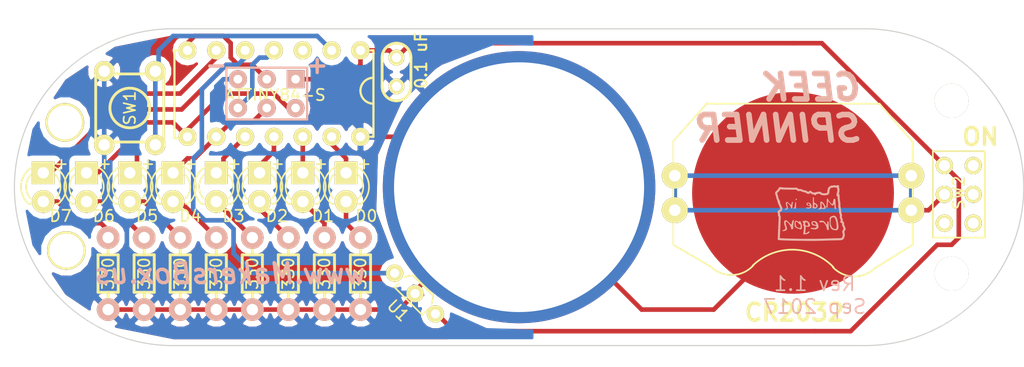
<source format=kicad_pcb>
(kicad_pcb (version 4) (host pcbnew 4.0.4-stable)

  (general
    (links 46)
    (no_connects 0)
    (area 158.699999 68.529999 247.700001 96.570001)
    (thickness 1.6)
    (drawings 25)
    (tracks 152)
    (zones 0)
    (modules 29)
    (nets 23)
  )

  (page USLetter)
  (layers
    (0 F.Cu signal)
    (31 B.Cu signal)
    (34 B.Paste user)
    (35 F.Paste user)
    (36 B.SilkS user)
    (37 F.SilkS user)
    (38 B.Mask user)
    (39 F.Mask user)
    (40 Dwgs.User user)
    (44 Edge.Cuts user)
  )

  (setup
    (last_trace_width 0.1524)
    (user_trace_width 0.254)
    (user_trace_width 0.3048)
    (user_trace_width 0.4064)
    (user_trace_width 0.6096)
    (user_trace_width 2.032)
    (trace_clearance 0.1524)
    (zone_clearance 0.508)
    (zone_45_only no)
    (trace_min 0.1524)
    (segment_width 0.254)
    (edge_width 0.1)
    (via_size 0.6858)
    (via_drill 0.3302)
    (via_min_size 0.6858)
    (via_min_drill 0.3302)
    (user_via 1 0.5)
    (uvia_size 0.762)
    (uvia_drill 0.508)
    (uvias_allowed no)
    (uvia_min_size 0.508)
    (uvia_min_drill 0.127)
    (pcb_text_width 0.3)
    (pcb_text_size 1.5 1.5)
    (mod_edge_width 0.15)
    (mod_text_size 1 1)
    (mod_text_width 0.15)
    (pad_size 3.4 3.4)
    (pad_drill 3)
    (pad_to_mask_clearance 0)
    (aux_axis_origin 0 0)
    (grid_origin 210.82 95.25)
    (visible_elements 7FFFFFFF)
    (pcbplotparams
      (layerselection 0x010f0_80000001)
      (usegerberextensions true)
      (excludeedgelayer true)
      (linewidth 0.100000)
      (plotframeref false)
      (viasonmask false)
      (mode 1)
      (useauxorigin false)
      (hpglpennumber 1)
      (hpglpenspeed 20)
      (hpglpendiameter 15)
      (hpglpenoverlay 2)
      (psnegative false)
      (psa4output false)
      (plotreference true)
      (plotvalue true)
      (plotinvisibletext false)
      (padsonsilk false)
      (subtractmaskfromsilk false)
      (outputformat 1)
      (mirror false)
      (drillshape 0)
      (scaleselection 1)
      (outputdirectory gerbers/))
  )

  (net 0 "")
  (net 1 GND)
  (net 2 +BATT)
  (net 3 "Net-(BT1-Pad1)")
  (net 4 "Net-(CON1-Pad1)")
  (net 5 "Net-(CON1-Pad3)")
  (net 6 "Net-(CON1-Pad4)")
  (net 7 "Net-(CON1-Pad5)")
  (net 8 "Net-(D1-Pad1)")
  (net 9 "Net-(D1-Pad2)")
  (net 10 "Net-(D0-Pad2)")
  (net 11 "Net-(D0-Pad1)")
  (net 12 "Net-(D2-Pad2)")
  (net 13 "Net-(D2-Pad1)")
  (net 14 "Net-(D3-Pad2)")
  (net 15 "Net-(D3-Pad1)")
  (net 16 "Net-(D4-Pad1)")
  (net 17 "Net-(D5-Pad1)")
  (net 18 "Net-(D6-Pad1)")
  (net 19 "Net-(D7-Pad2)")
  (net 20 "Net-(D7-Pad1)")
  (net 21 "Net-(IC1-Pad2)")
  (net 22 "Net-(IC1-Pad5)")

  (net_class Default "This is the default net class."
    (clearance 0.1524)
    (trace_width 0.1524)
    (via_dia 0.6858)
    (via_drill 0.3302)
    (uvia_dia 0.762)
    (uvia_drill 0.508)
    (add_net +BATT)
    (add_net GND)
    (add_net "Net-(BT1-Pad1)")
    (add_net "Net-(CON1-Pad1)")
    (add_net "Net-(CON1-Pad3)")
    (add_net "Net-(CON1-Pad4)")
    (add_net "Net-(CON1-Pad5)")
    (add_net "Net-(D0-Pad1)")
    (add_net "Net-(D0-Pad2)")
    (add_net "Net-(D1-Pad1)")
    (add_net "Net-(D1-Pad2)")
    (add_net "Net-(D2-Pad1)")
    (add_net "Net-(D2-Pad2)")
    (add_net "Net-(D3-Pad1)")
    (add_net "Net-(D3-Pad2)")
    (add_net "Net-(D4-Pad1)")
    (add_net "Net-(D5-Pad1)")
    (add_net "Net-(D6-Pad1)")
    (add_net "Net-(D7-Pad1)")
    (add_net "Net-(D7-Pad2)")
    (add_net "Net-(IC1-Pad2)")
    (add_net "Net-(IC1-Pad5)")
  )

  (module TO_SOT_Packages_THT:TO-92_Inline_Wide (layer F.Cu) (tedit 5976A0AA) (tstamp 593A0759)
    (at 195.834 93.726 135)
    (descr "TO-92 leads in-line, wide, drill 0.8mm (see NXP sot054_po.pdf)")
    (tags "to-92 sc-43 sc-43a sot54 PA33 transistor")
    (path /59379E65)
    (fp_text reference U1 (at 2.529479 -2.122485 315) (layer F.SilkS)
      (effects (font (size 1 1) (thickness 0.15)))
    )
    (fp_text value MLX92231 (at 0 3 135) (layer F.Fab)
      (effects (font (size 1 1) (thickness 0.15)))
    )
    (fp_line (start 1.397 1.016) (end 3.683 1.016) (layer F.SilkS) (width 0.2))
    (fp_line (start 0.762 -0.889) (end 4.191 -0.889) (layer F.SilkS) (width 0.15174))
    (fp_line (start 0.762 -0.254) (end 0.762 -0.889) (layer F.SilkS) (width 0.1508))
    (fp_line (start 4.191 -0.889) (end 4.191 -0.381) (layer F.SilkS) (width 0.1508))
    (fp_arc (start 3.048 -0.635) (end 1.348 1.065) (angle 20.5) (layer F.SilkS) (width 0.15))
    (fp_arc (start 2.032 -0.635) (end 3.732 1.065) (angle -20.5) (layer F.SilkS) (width 0.15))
    (fp_line (start -1 1.95) (end -1 -2.65) (layer F.CrtYd) (width 0.05))
    (fp_line (start -1 1.95) (end 6.1 1.95) (layer F.CrtYd) (width 0.05))
    (fp_line (start -1 -2.65) (end 6.1 -2.65) (layer F.CrtYd) (width 0.05))
    (fp_line (start 6.1 1.95) (end 6.1 -2.65) (layer F.CrtYd) (width 0.05))
    (pad 2 thru_hole circle (at 2.54 0 225) (size 1.524 1.524) (drill 0.8) (layers *.Cu *.Mask F.SilkS)
      (net 1 GND))
    (pad 3 thru_hole circle (at 5.08 0 225) (size 1.524 1.524) (drill 0.8) (layers *.Cu *.Mask F.SilkS)
      (net 22 "Net-(IC1-Pad5)"))
    (pad 1 thru_hole circle (at 0 0 225) (size 1.524 1.524) (drill 0.8) (layers *.Cu *.Mask F.SilkS)
      (net 2 +BATT))
    (model TO_SOT_Packages_THT.3dshapes/TO-92_Inline_Wide.wrl
      (at (xyz 0.1 0 0))
      (scale (xyz 1 1 1))
      (rotate (xyz 0 0 -90))
    )
  )

  (module myFootPrints:AVR-ISP-6 (layer B.Cu) (tedit 59769CE5) (tstamp 593A0177)
    (at 183.515 75.565 90)
    (descr "6-lead dip package, row spacing 7.62 mm (300 mils)")
    (tags "dil dip 2.54 300")
    (path /58609061)
    (fp_text reference CON1 (at 0 2.54 90) (layer B.SilkS) hide
      (effects (font (size 1 1) (thickness 0.15)) (justify mirror))
    )
    (fp_text value AVR-ISP-6 (at 0 3.72 90) (layer B.Fab) hide
      (effects (font (size 1 1) (thickness 0.15)) (justify mirror))
    )
    (fp_line (start 3.556 -5.969) (end 3.556 1.016) (layer B.SilkS) (width 0.2))
    (fp_line (start 3.556 1.016) (end -1.016 1.016) (layer B.SilkS) (width 0.2))
    (fp_line (start -1.016 1.016) (end -1.016 -6.096) (layer B.SilkS) (width 0.2))
    (fp_line (start -1.016 -6.096) (end 3.556 -6.096) (layer B.SilkS) (width 0.2))
    (pad 1 thru_hole oval (at 0 0 90) (size 1.6 1.6) (drill 0.762) (layers *.Cu B.SilkS B.Mask)
      (net 4 "Net-(CON1-Pad1)"))
    (pad 2 thru_hole rect (at 2.54 0 90) (size 1.6 1.6) (drill 0.762) (layers *.Cu B.SilkS B.Mask)
      (net 2 +BATT))
    (pad 3 thru_hole oval (at 0 -2.54 90) (size 1.6 1.6) (drill 0.762) (layers *.Cu B.SilkS B.Mask)
      (net 5 "Net-(CON1-Pad3)"))
    (pad 4 thru_hole oval (at 2.54 -2.54 90) (size 1.6 1.6) (drill 0.762) (layers *.Cu B.SilkS B.Mask)
      (net 6 "Net-(CON1-Pad4)"))
    (pad 5 thru_hole oval (at 0 -5.08 90) (size 1.6 1.6) (drill 0.762) (layers *.Cu B.SilkS B.Mask)
      (net 7 "Net-(CON1-Pad5)"))
    (pad 6 thru_hole oval (at 2.54 -5.08 90) (size 1.6 1.6) (drill 0.762) (layers *.Cu B.SilkS B.Mask)
      (net 1 GND))
  )

  (module Housings_DIP:DIP-14_W7.62mm (layer F.Cu) (tedit 593A1D84) (tstamp 593A05DC)
    (at 189.23 70.485 270)
    (descr "14-lead dip package, row spacing 7.62 mm (300 mils)")
    (tags "dil dip 2.54 300")
    (path /588D45C8)
    (fp_text reference IC1 (at 0 -5.22 270) (layer F.SilkS) hide
      (effects (font (size 1 1) (thickness 0.15)))
    )
    (fp_text value ATTINY84-S (at 3.937 7.493 360) (layer F.SilkS)
      (effects (font (size 1 1) (thickness 0.15)))
    )
    (fp_arc (start 3.556 -1.143) (end 4.699 -1.143) (angle 90) (layer F.SilkS) (width 0.2))
    (fp_arc (start 3.556 -1.143) (end 3.556 0) (angle 90) (layer F.SilkS) (width 0.2))
    (fp_line (start 0 -0.889) (end 0 -1.143) (layer F.SilkS) (width 0.2))
    (fp_line (start 0 -1.143) (end 7.493 -1.143) (layer F.SilkS) (width 0.2))
    (fp_line (start 7.493 -1.143) (end 7.62 -1.143) (layer F.SilkS) (width 0.2))
    (fp_line (start 7.62 -1.143) (end 7.62 -0.889) (layer F.SilkS) (width 0.2))
    (fp_line (start 0 16.383) (end 0 16.002) (layer F.SilkS) (width 0.2))
    (fp_line (start 7.747 16.383) (end 7.747 16.002) (layer F.SilkS) (width 0.2))
    (fp_line (start 0 16.383) (end 7.747 16.383) (layer F.SilkS) (width 0.2))
    (fp_line (start -1.05 -2.45) (end -1.05 17.7) (layer F.CrtYd) (width 0.05))
    (fp_line (start 8.65 -2.45) (end 8.65 17.7) (layer F.CrtYd) (width 0.05))
    (fp_line (start -1.05 -2.45) (end 8.65 -2.45) (layer F.CrtYd) (width 0.05))
    (fp_line (start -1.05 17.7) (end 8.65 17.7) (layer F.CrtYd) (width 0.05))
    (pad 1 thru_hole oval (at 0 0 270) (size 1.6 1.6) (drill 0.8) (layers *.Cu *.Mask F.SilkS)
      (net 2 +BATT))
    (pad 2 thru_hole oval (at 0 2.54 270) (size 1.6 1.6) (drill 0.8) (layers *.Cu *.Mask F.SilkS)
      (net 21 "Net-(IC1-Pad2)"))
    (pad 3 thru_hole oval (at 0 5.08 270) (size 1.6 1.6) (drill 0.8) (layers *.Cu *.Mask F.SilkS))
    (pad 4 thru_hole oval (at 0 7.62 270) (size 1.6 1.6) (drill 0.8) (layers *.Cu *.Mask F.SilkS)
      (net 7 "Net-(CON1-Pad5)"))
    (pad 5 thru_hole oval (at 0 10.16 270) (size 1.6 1.6) (drill 0.8) (layers *.Cu *.Mask F.SilkS)
      (net 22 "Net-(IC1-Pad5)"))
    (pad 6 thru_hole oval (at 0 12.7 270) (size 1.6 1.6) (drill 0.8) (layers *.Cu *.Mask F.SilkS)
      (net 19 "Net-(D7-Pad2)"))
    (pad 7 thru_hole oval (at 0 15.24 270) (size 1.6 1.6) (drill 0.8) (layers *.Cu *.Mask F.SilkS)
      (net 6 "Net-(CON1-Pad4)"))
    (pad 8 thru_hole oval (at 7.62 15.24 270) (size 1.6 1.6) (drill 0.8) (layers *.Cu *.Mask F.SilkS)
      (net 4 "Net-(CON1-Pad1)"))
    (pad 9 thru_hole oval (at 7.62 12.7 270) (size 1.6 1.6) (drill 0.8) (layers *.Cu *.Mask F.SilkS)
      (net 5 "Net-(CON1-Pad3)"))
    (pad 10 thru_hole oval (at 7.62 10.16 270) (size 1.6 1.6) (drill 0.8) (layers *.Cu *.Mask F.SilkS)
      (net 14 "Net-(D3-Pad2)"))
    (pad 11 thru_hole oval (at 7.62 7.62 270) (size 1.6 1.6) (drill 0.8) (layers *.Cu *.Mask F.SilkS)
      (net 12 "Net-(D2-Pad2)"))
    (pad 12 thru_hole oval (at 7.62 5.08 270) (size 1.6 1.6) (drill 0.8) (layers *.Cu *.Mask F.SilkS)
      (net 9 "Net-(D1-Pad2)"))
    (pad 13 thru_hole oval (at 7.62 2.54 270) (size 1.6 1.6) (drill 0.8) (layers *.Cu *.Mask F.SilkS)
      (net 10 "Net-(D0-Pad2)"))
    (pad 14 thru_hole oval (at 7.62 0 270) (size 1.6 1.6) (drill 0.8) (layers *.Cu *.Mask F.SilkS)
      (net 1 GND))
    (model Housings_DIP.3dshapes/DIP-14_W7.62mm.wrl
      (at (xyz 0 0 0))
      (scale (xyz 1 1 1))
      (rotate (xyz 0 0 0))
    )
  )

  (module myFootPrints:Lego_Drill (layer F.Cu) (tedit 5938B9BC) (tstamp 597627C8)
    (at 241.3 90.17)
    (descr "Through hole pin header")
    (tags "pin header")
    (fp_text reference P2 (at 0 0) (layer F.SilkS) hide
      (effects (font (size 1 1) (thickness 0.15)))
    )
    (fp_text value CONN_01X01 (at 0 -1.27) (layer F.Fab) hide
      (effects (font (size 0.127 0.127) (thickness 0.03175)))
    )
    (pad 1 thru_hole circle (at 0 0) (size 3 3) (drill 3) (layers *.Cu *.Mask F.SilkS))
    (model Pin_Headers.3dshapes/Pin_Header_Straight_1x01.wrl
      (at (xyz 0 0 0))
      (scale (xyz 1 1 1))
      (rotate (xyz 0 0 90))
    )
  )

  (module myFootPrints:SW_PUSH_SMALL (layer F.Cu) (tedit 57A15124) (tstamp 593A0614)
    (at 168.91 75.565 270)
    (path /58609F3B)
    (fp_text reference SW1 (at 0 0 270) (layer F.SilkS)
      (effects (font (size 1 1) (thickness 0.15)))
    )
    (fp_text value SW_PUSH (at 0 2 270) (layer F.Fab) hide
      (effects (font (size 0.3 0.3) (thickness 0.075)))
    )
    (fp_line (start -3 -3) (end 3 -3) (layer F.SilkS) (width 0.25))
    (fp_line (start 3 -3) (end 3 3) (layer F.SilkS) (width 0.25))
    (fp_line (start 3 3) (end -3 3) (layer F.SilkS) (width 0.25))
    (fp_line (start -3 3) (end -3 -3) (layer F.SilkS) (width 0.25))
    (fp_circle (center 0 0) (end -1.75 0) (layer F.SilkS) (width 0.25))
    (pad 1 thru_hole circle (at 3.25 -2.25 270) (size 1.8 1.8) (drill 1) (layers *.Cu *.Mask F.SilkS)
      (net 21 "Net-(IC1-Pad2)"))
    (pad 2 thru_hole circle (at 3.25 2.25 270) (size 1.8 1.8) (drill 1) (layers *.Cu *.Mask F.SilkS)
      (net 1 GND))
    (pad 1 thru_hole circle (at -3.25 -2.25 270) (size 1.8 1.8) (drill 1) (layers *.Cu *.Mask F.SilkS)
      (net 21 "Net-(IC1-Pad2)"))
    (pad 2 thru_hole circle (at -3.25 2.25 270) (size 1.8 1.8) (drill 1) (layers *.Cu *.Mask F.SilkS)
      (net 1 GND))
  )

  (module myFootPrints:Lego_Drill (layer F.Cu) (tedit 59879AE0) (tstamp 59762766)
    (at 163.195 76.835)
    (descr "Through hole pin header")
    (tags "pin header")
    (fp_text reference P2 (at 0 0) (layer F.SilkS) hide
      (effects (font (size 1 1) (thickness 0.15)))
    )
    (fp_text value CONN_01X01 (at 0 -1.27) (layer F.Fab) hide
      (effects (font (size 0.127 0.127) (thickness 0.03175)))
    )
    (pad 1 thru_hole circle (at 0 0) (size 3.4 3.4) (drill 3) (layers *.Cu *.Mask F.SilkS))
    (model Pin_Headers.3dshapes/Pin_Header_Straight_1x01.wrl
      (at (xyz 0 0 0))
      (scale (xyz 1 1 1))
      (rotate (xyz 0 0 90))
    )
  )

  (module myFootPrints:BATT_CR2032 (layer F.Cu) (tedit 0) (tstamp 593A0594)
    (at 227.33 83.058)
    (tags battery)
    (path /56CFA61E)
    (fp_text reference BT1 (at 0 5.08) (layer F.SilkS) hide
      (effects (font (size 1.72974 1.08712) (thickness 0.27178)))
    )
    (fp_text value Battery (at 0 -2.54) (layer F.SilkS) hide
      (effects (font (size 1.524 1.016) (thickness 0.254)))
    )
    (fp_line (start -7.1755 6.5405) (end -10.541 4.572) (layer F.SilkS) (width 0.15))
    (fp_line (start 7.1755 6.6675) (end 10.541 4.572) (layer F.SilkS) (width 0.15))
    (fp_arc (start -5.4229 4.6355) (end -3.5179 6.4135) (angle 90) (layer F.SilkS) (width 0.15))
    (fp_arc (start 5.4102 4.7625) (end 7.1882 6.6675) (angle 90) (layer F.SilkS) (width 0.15))
    (fp_arc (start -0.0635 10.033) (end -3.556 6.4135) (angle 90) (layer F.SilkS) (width 0.15))
    (fp_line (start 7.62 -7.874) (end 10.541 -4.5085) (layer F.SilkS) (width 0.15))
    (fp_line (start -10.541 -4.572) (end -7.5565 -7.9375) (layer F.SilkS) (width 0.15))
    (fp_line (start -7.62 -7.874) (end 7.62 -7.874) (layer F.SilkS) (width 0.15))
    (fp_line (start -10.541 4.572) (end -10.541 -4.572) (layer F.SilkS) (width 0.15))
    (fp_line (start 10.541 4.572) (end 10.541 -4.572) (layer F.SilkS) (width 0.15))
    (fp_circle (center 0 0) (end -10.16 0) (layer Dwgs.User) (width 0.15))
    (pad 1 thru_hole circle (at -10.414 1.524) (size 2.286 2.286) (drill 1.016) (layers *.Cu *.Mask F.SilkS)
      (net 3 "Net-(BT1-Pad1)"))
    (pad 1 thru_hole circle (at 10.414 1.524) (size 2.286 2.286) (drill 1.016) (layers *.Cu *.Mask F.SilkS)
      (net 3 "Net-(BT1-Pad1)"))
    (pad 1 thru_hole circle (at -10.414 -1.524) (size 2.286 2.286) (drill 1.016) (layers *.Cu *.Mask F.SilkS)
      (net 3 "Net-(BT1-Pad1)"))
    (pad 1 thru_hole circle (at 10.414 -1.524) (size 2.286 2.286) (drill 1.016) (layers *.Cu *.Mask F.SilkS)
      (net 3 "Net-(BT1-Pad1)"))
    (pad 2 smd circle (at 0 0) (size 17.78 17.78) (layers F.Cu F.Paste F.Mask)
      (net 1 GND))
  )

  (module myFootPrints:Lego_Drill (layer F.Cu) (tedit 5938B9BC) (tstamp 5938BA2A)
    (at 241.3 74.93)
    (descr "Through hole pin header")
    (tags "pin header")
    (fp_text reference P2 (at 0 0) (layer F.SilkS) hide
      (effects (font (size 1 1) (thickness 0.15)))
    )
    (fp_text value CONN_01X01 (at 0 -1.27) (layer F.Fab) hide
      (effects (font (size 0.127 0.127) (thickness 0.03175)))
    )
    (pad 1 thru_hole circle (at 0 0) (size 3 3) (drill 3) (layers *.Cu *.Mask F.SilkS))
    (model Pin_Headers.3dshapes/Pin_Header_Straight_1x01.wrl
      (at (xyz 0 0 0))
      (scale (xyz 1 1 1))
      (rotate (xyz 0 0 90))
    )
  )

  (module myFootPrints:Lego_Drill (layer F.Cu) (tedit 59879AD4) (tstamp 5938B9FE)
    (at 163.322 88.138)
    (descr "Through hole pin header")
    (tags "pin header")
    (fp_text reference P2 (at 0 0) (layer F.SilkS) hide
      (effects (font (size 1 1) (thickness 0.15)))
    )
    (fp_text value CONN_01X01 (at 0 -1.27) (layer F.Fab) hide
      (effects (font (size 0.127 0.127) (thickness 0.03175)))
    )
    (pad 1 thru_hole circle (at 0 0) (size 3.4 3.4) (drill 3) (layers *.Cu *.Mask F.SilkS))
    (model Pin_Headers.3dshapes/Pin_Header_Straight_1x01.wrl
      (at (xyz 0 0 0))
      (scale (xyz 1 1 1))
      (rotate (xyz 0 0 90))
    )
  )

  (module myFootPrints:MadeInOregonRev25 (layer F.Cu) (tedit 0) (tstamp 5938C446)
    (at 228.854 84.836)
    (fp_text reference VAL (at 0 0) (layer F.SilkS) hide
      (effects (font (size 1.143 1.143) (thickness 0.1778)))
    )
    (fp_text value MadeInOregonRev25 (at 0 0) (layer F.SilkS) hide
      (effects (font (size 1.143 1.143) (thickness 0.1778)))
    )
    (fp_poly (pts (xy -3.09626 -1.76022) (xy -3.09626 -1.72212) (xy -3.09372 -1.69672) (xy -3.09118 -1.67386)
      (xy -3.0861 -1.65608) (xy -3.07594 -1.63576) (xy -3.0734 -1.62814) (xy -3.0607 -1.6002)
      (xy -3.05054 -1.5748) (xy -3.04038 -1.54432) (xy -3.03022 -1.50876) (xy -3.02006 -1.46304)
      (xy -3.00736 -1.4097) (xy -3.00228 -1.39192) (xy -2.98704 -1.31826) (xy -2.96926 -1.2573)
      (xy -2.95402 -1.20396) (xy -2.9337 -1.15824) (xy -2.91338 -1.1176) (xy -2.91338 -1.74752)
      (xy -2.91338 -1.76276) (xy -2.91084 -1.77546) (xy -2.90322 -1.78816) (xy -2.89052 -1.8034)
      (xy -2.86766 -1.82118) (xy -2.8575 -1.83134) (xy -2.82956 -1.8542) (xy -2.80416 -1.8796)
      (xy -2.78638 -1.90246) (xy -2.77876 -1.91008) (xy -2.76606 -1.92786) (xy -2.74574 -1.95326)
      (xy -2.72034 -1.98374) (xy -2.69494 -2.01422) (xy -2.6924 -2.01676) (xy -2.66954 -2.0447)
      (xy -2.64922 -2.0701) (xy -2.63652 -2.08788) (xy -2.6289 -2.09804) (xy -2.6289 -2.10058)
      (xy -2.62382 -2.10566) (xy -2.60604 -2.10566) (xy -2.58064 -2.10566) (xy -2.55016 -2.10058)
      (xy -2.51968 -2.0955) (xy -2.50952 -2.09296) (xy -2.49682 -2.09042) (xy -2.48412 -2.08534)
      (xy -2.46888 -2.08534) (xy -2.4511 -2.0828) (xy -2.4257 -2.08026) (xy -2.39268 -2.07772)
      (xy -2.35458 -2.07772) (xy -2.30632 -2.07518) (xy -2.2479 -2.07518) (xy -2.17678 -2.07264)
      (xy -2.09296 -2.0701) (xy -2.03962 -2.0701) (xy -1.95326 -2.06756) (xy -1.8669 -2.06756)
      (xy -1.78054 -2.06502) (xy -1.69672 -2.06502) (xy -1.61798 -2.06248) (xy -1.54686 -2.06248)
      (xy -1.48336 -2.06248) (xy -1.4351 -2.06248) (xy -1.4224 -2.06248) (xy -1.22936 -2.06248)
      (xy -1.1684 -2.00152) (xy -1.10744 -1.9431) (xy -1.0668 -1.9431) (xy -1.03886 -1.9431)
      (xy -1.0033 -1.94564) (xy -0.97536 -1.95072) (xy -0.94234 -1.95326) (xy -0.91186 -1.95072)
      (xy -0.87884 -1.94564) (xy -0.8382 -1.93548) (xy -0.79248 -1.9177) (xy -0.7366 -1.89484)
      (xy -0.72136 -1.88976) (xy -0.67818 -1.86944) (xy -0.64516 -1.85674) (xy -0.61722 -1.84912)
      (xy -0.59182 -1.84404) (xy -0.56388 -1.83896) (xy -0.5461 -1.83642) (xy -0.50038 -1.83134)
      (xy -0.46482 -1.82626) (xy -0.43688 -1.81864) (xy -0.41656 -1.80848) (xy -0.39624 -1.79578)
      (xy -0.37592 -1.77546) (xy -0.37338 -1.77292) (xy -0.35052 -1.7526) (xy -0.32512 -1.73482)
      (xy -0.30734 -1.72212) (xy -0.30734 -1.72212) (xy -0.28702 -1.71704) (xy -0.25654 -1.71196)
      (xy -0.22098 -1.70434) (xy -0.18288 -1.7018) (xy -0.14986 -1.69672) (xy -0.12446 -1.69672)
      (xy -0.10922 -1.69926) (xy -0.09652 -1.70688) (xy -0.07366 -1.71958) (xy -0.05334 -1.73736)
      (xy -0.03048 -1.75768) (xy -0.01524 -1.7653) (xy -0.00508 -1.76784) (xy 0 -1.7653)
      (xy 0.01016 -1.75768) (xy 0.03048 -1.74498) (xy 0.05842 -1.7272) (xy 0.0889 -1.70688)
      (xy 0.09652 -1.7018) (xy 0.18288 -1.64846) (xy 0.25908 -1.64592) (xy 0.29464 -1.64338)
      (xy 0.3175 -1.64084) (xy 0.3302 -1.6383) (xy 0.34036 -1.63322) (xy 0.34544 -1.6256)
      (xy 0.34798 -1.62052) (xy 0.3683 -1.59766) (xy 0.39624 -1.58242) (xy 0.42672 -1.5748)
      (xy 0.4318 -1.5748) (xy 0.45974 -1.58242) (xy 0.48768 -1.6002) (xy 0.51562 -1.63068)
      (xy 0.52578 -1.64338) (xy 0.53848 -1.65608) (xy 0.5461 -1.66624) (xy 0.55626 -1.67386)
      (xy 0.56896 -1.68148) (xy 0.58928 -1.68402) (xy 0.61468 -1.6891) (xy 0.65278 -1.69418)
      (xy 0.70104 -1.69672) (xy 0.71628 -1.69926) (xy 0.8255 -1.70942) (xy 0.85598 -1.68148)
      (xy 0.89154 -1.64846) (xy 0.9271 -1.62306) (xy 0.95758 -1.60274) (xy 0.96774 -1.59766)
      (xy 0.9906 -1.59258) (xy 1.02362 -1.5875) (xy 1.0668 -1.58242) (xy 1.11252 -1.57734)
      (xy 1.16332 -1.57226) (xy 1.21158 -1.56972) (xy 1.2573 -1.56972) (xy 1.25984 -1.56972)
      (xy 1.3081 -1.56972) (xy 1.35128 -1.5748) (xy 1.39446 -1.57988) (xy 1.44272 -1.59004)
      (xy 1.48844 -1.6002) (xy 1.52146 -1.61036) (xy 1.54686 -1.62306) (xy 1.56972 -1.63576)
      (xy 1.59258 -1.65608) (xy 1.61798 -1.68148) (xy 1.63576 -1.7018) (xy 1.651 -1.72212)
      (xy 1.65862 -1.74498) (xy 1.66624 -1.77292) (xy 1.67386 -1.80848) (xy 1.6764 -1.85166)
      (xy 1.68148 -1.90246) (xy 1.6891 -1.9812) (xy 1.7018 -2.04978) (xy 1.72212 -2.10566)
      (xy 1.74752 -2.15138) (xy 1.75006 -2.15646) (xy 1.77546 -2.18186) (xy 1.81356 -2.2098)
      (xy 1.82626 -2.21742) (xy 1.8542 -2.23012) (xy 1.87706 -2.24028) (xy 1.89484 -2.24282)
      (xy 1.9177 -2.24282) (xy 1.92024 -2.24282) (xy 1.95834 -2.24282) (xy 2.00152 -2.25044)
      (xy 2.032 -2.25806) (xy 2.0701 -2.27076) (xy 2.09804 -2.27584) (xy 2.11582 -2.27838)
      (xy 2.13106 -2.2733) (xy 2.1463 -2.26822) (xy 2.15392 -2.26314) (xy 2.1844 -2.2479)
      (xy 2.22758 -2.24282) (xy 2.27584 -2.2479) (xy 2.29108 -2.25298) (xy 2.31394 -2.25806)
      (xy 2.33426 -2.26314) (xy 2.34188 -2.26314) (xy 2.34188 -2.25806) (xy 2.34442 -2.23774)
      (xy 2.34442 -2.21488) (xy 2.34442 -2.21234) (xy 2.34442 -2.1844) (xy 2.34696 -2.16408)
      (xy 2.35204 -2.1463) (xy 2.36474 -2.12852) (xy 2.3876 -2.0955) (xy 2.37998 -1.97612)
      (xy 2.37744 -1.9304) (xy 2.37236 -1.89738) (xy 2.36982 -1.87198) (xy 2.36474 -1.8542)
      (xy 2.35966 -1.83896) (xy 2.35204 -1.82372) (xy 2.34696 -1.8161) (xy 2.33172 -1.78562)
      (xy 2.3241 -1.75768) (xy 2.3241 -1.73736) (xy 2.32156 -1.70942) (xy 2.31902 -1.68656)
      (xy 2.31648 -1.67894) (xy 2.31394 -1.66116) (xy 2.30886 -1.63576) (xy 2.30886 -1.60274)
      (xy 2.30886 -1.59004) (xy 2.30886 -1.55702) (xy 2.30886 -1.5367) (xy 2.31394 -1.52146)
      (xy 2.32156 -1.5113) (xy 2.33172 -1.4986) (xy 2.33426 -1.49606) (xy 2.35458 -1.48082)
      (xy 2.3749 -1.4732) (xy 2.37744 -1.47066) (xy 2.3876 -1.47066) (xy 2.39268 -1.46558)
      (xy 2.39776 -1.45034) (xy 2.4003 -1.42494) (xy 2.40284 -1.39192) (xy 2.40538 -1.35382)
      (xy 2.40538 -1.33096) (xy 2.40792 -1.28778) (xy 2.413 -1.2319) (xy 2.42062 -1.16078)
      (xy 2.43332 -1.07442) (xy 2.4511 -0.97536) (xy 2.4511 -0.96774) (xy 2.45872 -0.92456)
      (xy 2.4638 -0.88392) (xy 2.46888 -0.85344) (xy 2.47142 -0.83058) (xy 2.47396 -0.82296)
      (xy 2.47396 -0.81026) (xy 2.47142 -0.7874) (xy 2.47142 -0.75692) (xy 2.46888 -0.72644)
      (xy 2.46888 -0.69342) (xy 2.46634 -0.66294) (xy 2.4638 -0.64262) (xy 2.46126 -0.635)
      (xy 2.4511 -0.6096) (xy 2.44856 -0.57912) (xy 2.4511 -0.54864) (xy 2.46126 -0.52324)
      (xy 2.4765 -0.51054) (xy 2.48412 -0.49784) (xy 2.49174 -0.47244) (xy 2.5019 -0.4318)
      (xy 2.50952 -0.37592) (xy 2.51968 -0.30734) (xy 2.5273 -0.2286) (xy 2.53238 -0.16764)
      (xy 2.53746 -0.1143) (xy 2.54254 -0.0635) (xy 2.54762 -0.02032) (xy 2.5527 0.01524)
      (xy 2.55524 0.04064) (xy 2.55778 0.05334) (xy 2.56794 0.07366) (xy 2.5781 0.1016)
      (xy 2.58826 0.127) (xy 2.59588 0.14732) (xy 2.6035 0.16256) (xy 2.60604 0.18034)
      (xy 2.60858 0.20066) (xy 2.60858 0.22606) (xy 2.60604 0.25908) (xy 2.6035 0.3048)
      (xy 2.6035 0.32512) (xy 2.60096 0.37084) (xy 2.60096 0.4064) (xy 2.60604 0.43434)
      (xy 2.61366 0.45974) (xy 2.62636 0.48768) (xy 2.64668 0.5207) (xy 2.66446 0.5588)
      (xy 2.67462 0.58674) (xy 2.6797 0.61468) (xy 2.67462 0.64262) (xy 2.66446 0.68072)
      (xy 2.65938 0.69088) (xy 2.64668 0.72898) (xy 2.63906 0.75946) (xy 2.63906 0.77978)
      (xy 2.6416 0.79756) (xy 2.64922 0.8128) (xy 2.64922 0.81534) (xy 2.66446 0.83058)
      (xy 2.68986 0.84836) (xy 2.72034 0.86614) (xy 2.75336 0.87884) (xy 2.77368 0.88646)
      (xy 2.794 0.89154) (xy 2.794 0.98044) (xy 2.794 1.07188) (xy 2.82448 1.13538)
      (xy 2.8575 1.20396) (xy 2.8829 1.26238) (xy 2.90322 1.31064) (xy 2.91592 1.3462)
      (xy 2.921 1.36652) (xy 2.92354 1.3843) (xy 2.92354 1.39954) (xy 2.91592 1.41478)
      (xy 2.90068 1.4351) (xy 2.90068 1.43764) (xy 2.87274 1.47828) (xy 2.84988 1.51638)
      (xy 2.8321 1.5621) (xy 2.82448 1.59004) (xy 2.80924 1.64338) (xy 2.8321 1.74244)
      (xy 2.84734 1.80848) (xy 2.85496 1.86182) (xy 2.86004 1.90754) (xy 2.86004 1.94818)
      (xy 2.85242 1.98628) (xy 2.84226 2.02438) (xy 2.84226 2.02438) (xy 2.82702 2.06756)
      (xy 2.81432 2.10566) (xy 2.79908 2.13868) (xy 2.78892 2.16154) (xy 2.77876 2.1717)
      (xy 2.77876 2.17424) (xy 2.7686 2.17678) (xy 2.74828 2.1844) (xy 2.74066 2.18948)
      (xy 2.7178 2.1971) (xy 2.68224 2.20472) (xy 2.63398 2.2098) (xy 2.57302 2.21234)
      (xy 2.49682 2.21488) (xy 2.40792 2.21742) (xy 2.30632 2.21742) (xy 2.29616 2.21742)
      (xy 2.24028 2.21996) (xy 2.17424 2.21996) (xy 2.10058 2.2225) (xy 2.02184 2.2225)
      (xy 1.9431 2.22504) (xy 1.86944 2.23012) (xy 1.84912 2.23012) (xy 1.6129 2.23774)
      (xy 1.38684 2.2479) (xy 1.16332 2.25298) (xy 0.9398 2.25806) (xy 0.71882 2.26314)
      (xy 0.4953 2.26568) (xy 0.26924 2.26822) (xy 0.03556 2.26822) (xy -0.2032 2.26822)
      (xy -0.45466 2.26822) (xy -0.71628 2.26568) (xy -0.84836 2.26314) (xy -1.03378 2.2606)
      (xy -1.20396 2.25806) (xy -1.36144 2.25552) (xy -1.50622 2.25298) (xy -1.64084 2.25044)
      (xy -1.7653 2.2479) (xy -1.88214 2.24536) (xy -1.98882 2.24282) (xy -2.08788 2.23774)
      (xy -2.17932 2.2352) (xy -2.26822 2.23266) (xy -2.35204 2.22758) (xy -2.39776 2.22504)
      (xy -2.46126 2.2225) (xy -2.51968 2.21742) (xy -2.57302 2.21488) (xy -2.61874 2.21234)
      (xy -2.65176 2.2098) (xy -2.67462 2.2098) (xy -2.68732 2.2098) (xy -2.68732 2.2098)
      (xy -2.68732 2.20218) (xy -2.68478 2.17932) (xy -2.68478 2.1463) (xy -2.68224 2.09804)
      (xy -2.6797 2.03962) (xy -2.67716 1.97104) (xy -2.67208 1.8923) (xy -2.66954 1.80594)
      (xy -2.66446 1.70942) (xy -2.65938 1.60782) (xy -2.65684 1.50114) (xy -2.65176 1.38684)
      (xy -2.64414 1.27) (xy -2.64414 1.25476) (xy -2.63906 1.11506) (xy -2.63398 0.98806)
      (xy -2.6289 0.87376) (xy -2.62382 0.77216) (xy -2.61874 0.68326) (xy -2.6162 0.60452)
      (xy -2.61366 0.53848) (xy -2.61112 0.47752) (xy -2.61112 0.42926) (xy -2.61112 0.38608)
      (xy -2.61112 0.35306) (xy -2.61112 0.32258) (xy -2.61112 0.29972) (xy -2.61366 0.28194)
      (xy -2.6162 0.2667) (xy -2.61874 0.25654) (xy -2.62128 0.24638) (xy -2.62636 0.23876)
      (xy -2.63144 0.23368) (xy -2.63652 0.22606) (xy -2.6416 0.21844) (xy -2.6543 0.2032)
      (xy -2.66192 0.18796) (xy -2.66446 0.17272) (xy -2.66192 0.14732) (xy -2.66192 0.13716)
      (xy -2.66192 0.1016) (xy -2.66446 0.06858) (xy -2.67462 0.02794) (xy -2.67462 0.0254)
      (xy -2.68732 -0.01778) (xy -2.69494 -0.04826) (xy -2.69748 -0.07112) (xy -2.69748 -0.08382)
      (xy -2.69494 -0.09398) (xy -2.68732 -0.09906) (xy -2.68732 -0.1016) (xy -2.66954 -0.10668)
      (xy -2.64668 -0.1143) (xy -2.63652 -0.1143) (xy -2.60858 -0.12192) (xy -2.58572 -0.13208)
      (xy -2.5654 -0.14732) (xy -2.54762 -0.17018) (xy -2.52476 -0.20574) (xy -2.50698 -0.2413)
      (xy -2.4638 -0.3302) (xy -2.47142 -0.40894) (xy -2.4765 -0.43942) (xy -2.48158 -0.46736)
      (xy -2.4892 -0.49276) (xy -2.49682 -0.5207) (xy -2.50952 -0.55626) (xy -2.52984 -0.59944)
      (xy -2.53492 -0.61214) (xy -2.55524 -0.66294) (xy -2.5781 -0.71374) (xy -2.60096 -0.76708)
      (xy -2.62128 -0.8128) (xy -2.63144 -0.83058) (xy -2.64668 -0.86868) (xy -2.65938 -0.89662)
      (xy -2.667 -0.91694) (xy -2.66954 -0.92964) (xy -2.667 -0.9398) (xy -2.667 -0.94996)
      (xy -2.65938 -0.97536) (xy -2.65938 -1.00584) (xy -2.66954 -1.03886) (xy -2.68732 -1.0795)
      (xy -2.71272 -1.12776) (xy -2.71526 -1.1303) (xy -2.73812 -1.17094) (xy -2.75844 -1.2065)
      (xy -2.77368 -1.23698) (xy -2.78384 -1.26746) (xy -2.79654 -1.30048) (xy -2.8067 -1.34112)
      (xy -2.81686 -1.38684) (xy -2.82702 -1.43256) (xy -2.84226 -1.49606) (xy -2.85496 -1.54686)
      (xy -2.86512 -1.5875) (xy -2.87528 -1.62052) (xy -2.88544 -1.64846) (xy -2.89306 -1.67132)
      (xy -2.90068 -1.68148) (xy -2.9083 -1.70942) (xy -2.91338 -1.7399) (xy -2.91338 -1.74752)
      (xy -2.91338 -1.1176) (xy -2.91084 -1.11506) (xy -2.90576 -1.09982) (xy -2.88798 -1.07188)
      (xy -2.87782 -1.04902) (xy -2.87274 -1.03632) (xy -2.87274 -1.02616) (xy -2.87782 -1.016)
      (xy -2.88036 -0.99822) (xy -2.8829 -0.98044) (xy -2.87782 -0.95758) (xy -2.8702 -0.92964)
      (xy -2.85496 -0.89408) (xy -2.83464 -0.84582) (xy -2.8194 -0.81534) (xy -2.78384 -0.73406)
      (xy -2.74828 -0.65786) (xy -2.72034 -0.58928) (xy -2.69494 -0.52832) (xy -2.67462 -0.47752)
      (xy -2.66192 -0.43688) (xy -2.6543 -0.40894) (xy -2.6543 -0.4064) (xy -2.64922 -0.37846)
      (xy -2.65176 -0.36068) (xy -2.65684 -0.34036) (xy -2.66446 -0.32766) (xy -2.67462 -0.30734)
      (xy -2.68732 -0.29464) (xy -2.70256 -0.28702) (xy -2.72542 -0.28194) (xy -2.73812 -0.2794)
      (xy -2.75336 -0.27686) (xy -2.77114 -0.2667) (xy -2.78892 -0.25146) (xy -2.81686 -0.22606)
      (xy -2.82448 -0.2159) (xy -2.84988 -0.1905) (xy -2.86766 -0.17272) (xy -2.87782 -0.16002)
      (xy -2.8829 -0.14732) (xy -2.8829 -0.13208) (xy -2.8829 -0.12192) (xy -2.88036 -0.06858)
      (xy -2.86766 -0.00762) (xy -2.85242 0.05588) (xy -2.8448 0.08382) (xy -2.84226 0.10668)
      (xy -2.84226 0.12954) (xy -2.8448 0.16002) (xy -2.84734 0.1651) (xy -2.84988 0.19812)
      (xy -2.84988 0.22606) (xy -2.84226 0.24892) (xy -2.82448 0.27686) (xy -2.8067 0.29972)
      (xy -2.78384 0.32766) (xy -2.82702 1.3081) (xy -2.8321 1.42748) (xy -2.83718 1.54432)
      (xy -2.84226 1.65608) (xy -2.84734 1.76276) (xy -2.84988 1.86182) (xy -2.85496 1.95326)
      (xy -2.8575 2.03708) (xy -2.86004 2.11074) (xy -2.86258 2.17424) (xy -2.86512 2.22758)
      (xy -2.86512 2.26822) (xy -2.86512 2.29616) (xy -2.86512 2.3114) (xy -2.86512 2.3114)
      (xy -2.85496 2.3368) (xy -2.83464 2.35966) (xy -2.81178 2.3749) (xy -2.8067 2.37744)
      (xy -2.794 2.37998) (xy -2.76606 2.38252) (xy -2.72796 2.38506) (xy -2.6797 2.39014)
      (xy -2.62128 2.39268) (xy -2.55778 2.39776) (xy -2.48412 2.4003) (xy -2.40792 2.40538)
      (xy -2.32664 2.40792) (xy -2.24536 2.413) (xy -2.16154 2.41554) (xy -2.08026 2.41808)
      (xy -1.99898 2.42062) (xy -1.92278 2.42316) (xy -1.85166 2.4257) (xy -1.80848 2.42824)
      (xy -1.74752 2.42824) (xy -1.67386 2.43078) (xy -1.59004 2.43078) (xy -1.4986 2.43332)
      (xy -1.397 2.43586) (xy -1.29032 2.43586) (xy -1.1811 2.4384) (xy -1.0668 2.4384)
      (xy -0.95504 2.44094) (xy -0.84582 2.44348) (xy -0.80264 2.44348) (xy -0.70104 2.44348)
      (xy -0.59944 2.44602) (xy -0.50038 2.44602) (xy -0.40386 2.44856) (xy -0.31496 2.44856)
      (xy -0.23114 2.44856) (xy -0.15748 2.4511) (xy -0.09398 2.4511) (xy -0.04064 2.4511)
      (xy 0 2.4511) (xy 0.02286 2.4511) (xy 0.05842 2.4511) (xy 0.10922 2.4511)
      (xy 0.17018 2.4511) (xy 0.2413 2.4511) (xy 0.3175 2.4511) (xy 0.39878 2.44856)
      (xy 0.4826 2.44856) (xy 0.56642 2.44602) (xy 0.60198 2.44602) (xy 0.75692 2.44348)
      (xy 0.90678 2.4384) (xy 1.0541 2.43586) (xy 1.1938 2.43078) (xy 1.32588 2.42824)
      (xy 1.45034 2.42316) (xy 1.56464 2.42062) (xy 1.66624 2.41808) (xy 1.7526 2.413)
      (xy 1.77038 2.413) (xy 1.82626 2.41046) (xy 1.8923 2.40792) (xy 1.96342 2.40792)
      (xy 2.03454 2.40538) (xy 2.10312 2.40538) (xy 2.12852 2.40538) (xy 2.19456 2.40538)
      (xy 2.26822 2.40284) (xy 2.3495 2.40284) (xy 2.42824 2.39776) (xy 2.50444 2.39522)
      (xy 2.54254 2.39522) (xy 2.75844 2.38252) (xy 2.82956 2.3495) (xy 2.86258 2.33172)
      (xy 2.88798 2.31902) (xy 2.90576 2.30632) (xy 2.91084 2.30124) (xy 2.92608 2.28092)
      (xy 2.94132 2.25044) (xy 2.96164 2.2098) (xy 2.97942 2.16662) (xy 2.9972 2.12344)
      (xy 3.01244 2.08534) (xy 3.02514 2.0447) (xy 3.03276 2.01168) (xy 3.03784 1.98628)
      (xy 3.04038 1.9558) (xy 3.04038 1.93548) (xy 3.0353 1.86182) (xy 3.0226 1.778)
      (xy 3.00736 1.70434) (xy 2.99974 1.66878) (xy 2.99974 1.64084) (xy 3.00736 1.61036)
      (xy 3.0226 1.57734) (xy 3.04546 1.53924) (xy 3.0607 1.52146) (xy 3.08356 1.4859)
      (xy 3.0988 1.4605) (xy 3.10642 1.4351) (xy 3.10896 1.4097) (xy 3.10642 1.37668)
      (xy 3.0988 1.33858) (xy 3.09118 1.3081) (xy 3.07848 1.26746) (xy 3.0607 1.22174)
      (xy 3.04038 1.1684) (xy 3.01498 1.1176) (xy 2.99466 1.07442) (xy 2.98704 1.05664)
      (xy 2.97942 1.0414) (xy 2.97688 1.02362) (xy 2.97434 1.0033) (xy 2.97434 0.97282)
      (xy 2.97434 0.93218) (xy 2.97434 0.9271) (xy 2.9718 0.87884) (xy 2.96926 0.8382)
      (xy 2.96418 0.81026) (xy 2.95148 0.7874) (xy 2.9337 0.76708) (xy 2.90576 0.7493)
      (xy 2.86766 0.72898) (xy 2.84734 0.71882) (xy 2.84734 0.7112) (xy 2.84988 0.69342)
      (xy 2.85496 0.66802) (xy 2.8575 0.6604) (xy 2.86258 0.61468) (xy 2.86258 0.5842)
      (xy 2.86258 0.57658) (xy 2.84988 0.5334) (xy 2.82956 0.48768) (xy 2.8067 0.44196)
      (xy 2.79908 0.42926) (xy 2.79146 0.41656) (xy 2.78638 0.40386) (xy 2.7813 0.38862)
      (xy 2.7813 0.37084) (xy 2.7813 0.34798) (xy 2.7813 0.3175) (xy 2.78638 0.27432)
      (xy 2.79146 0.22098) (xy 2.79146 0.21844) (xy 2.79146 0.19304) (xy 2.79146 0.16764)
      (xy 2.78384 0.1397) (xy 2.77622 0.11176) (xy 2.76352 0.07874) (xy 2.75336 0.04826)
      (xy 2.7432 0.0254) (xy 2.74066 0.02032) (xy 2.73558 0.00762) (xy 2.7305 -0.0127)
      (xy 2.72796 -0.04064) (xy 2.72288 -0.07874) (xy 2.7178 -0.12954) (xy 2.71272 -0.1905)
      (xy 2.7051 -0.25908) (xy 2.69748 -0.32512) (xy 2.68986 -0.38862) (xy 2.6797 -0.44958)
      (xy 2.67208 -0.50292) (xy 2.66446 -0.5461) (xy 2.6543 -0.57658) (xy 2.65176 -0.58674)
      (xy 2.65176 -0.60452) (xy 2.6543 -0.6223) (xy 2.65684 -0.6477) (xy 2.65176 -0.68326)
      (xy 2.65176 -0.68326) (xy 2.64668 -0.71628) (xy 2.64922 -0.75184) (xy 2.65176 -0.76962)
      (xy 2.6543 -0.79248) (xy 2.65684 -0.8128) (xy 2.6543 -0.83566) (xy 2.65176 -0.8636)
      (xy 2.64414 -0.90424) (xy 2.6416 -0.91948) (xy 2.62382 -1.01346) (xy 2.61112 -1.09982)
      (xy 2.60096 -1.1811) (xy 2.59334 -1.26238) (xy 2.58572 -1.35128) (xy 2.58064 -1.42748)
      (xy 2.5781 -1.49352) (xy 2.57302 -1.54432) (xy 2.57048 -1.58496) (xy 2.5654 -1.61544)
      (xy 2.56286 -1.6383) (xy 2.55524 -1.65608) (xy 2.54762 -1.66878) (xy 2.53746 -1.6764)
      (xy 2.52984 -1.68402) (xy 2.51714 -1.69418) (xy 2.51206 -1.70688) (xy 2.5146 -1.72466)
      (xy 2.52222 -1.75006) (xy 2.53238 -1.77546) (xy 2.53238 -1.77546) (xy 2.54 -1.78816)
      (xy 2.54254 -1.79832) (xy 2.54762 -1.81102) (xy 2.55016 -1.8288) (xy 2.5527 -1.85166)
      (xy 2.55524 -1.88214) (xy 2.55778 -1.92532) (xy 2.56286 -1.97866) (xy 2.56286 -2.0066)
      (xy 2.57302 -2.159) (xy 2.54762 -2.18948) (xy 2.52222 -2.21996) (xy 2.52984 -2.29616)
      (xy 2.53238 -2.34442) (xy 2.53238 -2.37998) (xy 2.52984 -2.40538) (xy 2.51968 -2.4257)
      (xy 2.50698 -2.44094) (xy 2.50444 -2.44348) (xy 2.4892 -2.45618) (xy 2.47142 -2.46126)
      (xy 2.44856 -2.4638) (xy 2.42062 -2.4638) (xy 2.38252 -2.45618) (xy 2.33172 -2.44602)
      (xy 2.32664 -2.44348) (xy 2.2352 -2.42316) (xy 2.19964 -2.44348) (xy 2.17424 -2.45618)
      (xy 2.15138 -2.4638) (xy 2.12344 -2.4638) (xy 2.09296 -2.45872) (xy 2.04978 -2.4511)
      (xy 2.0193 -2.44348) (xy 1.98374 -2.43332) (xy 1.9558 -2.4257) (xy 1.93802 -2.42316)
      (xy 1.92024 -2.4257) (xy 1.90754 -2.42824) (xy 1.88722 -2.43078) (xy 1.86944 -2.43078)
      (xy 1.84912 -2.42824) (xy 1.82372 -2.41808) (xy 1.79324 -2.40284) (xy 1.76022 -2.38506)
      (xy 1.71958 -2.3622) (xy 1.6891 -2.34442) (xy 1.66624 -2.32664) (xy 1.64846 -2.3114)
      (xy 1.63068 -2.29362) (xy 1.6129 -2.27076) (xy 1.59258 -2.2479) (xy 1.57734 -2.22504)
      (xy 1.56718 -2.20472) (xy 1.55702 -2.17932) (xy 1.54432 -2.1463) (xy 1.53162 -2.10312)
      (xy 1.52908 -2.09296) (xy 1.51638 -2.0447) (xy 1.50876 -2.00406) (xy 1.50368 -1.96596)
      (xy 1.4986 -1.92278) (xy 1.4986 -1.90754) (xy 1.49606 -1.86182) (xy 1.49352 -1.8288)
      (xy 1.4859 -1.80594) (xy 1.4732 -1.7907) (xy 1.45288 -1.778) (xy 1.4224 -1.77038)
      (xy 1.39446 -1.76276) (xy 1.3335 -1.7526) (xy 1.26238 -1.74752) (xy 1.18364 -1.75006)
      (xy 1.10998 -1.75768) (xy 1.03124 -1.7653) (xy 0.9652 -1.82372) (xy 0.9398 -1.84912)
      (xy 0.9144 -1.8669) (xy 0.89408 -1.88214) (xy 0.88392 -1.88722) (xy 0.86868 -1.88722)
      (xy 0.84328 -1.88722) (xy 0.80518 -1.88722) (xy 0.762 -1.88214) (xy 0.7112 -1.8796)
      (xy 0.6604 -1.87452) (xy 0.6096 -1.86944) (xy 0.56642 -1.86436) (xy 0.52324 -1.85674)
      (xy 0.49276 -1.85166) (xy 0.47244 -1.8415) (xy 0.45974 -1.83642) (xy 0.44958 -1.8288)
      (xy 0.43942 -1.82372) (xy 0.42418 -1.82118) (xy 0.40386 -1.82118) (xy 0.37592 -1.82118)
      (xy 0.33782 -1.82118) (xy 0.23622 -1.82372) (xy 0.13208 -1.8923) (xy 0.09398 -1.9177)
      (xy 0.06096 -1.93802) (xy 0.03302 -1.9558) (xy 0.0127 -1.96596) (xy 0.00508 -1.97104)
      (xy -0.02286 -1.97866) (xy -0.04826 -1.97358) (xy -0.07874 -1.95834) (xy -0.1143 -1.92786)
      (xy -0.11684 -1.92532) (xy -0.1397 -1.905) (xy -0.15748 -1.8923) (xy -0.17272 -1.88468)
      (xy -0.18796 -1.88214) (xy -0.19304 -1.88214) (xy -0.21082 -1.88468) (xy -0.22352 -1.88722)
      (xy -0.2413 -1.89992) (xy -0.26162 -1.9177) (xy -0.27178 -1.92786) (xy -0.30226 -1.95326)
      (xy -0.33528 -1.97358) (xy -0.37338 -1.98882) (xy -0.41656 -1.99898) (xy -0.47244 -2.00914)
      (xy -0.50038 -2.01168) (xy -0.53848 -2.01676) (xy -0.56896 -2.02438) (xy -0.59944 -2.03454)
      (xy -0.635 -2.04724) (xy -0.66548 -2.05994) (xy -0.70866 -2.07772) (xy -0.75692 -2.0955)
      (xy -0.80264 -2.11074) (xy -0.83058 -2.11836) (xy -0.86868 -2.12598) (xy -0.89662 -2.1336)
      (xy -0.91948 -2.1336) (xy -0.94234 -2.1336) (xy -0.97282 -2.13106) (xy -1.03378 -2.12344)
      (xy -1.0922 -2.17678) (xy -1.12776 -2.2098) (xy -1.1557 -2.23012) (xy -1.17348 -2.2352)
      (xy -1.18618 -2.23774) (xy -1.21412 -2.23774) (xy -1.24968 -2.24028) (xy -1.2954 -2.24028)
      (xy -1.3462 -2.24028) (xy -1.40208 -2.24028) (xy -1.40462 -2.24028) (xy -1.48844 -2.24028)
      (xy -1.57734 -2.24282) (xy -1.66878 -2.24282) (xy -1.76022 -2.24282) (xy -1.85166 -2.24536)
      (xy -1.94056 -2.2479) (xy -2.02438 -2.2479) (xy -2.10566 -2.25044) (xy -2.18186 -2.25298)
      (xy -2.25044 -2.25552) (xy -2.30886 -2.25806) (xy -2.35966 -2.2606) (xy -2.39776 -2.26314)
      (xy -2.42316 -2.26568) (xy -2.43586 -2.26822) (xy -2.45364 -2.27076) (xy -2.48666 -2.27584)
      (xy -2.52476 -2.28092) (xy -2.5654 -2.28346) (xy -2.58572 -2.286) (xy -2.63144 -2.28854)
      (xy -2.66446 -2.29108) (xy -2.68732 -2.29108) (xy -2.7051 -2.29108) (xy -2.7178 -2.28854)
      (xy -2.72796 -2.28346) (xy -2.7305 -2.28092) (xy -2.7559 -2.2606) (xy -2.77876 -2.22758)
      (xy -2.78892 -2.19202) (xy -2.79654 -2.17678) (xy -2.81178 -2.15392) (xy -2.8321 -2.13106)
      (xy -2.83718 -2.12344) (xy -2.86258 -2.09296) (xy -2.88544 -2.06502) (xy -2.90576 -2.04216)
      (xy -2.9083 -2.03708) (xy -2.92354 -2.0193) (xy -2.94894 -1.9939) (xy -2.97688 -1.96596)
      (xy -3.00482 -1.93802) (xy -3.03276 -1.91262) (xy -3.05816 -1.88976) (xy -3.07594 -1.87198)
      (xy -3.0861 -1.85928) (xy -3.0861 -1.85928) (xy -3.09118 -1.8415) (xy -3.09626 -1.81102)
      (xy -3.09626 -1.77038) (xy -3.09626 -1.76022) (xy -3.09626 -1.76022)) (layer B.SilkS) (width 0.00254))
    (fp_poly (pts (xy -0.67056 0.70358) (xy -0.67056 0.72136) (xy -0.66802 0.72644) (xy -0.66548 0.74676)
      (xy -0.65532 0.7747) (xy -0.64262 0.80772) (xy -0.63246 0.83312) (xy -0.61468 0.8763)
      (xy -0.60198 0.90932) (xy -0.59436 0.93218) (xy -0.59182 0.94996) (xy -0.5969 0.9652)
      (xy -0.60198 0.9779) (xy -0.61722 0.99568) (xy -0.63246 1.01092) (xy -0.64516 1.02362)
      (xy -0.6477 1.03632) (xy -0.64262 1.05156) (xy -0.62484 1.07188) (xy -0.6223 1.07696)
      (xy -0.59944 1.10236) (xy -0.5842 1.12522) (xy -0.57404 1.14554) (xy -0.56896 1.17348)
      (xy -0.56388 1.2065) (xy -0.56134 1.24968) (xy -0.56134 1.26238) (xy -0.56134 1.31572)
      (xy -0.56134 1.36652) (xy -0.56642 1.41986) (xy -0.5715 1.47828) (xy -0.58166 1.54686)
      (xy -0.59182 1.62306) (xy -0.59944 1.66116) (xy -0.60706 1.71704) (xy -0.61468 1.76022)
      (xy -0.61722 1.79324) (xy -0.61976 1.8161) (xy -0.61722 1.83388) (xy -0.61468 1.84658)
      (xy -0.6096 1.85674) (xy -0.6096 1.85928) (xy -0.60198 1.8669) (xy -0.59436 1.86944)
      (xy -0.58166 1.87198) (xy -0.56134 1.87452) (xy -0.53086 1.87452) (xy -0.51308 1.87452)
      (xy -0.47752 1.87452) (xy -0.45974 1.87198) (xy -0.45974 0.94234) (xy -0.45212 0.89662)
      (xy -0.43688 0.85344) (xy -0.41402 0.81788) (xy -0.40894 0.81026) (xy -0.38354 0.79502)
      (xy -0.35306 0.79248) (xy -0.32258 0.8001) (xy -0.2921 0.81788) (xy -0.26162 0.84582)
      (xy -0.23622 0.87884) (xy -0.21844 0.91948) (xy -0.21336 0.92964) (xy -0.20828 0.9525)
      (xy -0.2032 0.98044) (xy -0.19812 1.01092) (xy -0.19304 1.0414) (xy -0.1905 1.06934)
      (xy -0.18796 1.08712) (xy -0.1905 1.09728) (xy -0.20066 1.09982) (xy -0.22098 1.1049)
      (xy -0.24892 1.10998) (xy -0.2794 1.11252) (xy -0.30734 1.11506) (xy -0.3302 1.1176)
      (xy -0.34036 1.1176) (xy -0.36322 1.10998) (xy -0.38862 1.09474) (xy -0.39878 1.08458)
      (xy -0.4191 1.06172) (xy -0.43688 1.03886) (xy -0.44196 1.02616) (xy -0.4572 0.98806)
      (xy -0.45974 0.94234) (xy -0.45974 1.87198) (xy -0.4445 1.87198) (xy -0.42164 1.87198)
      (xy -0.41148 1.86944) (xy -0.37338 1.86182) (xy -0.3302 1.85166) (xy -0.28448 1.83642)
      (xy -0.24384 1.82372) (xy -0.21336 1.80848) (xy -0.20828 1.80848) (xy -0.17018 1.78562)
      (xy -0.13462 1.75768) (xy -0.10414 1.7272) (xy -0.08382 1.69926) (xy -0.07112 1.67386)
      (xy -0.07112 1.651) (xy -0.07112 1.651) (xy -0.08382 1.63068) (xy -0.10414 1.6129)
      (xy -0.12446 1.60528) (xy -0.12446 1.60528) (xy -0.1397 1.6129) (xy -0.16256 1.62814)
      (xy -0.19558 1.65608) (xy -0.20066 1.65862) (xy -0.24384 1.69672) (xy -0.28702 1.72466)
      (xy -0.3302 1.74498) (xy -0.37084 1.75768) (xy -0.40386 1.76276) (xy -0.4318 1.75514)
      (xy -0.43942 1.75006) (xy -0.44958 1.74244) (xy -0.45212 1.73482) (xy -0.45212 1.71958)
      (xy -0.44704 1.69672) (xy -0.4445 1.69418) (xy -0.44196 1.67386) (xy -0.43688 1.64338)
      (xy -0.4318 1.60274) (xy -0.42926 1.55194) (xy -0.42418 1.4859) (xy -0.4191 1.4097)
      (xy -0.41402 1.31826) (xy -0.41148 1.29286) (xy -0.4064 1.20142) (xy -0.27178 1.20142)
      (xy -0.21336 1.20142) (xy -0.17018 1.20142) (xy -0.13462 1.19888) (xy -0.10668 1.19126)
      (xy -0.08636 1.18364) (xy -0.06858 1.1684) (xy -0.0508 1.15316) (xy -0.04572 1.14808)
      (xy -0.03048 1.12776) (xy -0.0254 1.11506) (xy -0.0254 1.09474) (xy -0.02794 1.08458)
      (xy -0.04318 0.99822) (xy -0.06858 0.92202) (xy -0.1016 0.85598) (xy -0.14224 0.8001)
      (xy -0.1524 0.78994) (xy -0.18796 0.75692) (xy -0.22352 0.73406) (xy -0.26416 0.71374)
      (xy -0.29718 0.70104) (xy -0.3302 0.68834) (xy -0.36322 0.6731) (xy -0.37846 0.66548)
      (xy -0.4191 0.64262) (xy -0.44704 0.66548) (xy -0.4699 0.68326) (xy -0.49022 0.69596)
      (xy -0.51308 0.6985) (xy -0.54102 0.69596) (xy -0.57404 0.69088) (xy -0.60706 0.68326)
      (xy -0.62992 0.68326) (xy -0.64516 0.68326) (xy -0.65532 0.6858) (xy -0.66802 0.69342)
      (xy -0.67056 0.70358) (xy -0.67056 0.70358)) (layer B.SilkS) (width 0.00254))
    (fp_poly (pts (xy -2.47904 1.55448) (xy -2.47142 1.56464) (xy -2.47142 1.56718) (xy -2.45364 1.5748)
      (xy -2.4257 1.57988) (xy -2.39014 1.58242) (xy -2.3495 1.57988) (xy -2.30886 1.57734)
      (xy -2.29108 1.57226) (xy -2.24536 1.5621) (xy -2.1971 1.54686) (xy -2.15392 1.52654)
      (xy -2.11836 1.50622) (xy -2.0955 1.49098) (xy -2.08026 1.47828) (xy -2.07264 1.46558)
      (xy -2.06756 1.44526) (xy -2.06248 1.41986) (xy -2.05994 1.41224) (xy -2.0574 1.35636)
      (xy -2.06248 1.30048) (xy -2.07518 1.23698) (xy -2.09804 1.16586) (xy -2.10312 1.14808)
      (xy -2.13106 1.0668) (xy -2.15138 0.99568) (xy -2.16408 0.93218) (xy -2.16916 0.87376)
      (xy -2.16916 0.86614) (xy -2.16662 0.81788) (xy -2.159 0.77978) (xy -2.1463 0.75692)
      (xy -2.12598 0.74676) (xy -2.10058 0.75184) (xy -2.0955 0.75184) (xy -2.07772 0.76454)
      (xy -2.04978 0.78486) (xy -2.0193 0.81026) (xy -1.98628 0.8382) (xy -1.95326 0.86868)
      (xy -1.92278 0.89662) (xy -1.91516 0.90678) (xy -1.8415 0.99314) (xy -1.78308 1.08458)
      (xy -1.73736 1.17602) (xy -1.70688 1.27) (xy -1.69672 1.3335) (xy -1.69164 1.36398)
      (xy -1.68402 1.39192) (xy -1.6764 1.4097) (xy -1.6764 1.4097) (xy -1.66878 1.41986)
      (xy -1.66116 1.4224) (xy -1.64592 1.42494) (xy -1.62306 1.4224) (xy -1.59258 1.41732)
      (xy -1.55702 1.41224) (xy -1.51892 1.40462) (xy -1.51384 1.32334) (xy -1.5113 1.28016)
      (xy -1.5113 1.22936) (xy -1.50876 1.1811) (xy -1.50876 1.16078) (xy -1.50876 1.11252)
      (xy -1.50622 1.06426) (xy -1.50114 1.016) (xy -1.49606 0.96266) (xy -1.4859 0.89916)
      (xy -1.47574 0.82804) (xy -1.46812 0.78232) (xy -1.4605 0.7366) (xy -1.45542 0.69596)
      (xy -1.45034 0.6604) (xy -1.4478 0.63754) (xy -1.4478 0.62484) (xy -1.4478 0.6223)
      (xy -1.45796 0.61468) (xy -1.47574 0.61214) (xy -1.50114 0.61722) (xy -1.52654 0.62992)
      (xy -1.54686 0.64516) (xy -1.56464 0.66548) (xy -1.57988 0.69342) (xy -1.59512 0.73152)
      (xy -1.61036 0.77978) (xy -1.62306 0.84328) (xy -1.6256 0.84836) (xy -1.6383 0.9017)
      (xy -1.64592 0.94488) (xy -1.65608 0.97536) (xy -1.66116 0.99568) (xy -1.66624 1.00838)
      (xy -1.67132 1.01346) (xy -1.6764 1.016) (xy -1.6764 1.016) (xy -1.68402 1.01092)
      (xy -1.7018 0.99568) (xy -1.7272 0.97536) (xy -1.75768 0.94742) (xy -1.79324 0.9144)
      (xy -1.83134 0.8763) (xy -1.83388 0.87376) (xy -1.89992 0.81026) (xy -1.9558 0.75946)
      (xy -2.00152 0.71628) (xy -2.04216 0.68326) (xy -2.07772 0.65786) (xy -2.10566 0.64008)
      (xy -2.13106 0.62992) (xy -2.15392 0.62484) (xy -2.17678 0.62738) (xy -2.19964 0.63246)
      (xy -2.2225 0.64516) (xy -2.24282 0.65786) (xy -2.26822 0.67564) (xy -2.286 0.69342)
      (xy -2.29616 0.71882) (xy -2.30378 0.7493) (xy -2.30632 0.78994) (xy -2.30886 0.83566)
      (xy -2.30632 0.90424) (xy -2.30124 0.96266) (xy -2.28854 1.01346) (xy -2.27076 1.0668)
      (xy -2.26314 1.08712) (xy -2.24028 1.14808) (xy -2.2225 1.20904) (xy -2.21234 1.26746)
      (xy -2.20472 1.3208) (xy -2.20726 1.36906) (xy -2.21234 1.39954) (xy -2.21996 1.41732)
      (xy -2.23266 1.43256) (xy -2.25298 1.4478) (xy -2.28092 1.4605) (xy -2.31902 1.47574)
      (xy -2.3622 1.49098) (xy -2.39776 1.50368) (xy -2.42824 1.51638) (xy -2.45364 1.52908)
      (xy -2.4638 1.5367) (xy -2.4765 1.54686) (xy -2.47904 1.55448) (xy -2.47904 1.55448)) (layer B.SilkS) (width 0.00254))
    (fp_poly (pts (xy 1.69672 0.45974) (xy 1.69672 0.49784) (xy 1.69672 0.54356) (xy 1.69926 0.59944)
      (xy 1.7018 0.65786) (xy 1.7018 0.72136) (xy 1.70434 0.78486) (xy 1.70688 0.84836)
      (xy 1.70942 0.90678) (xy 1.71196 0.96012) (xy 1.7145 1.0033) (xy 1.71704 1.03886)
      (xy 1.71958 1.05664) (xy 1.7272 1.11252) (xy 1.74244 1.16332) (xy 1.7526 1.19634)
      (xy 1.76784 1.22936) (xy 1.78054 1.26238) (xy 1.78562 1.27762) (xy 1.78562 0.90424)
      (xy 1.78562 0.86614) (xy 1.78816 0.81788) (xy 1.78816 0.77978) (xy 1.7907 0.70358)
      (xy 1.79578 0.63754) (xy 1.80086 0.5842) (xy 1.80848 0.54102) (xy 1.8161 0.50292)
      (xy 1.8288 0.47244) (xy 1.83642 0.4572) (xy 1.85674 0.42418) (xy 1.8796 0.40386)
      (xy 1.91262 0.39116) (xy 1.95326 0.38862) (xy 1.95326 0.38862) (xy 1.9812 0.38862)
      (xy 1.99898 0.38354) (xy 2.01168 0.37592) (xy 2.01676 0.37084) (xy 2.03708 0.35306)
      (xy 2.05994 0.35052) (xy 2.0828 0.36068) (xy 2.11074 0.38354) (xy 2.11836 0.39116)
      (xy 2.15646 0.43942) (xy 2.19202 0.50038) (xy 2.2225 0.57404) (xy 2.25044 0.65532)
      (xy 2.2733 0.74676) (xy 2.286 0.80772) (xy 2.29362 0.86614) (xy 2.30124 0.92964)
      (xy 2.30632 0.99568) (xy 2.3114 1.06172) (xy 2.31394 1.12522) (xy 2.31648 1.18364)
      (xy 2.31648 1.23698) (xy 2.31394 1.28016) (xy 2.30886 1.31064) (xy 2.30886 1.31572)
      (xy 2.29362 1.34874) (xy 2.26822 1.37922) (xy 2.24028 1.39954) (xy 2.22758 1.40208)
      (xy 2.20726 1.40716) (xy 2.19202 1.4097) (xy 2.17424 1.4097) (xy 2.15138 1.40716)
      (xy 2.14376 1.40462) (xy 2.09296 1.38938) (xy 2.03962 1.36398) (xy 1.98882 1.3335)
      (xy 1.94564 1.29794) (xy 1.91008 1.25984) (xy 1.90246 1.24968) (xy 1.88976 1.22682)
      (xy 1.87452 1.1938) (xy 1.85674 1.15316) (xy 1.83896 1.10998) (xy 1.82118 1.0668)
      (xy 1.80594 1.02616) (xy 1.79578 0.99568) (xy 1.79578 0.99314) (xy 1.79324 0.97536)
      (xy 1.78816 0.95504) (xy 1.78816 0.93218) (xy 1.78562 0.90424) (xy 1.78562 1.27762)
      (xy 1.7907 1.29286) (xy 1.79324 1.29794) (xy 1.81356 1.33096) (xy 1.84404 1.36906)
      (xy 1.88468 1.40462) (xy 1.93294 1.44018) (xy 1.94818 1.4478) (xy 1.9685 1.4605)
      (xy 1.98882 1.47066) (xy 2.00914 1.47828) (xy 2.032 1.4859) (xy 2.06248 1.49098)
      (xy 2.10058 1.4986) (xy 2.15138 1.50876) (xy 2.159 1.50876) (xy 2.20726 1.51638)
      (xy 2.24028 1.52146) (xy 2.26822 1.524) (xy 2.28854 1.52146) (xy 2.30632 1.51892)
      (xy 2.3241 1.5113) (xy 2.32918 1.50876) (xy 2.3622 1.48844) (xy 2.39776 1.4605)
      (xy 2.42824 1.42748) (xy 2.4511 1.39446) (xy 2.45364 1.38938) (xy 2.46634 1.36398)
      (xy 2.47396 1.33604) (xy 2.47904 1.3081) (xy 2.48158 1.27254) (xy 2.48158 1.2319)
      (xy 2.47904 1.18364) (xy 2.47396 1.12522) (xy 2.46634 1.05664) (xy 2.45618 0.97536)
      (xy 2.44856 0.92964) (xy 2.43332 0.81788) (xy 2.413 0.71882) (xy 2.39522 0.62992)
      (xy 2.3749 0.55626) (xy 2.35458 0.49022) (xy 2.32918 0.43434) (xy 2.30378 0.38354)
      (xy 2.27584 0.3429) (xy 2.25044 0.31242) (xy 2.20472 0.27178) (xy 2.15392 0.24384)
      (xy 2.09804 0.2286) (xy 2.0447 0.22352) (xy 2.01676 0.22606) (xy 1.99898 0.23114)
      (xy 1.9812 0.2413) (xy 1.9812 0.24384) (xy 1.9558 0.25908) (xy 1.92024 0.2667)
      (xy 1.91262 0.26924) (xy 1.87706 0.27432) (xy 1.84404 0.28956) (xy 1.81102 0.31242)
      (xy 1.77292 0.34544) (xy 1.75006 0.3683) (xy 1.72466 0.3937) (xy 1.70942 0.41148)
      (xy 1.7018 0.42672) (xy 1.69672 0.43942) (xy 1.69672 0.45466) (xy 1.69672 0.45974)
      (xy 1.69672 0.45974)) (layer B.SilkS) (width 0.00254))
    (fp_poly (pts (xy 0.77978 0.74168) (xy 0.7874 0.75946) (xy 0.8001 0.7747) (xy 0.83566 0.80264)
      (xy 0.87376 0.81788) (xy 0.91948 0.82042) (xy 0.97028 0.81026) (xy 0.98298 0.80772)
      (xy 1.0287 0.79502) (xy 1.07188 0.79248) (xy 1.10998 0.80264) (xy 1.15062 0.8255)
      (xy 1.1938 0.86106) (xy 1.22428 0.889) (xy 1.28778 0.96266) (xy 1.33858 1.03378)
      (xy 1.37922 1.10998) (xy 1.4097 1.18872) (xy 1.43256 1.27762) (xy 1.44526 1.34366)
      (xy 1.45288 1.39446) (xy 1.4605 1.43002) (xy 1.46812 1.45542) (xy 1.47574 1.46812)
      (xy 1.48336 1.4732) (xy 1.49352 1.47574) (xy 1.51638 1.47828) (xy 1.54686 1.48336)
      (xy 1.56464 1.48336) (xy 1.6383 1.48844) (xy 1.63322 1.45034) (xy 1.63068 1.4351)
      (xy 1.63068 1.40462) (xy 1.62814 1.36398) (xy 1.6256 1.31572) (xy 1.6256 1.2573)
      (xy 1.62306 1.19634) (xy 1.62052 1.1303) (xy 1.62052 1.10998) (xy 1.62052 1.04394)
      (xy 1.61798 0.98044) (xy 1.61544 0.92456) (xy 1.6129 0.87376) (xy 1.61036 0.83312)
      (xy 1.61036 0.80264) (xy 1.60782 0.78486) (xy 1.60782 0.78232) (xy 1.59512 0.7493)
      (xy 1.57734 0.73152) (xy 1.55702 0.72644) (xy 1.5367 0.73406) (xy 1.52146 0.74422)
      (xy 1.50114 0.76962) (xy 1.49098 0.79502) (xy 1.48844 0.82296) (xy 1.49098 0.84582)
      (xy 1.49098 0.87122) (xy 1.49098 0.9017) (xy 1.48844 0.93218) (xy 1.4859 0.9652)
      (xy 1.48082 0.9906) (xy 1.47574 1.00838) (xy 1.47066 1.016) (xy 1.45796 1.01092)
      (xy 1.44018 0.99568) (xy 1.41986 0.97536) (xy 1.39446 0.94996) (xy 1.37414 0.92456)
      (xy 1.35382 0.89916) (xy 1.34112 0.88138) (xy 1.34112 0.87884) (xy 1.31826 0.84074)
      (xy 1.28778 0.80264) (xy 1.24714 0.76454) (xy 1.20142 0.72898) (xy 1.1557 0.6985)
      (xy 1.11252 0.67818) (xy 1.1049 0.67564) (xy 1.06426 0.66802) (xy 1.016 0.66548)
      (xy 0.96012 0.67056) (xy 0.9017 0.68072) (xy 0.87884 0.68834) (xy 0.83312 0.70104)
      (xy 0.80264 0.71374) (xy 0.78486 0.72644) (xy 0.77978 0.74168) (xy 0.77978 0.74168)) (layer B.SilkS) (width 0.00254))
    (fp_poly (pts (xy 0.0381 1.34112) (xy 0.0381 1.35636) (xy 0.04572 1.36652) (xy 0.0635 1.37922)
      (xy 0.06604 1.38176) (xy 0.1016 1.39446) (xy 0.14732 1.40716) (xy 0.20066 1.41732)
      (xy 0.25908 1.42494) (xy 0.32004 1.43002) (xy 0.381 1.43256) (xy 0.43688 1.43002)
      (xy 0.4826 1.42494) (xy 0.49784 1.4224) (xy 0.55626 1.40462) (xy 0.6096 1.37922)
      (xy 0.65532 1.34874) (xy 0.68834 1.31572) (xy 0.70358 1.29032) (xy 0.7112 1.26746)
      (xy 0.71374 1.23444) (xy 0.71628 1.20142) (xy 0.71882 1.16332) (xy 0.71628 1.12522)
      (xy 0.71374 1.0922) (xy 0.70866 1.0668) (xy 0.70104 1.04902) (xy 0.69342 1.04648)
      (xy 0.68834 1.03886) (xy 0.68072 1.02362) (xy 0.67564 1.00076) (xy 0.6731 0.98044)
      (xy 0.6731 0.97028) (xy 0.66802 0.94996) (xy 0.65786 0.91948) (xy 0.64008 0.889)
      (xy 0.6223 0.85598) (xy 0.60198 0.83058) (xy 0.59944 0.83058) (xy 0.57658 0.80772)
      (xy 0.5461 0.78232) (xy 0.508 0.75692) (xy 0.47244 0.73406) (xy 0.43942 0.71882)
      (xy 0.42672 0.71374) (xy 0.4064 0.7112) (xy 0.37846 0.7112) (xy 0.3429 0.7112)
      (xy 0.32004 0.71374) (xy 0.2667 0.71628) (xy 0.22606 0.72136) (xy 0.19558 0.72644)
      (xy 0.17272 0.7366) (xy 0.15494 0.74676) (xy 0.14732 0.75438) (xy 0.11938 0.78486)
      (xy 0.10414 0.82042) (xy 0.09906 0.8636) (xy 0.09906 0.88392) (xy 0.10668 0.94488)
      (xy 0.127 0.99314) (xy 0.15748 1.03124) (xy 0.19558 1.06172) (xy 0.19558 0.85598)
      (xy 0.20828 0.83312) (xy 0.23114 0.8128) (xy 0.26162 0.8001) (xy 0.29718 0.79248)
      (xy 0.33782 0.79502) (xy 0.35306 0.8001) (xy 0.38608 0.81534) (xy 0.4191 0.84328)
      (xy 0.45212 0.87884) (xy 0.4826 0.92202) (xy 0.50546 0.96774) (xy 0.508 0.9779)
      (xy 0.51562 1.0033) (xy 0.51816 1.02108) (xy 0.51308 1.03378) (xy 0.50038 1.0414)
      (xy 0.47498 1.0414) (xy 0.43942 1.03632) (xy 0.39116 1.02616) (xy 0.3683 1.02362)
      (xy 0.33528 1.01346) (xy 0.3048 1.0033) (xy 0.28194 0.99568) (xy 0.27432 0.9906)
      (xy 0.254 0.97282) (xy 0.23368 0.94742) (xy 0.21336 0.91948) (xy 0.20066 0.89408)
      (xy 0.19812 0.88392) (xy 0.19558 0.85598) (xy 0.19558 1.06172) (xy 0.19812 1.06172)
      (xy 0.2286 1.07442) (xy 0.24892 1.08204) (xy 0.26924 1.08966) (xy 0.28956 1.09474)
      (xy 0.3175 1.09982) (xy 0.35306 1.10744) (xy 0.39878 1.11506) (xy 0.41656 1.1176)
      (xy 0.4699 1.12776) (xy 0.51054 1.13792) (xy 0.53848 1.15316) (xy 0.55372 1.1684)
      (xy 0.55626 1.18872) (xy 0.54864 1.21158) (xy 0.54864 1.21412) (xy 0.52578 1.2446)
      (xy 0.49022 1.27254) (xy 0.4445 1.29794) (xy 0.39624 1.31318) (xy 0.34036 1.3208)
      (xy 0.27686 1.3208) (xy 0.2032 1.31064) (xy 0.18796 1.3081) (xy 0.14986 1.30048)
      (xy 0.12446 1.2954) (xy 0.10668 1.2954) (xy 0.09398 1.2954) (xy 0.08128 1.29794)
      (xy 0.06858 1.30556) (xy 0.0508 1.31572) (xy 0.04064 1.33096) (xy 0.0381 1.34112)
      (xy 0.0381 1.34112)) (layer B.SilkS) (width 0.00254))
    (fp_poly (pts (xy -1.38938 0.9398) (xy -1.38684 0.9906) (xy -1.38684 1.03886) (xy -1.3843 1.08458)
      (xy -1.38176 1.12522) (xy -1.37668 1.1557) (xy -1.37414 1.1684) (xy -1.36144 1.19634)
      (xy -1.33096 1.2319) (xy -1.31826 1.2446) (xy -1.29794 1.26238) (xy -1.29794 0.9017)
      (xy -1.29794 0.85598) (xy -1.2954 0.82042) (xy -1.29286 0.81788) (xy -1.28016 0.78994)
      (xy -1.26238 0.76708) (xy -1.23952 0.75184) (xy -1.22174 0.74676) (xy -1.2065 0.75184)
      (xy -1.18618 0.762) (xy -1.16078 0.77978) (xy -1.16078 0.77978) (xy -1.13792 0.8001)
      (xy -1.10998 0.82296) (xy -1.08204 0.8509) (xy -1.05156 0.87884) (xy -1.02616 0.90678)
      (xy -1.00584 0.92964) (xy -0.9906 0.94996) (xy -0.98552 0.96012) (xy -0.98298 0.97028)
      (xy -0.96774 0.9779) (xy -0.94234 0.98044) (xy -0.92456 0.98044) (xy -0.88646 0.98298)
      (xy -0.8763 1.016) (xy -0.87122 1.03632) (xy -0.86614 1.06934) (xy -0.86106 1.1049)
      (xy -0.85852 1.12268) (xy -0.85598 1.17348) (xy -0.85598 1.2192) (xy -0.86106 1.25476)
      (xy -0.86868 1.2827) (xy -0.87884 1.29286) (xy -0.9017 1.30556) (xy -0.93218 1.31064)
      (xy -0.97536 1.3081) (xy -1.02616 1.29794) (xy -1.06934 1.28778) (xy -1.12522 1.26746)
      (xy -1.1684 1.24714) (xy -1.20396 1.2192) (xy -1.22936 1.18618) (xy -1.25222 1.14554)
      (xy -1.26492 1.10744) (xy -1.27762 1.05918) (xy -1.28778 1.00584) (xy -1.2954 0.9525)
      (xy -1.29794 0.9017) (xy -1.29794 1.26238) (xy -1.27508 1.2827) (xy -1.22174 1.31572)
      (xy -1.15824 1.3462) (xy -1.08458 1.3716) (xy -0.99822 1.397) (xy -0.9271 1.41224)
      (xy -0.889 1.41986) (xy -0.85598 1.42748) (xy -0.83058 1.43256) (xy -0.81534 1.4351)
      (xy -0.8128 1.4351) (xy -0.80264 1.42748) (xy -0.78994 1.41478) (xy -0.77724 1.39954)
      (xy -0.75692 1.36906) (xy -0.74422 1.3335) (xy -0.7366 1.29286) (xy -0.73152 1.24206)
      (xy -0.73152 1.22174) (xy -0.7366 1.14046) (xy -0.74676 1.06426) (xy -0.76454 0.9906)
      (xy -0.79248 0.9144) (xy -0.8255 0.84074) (xy -0.84074 0.80772) (xy -0.85598 0.77724)
      (xy -0.86614 0.75438) (xy -0.87122 0.74168) (xy -0.88138 0.7239) (xy -0.90424 0.7112)
      (xy -0.92964 0.70612) (xy -0.9525 0.7112) (xy -0.97282 0.72136) (xy -0.97282 0.72136)
      (xy -0.98044 0.7366) (xy -0.98552 0.75692) (xy -0.98552 0.75946) (xy -0.9906 0.77978)
      (xy -1.0033 0.78994) (xy -1.01854 0.78486) (xy -1.04394 0.76962) (xy -1.04648 0.76708)
      (xy -1.1049 0.7239) (xy -1.1557 0.69342) (xy -1.20142 0.6731) (xy -1.24206 0.66548)
      (xy -1.27762 0.66802) (xy -1.31318 0.68326) (xy -1.32334 0.68834) (xy -1.3462 0.70866)
      (xy -1.36144 0.7366) (xy -1.37414 0.77216) (xy -1.38176 0.82042) (xy -1.38684 0.85344)
      (xy -1.38684 0.89408) (xy -1.38938 0.9398) (xy -1.38938 0.9398)) (layer B.SilkS) (width 0.00254))
    (fp_poly (pts (xy -2.27076 -0.31496) (xy -2.26568 -0.30734) (xy -2.2606 -0.30226) (xy -2.24028 -0.29972)
      (xy -2.21234 -0.29972) (xy -2.17678 -0.30226) (xy -2.14122 -0.3048) (xy -2.1209 -0.30988)
      (xy -2.08026 -0.32258) (xy -2.04216 -0.34036) (xy -2.00914 -0.35814) (xy -1.99136 -0.37338)
      (xy -1.98374 -0.38354) (xy -1.97866 -0.39624) (xy -1.97612 -0.41656) (xy -1.97612 -0.44704)
      (xy -1.97612 -0.4572) (xy -1.97866 -0.49784) (xy -1.9812 -0.52832) (xy -1.98882 -0.5588)
      (xy -1.99898 -0.58166) (xy -2.0193 -0.6477) (xy -2.03708 -0.70866) (xy -2.04724 -0.762)
      (xy -2.05486 -0.81026) (xy -2.05232 -0.8509) (xy -2.04724 -0.87884) (xy -2.03454 -0.89662)
      (xy -2.02946 -0.89916) (xy -2.01422 -0.89916) (xy -1.9939 -0.89154) (xy -1.9685 -0.87376)
      (xy -1.93548 -0.84582) (xy -1.90754 -0.82042) (xy -1.83896 -0.7493) (xy -1.78816 -0.67564)
      (xy -1.74752 -0.60452) (xy -1.72212 -0.52832) (xy -1.7145 -0.48768) (xy -1.70688 -0.45212)
      (xy -1.7018 -0.42926) (xy -1.69164 -0.41656) (xy -1.6764 -0.41148) (xy -1.651 -0.41402)
      (xy -1.6256 -0.4191) (xy -1.58496 -0.42672) (xy -1.58242 -0.508) (xy -1.57734 -0.65024)
      (xy -1.55956 -0.80264) (xy -1.5494 -0.86868) (xy -1.54432 -0.90678) (xy -1.53924 -0.94234)
      (xy -1.53416 -0.96774) (xy -1.53162 -0.98298) (xy -1.53162 -0.98552) (xy -1.5367 -0.99314)
      (xy -1.55194 -0.99314) (xy -1.5748 -0.9906) (xy -1.59258 -0.98298) (xy -1.60528 -0.97282)
      (xy -1.61544 -0.96266) (xy -1.6256 -0.94488) (xy -1.63576 -0.91948) (xy -1.64592 -0.88392)
      (xy -1.65862 -0.83566) (xy -1.66116 -0.82042) (xy -1.67132 -0.78232) (xy -1.67894 -0.7493)
      (xy -1.68656 -0.7239) (xy -1.69418 -0.7112) (xy -1.69418 -0.70866) (xy -1.7018 -0.7112)
      (xy -1.71958 -0.7239) (xy -1.75006 -0.7493) (xy -1.78816 -0.78232) (xy -1.8161 -0.81026)
      (xy -1.87198 -0.8636) (xy -1.9177 -0.90424) (xy -1.95326 -0.93726) (xy -1.98374 -0.96012)
      (xy -2.00914 -0.97536) (xy -2.02692 -0.98298) (xy -2.04216 -0.98552) (xy -2.07518 -0.98044)
      (xy -2.1082 -0.96266) (xy -2.1336 -0.9398) (xy -2.14122 -0.92964) (xy -2.1463 -0.91948)
      (xy -2.15138 -0.90678) (xy -2.15138 -0.889) (xy -2.15138 -0.8636) (xy -2.15138 -0.8255)
      (xy -2.14884 -0.81788) (xy -2.14884 -0.77724) (xy -2.1463 -0.74676) (xy -2.14122 -0.72136)
      (xy -2.13614 -0.6985) (xy -2.12598 -0.6731) (xy -2.1209 -0.65278) (xy -2.09804 -0.59436)
      (xy -2.08534 -0.53848) (xy -2.07772 -0.49022) (xy -2.07772 -0.44958) (xy -2.08534 -0.42418)
      (xy -2.10058 -0.40386) (xy -2.13106 -0.38354) (xy -2.17678 -0.3683) (xy -2.21488 -0.3556)
      (xy -2.24536 -0.34036) (xy -2.26314 -0.32766) (xy -2.27076 -0.31496) (xy -2.27076 -0.31496)) (layer B.SilkS) (width 0.00254))
    (fp_poly (pts (xy 0.6985 -0.33528) (xy 0.6985 -0.32766) (xy 0.70866 -0.32258) (xy 0.73152 -0.32258)
      (xy 0.762 -0.32258) (xy 0.8001 -0.32512) (xy 0.84074 -0.33274) (xy 0.8509 -0.33274)
      (xy 0.89408 -0.3429) (xy 0.93726 -0.35814) (xy 0.96266 -0.3683) (xy 0.98806 -0.37846)
      (xy 0.9906 -0.381) (xy 0.9906 -0.77724) (xy 0.9906 -0.81534) (xy 0.9906 -0.84328)
      (xy 0.99314 -0.86106) (xy 0.99568 -0.87376) (xy 0.99822 -0.88138) (xy 1.0033 -0.88646)
      (xy 1.01092 -0.89408) (xy 1.01854 -0.89408) (xy 1.0287 -0.88392) (xy 1.04394 -0.86868)
      (xy 1.06426 -0.84328) (xy 1.08458 -0.8128) (xy 1.10236 -0.78486) (xy 1.1176 -0.75692)
      (xy 1.13792 -0.71882) (xy 1.15824 -0.68326) (xy 1.1684 -0.66548) (xy 1.1938 -0.6223)
      (xy 1.20904 -0.58928) (xy 1.2192 -0.56134) (xy 1.22428 -0.53594) (xy 1.22428 -0.51054)
      (xy 1.22428 -0.508) (xy 1.22174 -0.48768) (xy 1.21412 -0.47498) (xy 1.19888 -0.46482)
      (xy 1.17602 -0.45974) (xy 1.143 -0.4572) (xy 1.1049 -0.45466) (xy 1.0668 -0.4572)
      (xy 1.03886 -0.4572) (xy 1.02362 -0.46228) (xy 1.016 -0.46736) (xy 1.00838 -0.48514)
      (xy 1.0033 -0.51562) (xy 0.99822 -0.56388) (xy 0.99314 -0.62484) (xy 0.9906 -0.70104)
      (xy 0.9906 -0.72644) (xy 0.9906 -0.77724) (xy 0.9906 -0.381) (xy 1.00584 -0.38608)
      (xy 1.01854 -0.38608) (xy 1.0287 -0.38354) (xy 1.05664 -0.37338) (xy 1.08712 -0.37084)
      (xy 1.12776 -0.3683) (xy 1.17602 -0.37084) (xy 1.19888 -0.37338) (xy 1.25222 -0.37846)
      (xy 1.29032 -0.38354) (xy 1.31572 -0.39116) (xy 1.33604 -0.40386) (xy 1.3462 -0.4191)
      (xy 1.35128 -0.43942) (xy 1.35128 -0.4699) (xy 1.35128 -0.48006) (xy 1.35128 -0.51562)
      (xy 1.3462 -0.54864) (xy 1.33604 -0.58166) (xy 1.3208 -0.61722) (xy 1.30048 -0.6604)
      (xy 1.27254 -0.70866) (xy 1.24968 -0.74422) (xy 1.22936 -0.77724) (xy 1.20904 -0.81026)
      (xy 1.19126 -0.84074) (xy 1.18618 -0.84582) (xy 1.16078 -0.88646) (xy 1.12268 -0.92456)
      (xy 1.08204 -0.96012) (xy 1.04394 -0.98806) (xy 1.03124 -0.99568) (xy 0.98806 -1.01092)
      (xy 0.9525 -1.016) (xy 0.91948 -1.00838) (xy 0.89662 -0.98806) (xy 0.88138 -0.96012)
      (xy 0.87884 -0.94742) (xy 0.8763 -0.92964) (xy 0.8763 -0.9017) (xy 0.87884 -0.8636)
      (xy 0.88138 -0.81788) (xy 0.88392 -0.76708) (xy 0.88392 -0.75184) (xy 0.88646 -0.68834)
      (xy 0.889 -0.63754) (xy 0.889 -0.59944) (xy 0.889 -0.56896) (xy 0.88392 -0.5461)
      (xy 0.87884 -0.53086) (xy 0.87122 -0.5207) (xy 0.8636 -0.51054) (xy 0.84836 -0.49276)
      (xy 0.83566 -0.4699) (xy 0.83566 -0.4699) (xy 0.8255 -0.44704) (xy 0.80518 -0.42418)
      (xy 0.77978 -0.40386) (xy 0.75438 -0.39116) (xy 0.74422 -0.38862) (xy 0.73152 -0.381)
      (xy 0.71628 -0.36576) (xy 0.70612 -0.34798) (xy 0.6985 -0.33528) (xy 0.6985 -0.33528)) (layer B.SilkS) (width 0.00254))
    (fp_poly (pts (xy 1.39954 -0.5207) (xy 1.40208 -0.508) (xy 1.40208 -0.50546) (xy 1.41224 -0.50292)
      (xy 1.4351 -0.50038) (xy 1.4605 -0.4953) (xy 1.46304 -0.4953) (xy 1.51384 -0.49022)
      (xy 1.51892 -0.53848) (xy 1.52146 -0.5588) (xy 1.524 -0.59182) (xy 1.52654 -0.635)
      (xy 1.53162 -0.68326) (xy 1.53416 -0.73914) (xy 1.53924 -0.79502) (xy 1.54432 -0.86614)
      (xy 1.5494 -0.92456) (xy 1.55448 -0.97028) (xy 1.55956 -1.00584) (xy 1.5621 -1.03124)
      (xy 1.56718 -1.04648) (xy 1.57226 -1.0541) (xy 1.57734 -1.05664) (xy 1.57988 -1.05664)
      (xy 1.5875 -1.04902) (xy 1.6002 -1.03378) (xy 1.62052 -1.00838) (xy 1.64592 -0.97536)
      (xy 1.67386 -0.9398) (xy 1.67894 -0.93472) (xy 1.7272 -0.87122) (xy 1.77038 -0.81788)
      (xy 1.80594 -0.77724) (xy 1.83896 -0.74422) (xy 1.86436 -0.72136) (xy 1.88976 -0.70612)
      (xy 1.905 -0.6985) (xy 1.92786 -0.68834) (xy 1.94564 -0.68072) (xy 1.95072 -0.67564)
      (xy 1.96596 -0.66802) (xy 1.98628 -0.66548) (xy 2.0066 -0.6731) (xy 2.01422 -0.67818)
      (xy 2.02438 -0.69088) (xy 2.03708 -0.7112) (xy 2.05486 -0.7366) (xy 2.05486 -0.7366)
      (xy 2.07518 -0.76708) (xy 2.09042 -0.78232) (xy 2.09804 -0.78486) (xy 2.10312 -0.78486)
      (xy 2.1082 -0.77978) (xy 2.11074 -0.77216) (xy 2.11328 -0.75946) (xy 2.11582 -0.73914)
      (xy 2.1209 -0.70866) (xy 2.12344 -0.66802) (xy 2.12598 -0.61722) (xy 2.12852 -0.56388)
      (xy 2.1336 -0.49784) (xy 2.13868 -0.44704) (xy 2.14376 -0.40894) (xy 2.14884 -0.38608)
      (xy 2.15392 -0.37592) (xy 2.16662 -0.37084) (xy 2.18948 -0.36576) (xy 2.21488 -0.36576)
      (xy 2.23774 -0.36576) (xy 2.25806 -0.37084) (xy 2.27076 -0.381) (xy 2.27584 -0.39624)
      (xy 2.2733 -0.42164) (xy 2.26568 -0.44958) (xy 2.25806 -0.47752) (xy 2.25044 -0.50546)
      (xy 2.24536 -0.53594) (xy 2.24028 -0.56896) (xy 2.23774 -0.6096) (xy 2.23266 -0.65532)
      (xy 2.23012 -0.70866) (xy 2.22758 -0.7747) (xy 2.2225 -0.8509) (xy 2.21996 -0.9398)
      (xy 2.21996 -0.98298) (xy 2.21488 -1.0541) (xy 2.21234 -1.10998) (xy 2.2098 -1.1557)
      (xy 2.20726 -1.18872) (xy 2.20218 -1.21666) (xy 2.19964 -1.23444) (xy 2.19202 -1.24714)
      (xy 2.1844 -1.25476) (xy 2.1844 -1.25476) (xy 2.16916 -1.26238) (xy 2.14376 -1.26238)
      (xy 2.11836 -1.26238) (xy 2.09296 -1.2573) (xy 2.09042 -1.25476) (xy 2.07264 -1.24714)
      (xy 2.05994 -1.2319) (xy 2.04978 -1.20904) (xy 2.04216 -1.17348) (xy 2.03454 -1.13792)
      (xy 2.0193 -1.04394) (xy 2.00152 -0.96266) (xy 1.98628 -0.89662) (xy 1.9685 -0.84582)
      (xy 1.95072 -0.81026) (xy 1.9431 -0.79756) (xy 1.93294 -0.7874) (xy 1.92024 -0.7874)
      (xy 1.905 -0.79248) (xy 1.88722 -0.80264) (xy 1.85928 -0.8255) (xy 1.8288 -0.85852)
      (xy 1.79324 -0.89408) (xy 1.75514 -0.93726) (xy 1.71704 -0.98044) (xy 1.68148 -1.02616)
      (xy 1.64846 -1.07188) (xy 1.61798 -1.11252) (xy 1.59512 -1.14808) (xy 1.57734 -1.17602)
      (xy 1.57226 -1.1938) (xy 1.55956 -1.23698) (xy 1.54432 -1.27) (xy 1.524 -1.28778)
      (xy 1.50368 -1.29032) (xy 1.49606 -1.29032) (xy 1.48336 -1.28016) (xy 1.4732 -1.26492)
      (xy 1.46558 -1.23952) (xy 1.45796 -1.20396) (xy 1.45288 -1.15824) (xy 1.45034 -1.09982)
      (xy 1.45034 -1.0287) (xy 1.45034 -0.98552) (xy 1.4478 -0.89916) (xy 1.44526 -0.82804)
      (xy 1.44018 -0.76708) (xy 1.4351 -0.71374) (xy 1.42748 -0.67056) (xy 1.41986 -0.64262)
      (xy 1.4097 -0.6096) (xy 1.40208 -0.57404) (xy 1.39954 -0.54356) (xy 1.39954 -0.5207)
      (xy 1.39954 -0.5207)) (layer B.SilkS) (width 0.00254))
    (fp_poly (pts (xy -1.4859 -0.44704) (xy -1.47574 -0.43688) (xy -1.45542 -0.42418) (xy -1.43002 -0.41402)
      (xy -1.40462 -0.40386) (xy -1.38176 -0.40132) (xy -1.35382 -0.40132) (xy -1.3208 -0.40386)
      (xy -1.31318 -0.40386) (xy -1.29032 -0.41148) (xy -1.27508 -0.42164) (xy -1.27 -0.42418)
      (xy -1.27 -0.43434) (xy -1.26746 -0.45974) (xy -1.26492 -0.49276) (xy -1.26238 -0.53594)
      (xy -1.25984 -0.5842) (xy -1.2573 -0.63754) (xy -1.25476 -0.69342) (xy -1.25476 -0.75184)
      (xy -1.25222 -0.80518) (xy -1.25222 -0.85598) (xy -1.25222 -0.88138) (xy -1.25222 -0.9144)
      (xy -1.25222 -0.93472) (xy -1.25476 -0.94742) (xy -1.25984 -0.9525) (xy -1.26746 -0.95504)
      (xy -1.27 -0.95504) (xy -1.29794 -0.95504) (xy -1.3208 -0.94234) (xy -1.33096 -0.9271)
      (xy -1.3335 -0.9144) (xy -1.33858 -0.889) (xy -1.34112 -0.85344) (xy -1.3462 -0.81026)
      (xy -1.35128 -0.76454) (xy -1.35382 -0.75438) (xy -1.3589 -0.68834) (xy -1.36398 -0.63246)
      (xy -1.3716 -0.58928) (xy -1.37668 -0.55626) (xy -1.38176 -0.5334) (xy -1.39192 -0.51308)
      (xy -1.40208 -0.50038) (xy -1.41478 -0.49022) (xy -1.43002 -0.4826) (xy -1.4478 -0.47244)
      (xy -1.47066 -0.46228) (xy -1.48336 -0.45212) (xy -1.4859 -0.44704) (xy -1.4859 -0.44704)) (layer B.SilkS) (width 0.00254))
    (fp_poly (pts (xy 0.15748 -0.47244) (xy 0.19812 -0.45212) (xy 0.2286 -0.43942) (xy 0.2667 -0.42926)
      (xy 0.30988 -0.4191) (xy 0.35052 -0.41148) (xy 0.35052 -0.71374) (xy 0.35306 -0.74422)
      (xy 0.35306 -0.7493) (xy 0.36322 -0.77216) (xy 0.37846 -0.78232) (xy 0.40132 -0.78232)
      (xy 0.42418 -0.77216) (xy 0.45212 -0.7493) (xy 0.48006 -0.72136) (xy 0.508 -0.68326)
      (xy 0.51816 -0.66294) (xy 0.5334 -0.635) (xy 0.53594 -0.61214) (xy 0.53086 -0.59436)
      (xy 0.5207 -0.58166) (xy 0.50546 -0.56642) (xy 0.48514 -0.54864) (xy 0.45974 -0.52832)
      (xy 0.43688 -0.51054) (xy 0.41402 -0.49784) (xy 0.39878 -0.48768) (xy 0.3937 -0.48768)
      (xy 0.38608 -0.4953) (xy 0.37592 -0.51308) (xy 0.37084 -0.52832) (xy 0.36322 -0.55372)
      (xy 0.35814 -0.58928) (xy 0.35306 -0.63246) (xy 0.35052 -0.67564) (xy 0.35052 -0.71374)
      (xy 0.35052 -0.41148) (xy 0.35306 -0.41148) (xy 0.3937 -0.4064) (xy 0.42926 -0.40386)
      (xy 0.45466 -0.4064) (xy 0.46228 -0.40894) (xy 0.47498 -0.41656) (xy 0.4953 -0.42926)
      (xy 0.5207 -0.4445) (xy 0.53086 -0.45212) (xy 0.57658 -0.48768) (xy 0.61214 -0.52832)
      (xy 0.64008 -0.57404) (xy 0.64516 -0.58166) (xy 0.65278 -0.60452) (xy 0.65532 -0.6223)
      (xy 0.65278 -0.64516) (xy 0.65024 -0.65024) (xy 0.62992 -0.6985) (xy 0.59944 -0.74676)
      (xy 0.5588 -0.78994) (xy 0.51562 -0.82804) (xy 0.47498 -0.85344) (xy 0.42672 -0.8763)
      (xy 0.41402 -0.88138) (xy 0.38608 -0.89154) (xy 0.36322 -0.90424) (xy 0.35052 -0.9144)
      (xy 0.3429 -0.92964) (xy 0.33528 -0.9525) (xy 0.3302 -0.98806) (xy 0.32512 -1.03378)
      (xy 0.32258 -1.08966) (xy 0.32258 -1.16078) (xy 0.32004 -1.20904) (xy 0.32004 -1.2573)
      (xy 0.32004 -1.30048) (xy 0.32004 -1.33604) (xy 0.3175 -1.36398) (xy 0.3175 -1.37922)
      (xy 0.3175 -1.37922) (xy 0.31242 -1.38938) (xy 0.30226 -1.39446) (xy 0.28448 -1.397)
      (xy 0.27178 -1.397) (xy 0.24892 -1.397) (xy 0.23368 -1.397) (xy 0.23114 -1.39446)
      (xy 0.23114 -1.38684) (xy 0.23114 -1.36652) (xy 0.2286 -1.3335) (xy 0.2286 -1.28778)
      (xy 0.2286 -1.23444) (xy 0.22606 -1.17348) (xy 0.22606 -1.1049) (xy 0.22606 -1.0287)
      (xy 0.22352 -0.9779) (xy 0.22352 -0.88392) (xy 0.22098 -0.79756) (xy 0.21844 -0.7239)
      (xy 0.2159 -0.6604) (xy 0.2159 -0.6096) (xy 0.21336 -0.5715) (xy 0.21082 -0.5461)
      (xy 0.20828 -0.53594) (xy 0.19812 -0.51308) (xy 0.18034 -0.49276) (xy 0.1778 -0.49022)
      (xy 0.15748 -0.47244) (xy 0.15748 -0.47244)) (layer B.SilkS) (width 0.00254))
    (fp_poly (pts (xy -0.381 -0.4699) (xy -0.37338 -0.45466) (xy -0.35052 -0.44196) (xy -0.31496 -0.42926)
      (xy -0.28956 -0.42164) (xy -0.25908 -0.41656) (xy -0.22098 -0.41148) (xy -0.1778 -0.40894)
      (xy -0.13716 -0.4064) (xy -0.1016 -0.4064) (xy -0.07874 -0.40894) (xy -0.02794 -0.42164)
      (xy 0.02032 -0.43942) (xy 0.05842 -0.46482) (xy 0.08636 -0.49276) (xy 0.09398 -0.50292)
      (xy 0.1016 -0.52832) (xy 0.10668 -0.56134) (xy 0.10922 -0.60198) (xy 0.10414 -0.64008)
      (xy 0.09652 -0.67564) (xy 0.09144 -0.69088) (xy 0.08128 -0.71374) (xy 0.0762 -0.73406)
      (xy 0.07366 -0.7366) (xy 0.06858 -0.76708) (xy 0.0508 -0.80264) (xy 0.02286 -0.83566)
      (xy -0.01016 -0.86868) (xy -0.04826 -0.89662) (xy -0.0889 -0.91694) (xy -0.09398 -0.91948)
      (xy -0.11176 -0.92202) (xy -0.14224 -0.92456) (xy -0.17526 -0.92456) (xy -0.21336 -0.92202)
      (xy -0.24638 -0.91694) (xy -0.27178 -0.91186) (xy -0.27686 -0.91186) (xy -0.29464 -0.89916)
      (xy -0.31242 -0.88138) (xy -0.3175 -0.87376) (xy -0.3302 -0.85598) (xy -0.33528 -0.84074)
      (xy -0.33528 -0.82042) (xy -0.33528 -0.79502) (xy -0.32512 -0.74676) (xy -0.3048 -0.70866)
      (xy -0.27178 -0.67818) (xy -0.2667 -0.67564) (xy -0.2667 -0.81788) (xy -0.26162 -0.83058)
      (xy -0.24638 -0.84582) (xy -0.21844 -0.8636) (xy -0.18288 -0.86614) (xy -0.14732 -0.85852)
      (xy -0.1143 -0.84074) (xy -0.09144 -0.81788) (xy -0.07366 -0.79502) (xy -0.05588 -0.76708)
      (xy -0.04318 -0.73914) (xy -0.03556 -0.71628) (xy -0.03302 -0.70104) (xy -0.03302 -0.6985)
      (xy -0.04318 -0.69088) (xy -0.06858 -0.68834) (xy -0.10414 -0.69088) (xy -0.14478 -0.6985)
      (xy -0.17526 -0.70612) (xy -0.19558 -0.71628) (xy -0.2159 -0.72898) (xy -0.2286 -0.74422)
      (xy -0.24638 -0.76454) (xy -0.26162 -0.7874) (xy -0.26416 -0.8001) (xy -0.2667 -0.81788)
      (xy -0.2667 -0.67564) (xy -0.26162 -0.6731) (xy -0.2413 -0.66548) (xy -0.21082 -0.65532)
      (xy -0.17526 -0.6477) (xy -0.13462 -0.64008) (xy -0.13462 -0.63754) (xy -0.09652 -0.63246)
      (xy -0.0635 -0.62484) (xy -0.0381 -0.61722) (xy -0.0254 -0.61214) (xy -0.02286 -0.61214)
      (xy -0.01016 -0.5969) (xy -0.00762 -0.57658) (xy -0.01778 -0.55372) (xy -0.04064 -0.53086)
      (xy -0.07112 -0.508) (xy -0.07874 -0.50546) (xy -0.09652 -0.49784) (xy -0.11684 -0.49276)
      (xy -0.14224 -0.49022) (xy -0.1778 -0.49022) (xy -0.18034 -0.49022) (xy -0.21844 -0.49022)
      (xy -0.26162 -0.49276) (xy -0.29718 -0.4953) (xy -0.3048 -0.49784) (xy -0.34036 -0.49784)
      (xy -0.36322 -0.4953) (xy -0.37592 -0.48768) (xy -0.381 -0.47244) (xy -0.381 -0.4699)
      (xy -0.381 -0.4699)) (layer B.SilkS) (width 0.00254))
    (fp_poly (pts (xy -1.29032 -1.15062) (xy -1.28778 -1.143) (xy -1.27762 -1.1303) (xy -1.26238 -1.12776)
      (xy -1.24206 -1.14046) (xy -1.2192 -1.16332) (xy -1.1938 -1.1938) (xy -1.18364 -1.2192)
      (xy -1.18618 -1.23952) (xy -1.20142 -1.25476) (xy -1.22428 -1.26746) (xy -1.23952 -1.27508)
      (xy -1.24968 -1.27762) (xy -1.25222 -1.27762) (xy -1.25984 -1.27) (xy -1.27 -1.25222)
      (xy -1.27762 -1.22936) (xy -1.28524 -1.20142) (xy -1.29032 -1.17348) (xy -1.29032 -1.15062)
      (xy -1.29032 -1.15062)) (layer B.SilkS) (width 0.00254))
  )

  (module project_footprints:Pin_Header_Straight_1x01 (layer F.Cu) (tedit 5937975F) (tstamp 593A0228)
    (at 203.2 82.55)
    (descr "Through hole pin header")
    (tags "pin header")
    (path /5860AE9A)
    (fp_text reference P1 (at -0.6 -0.5) (layer F.SilkS) hide
      (effects (font (size 0.127 0.127) (thickness 0.03175)))
    )
    (fp_text value CONN_01X01 (at 0 0.9) (layer F.Fab)
      (effects (font (size 0.127 0.127) (thickness 0.03175)))
    )
    (pad 1 thru_hole circle (at 0 0) (size 24 24) (drill 22.025) (layers *.Cu *.Mask)
      (net 1 GND))
  )

  (module myFootPrints:C1 (layer F.Cu) (tedit 59769C43) (tstamp 593A059A)
    (at 192.405 72.39 270)
    (descr "Condensateur e = 1 pas")
    (tags C)
    (path /553FDF53)
    (fp_text reference C1 (at -1.905 -1.905 270) (layer F.SilkS) hide
      (effects (font (size 1.016 1.016) (thickness 0.254)))
    )
    (fp_text value "0.1 uF" (at -1.016 -2.159 270) (layer F.SilkS)
      (effects (font (size 1.016 1.016) (thickness 0.1778)))
    )
    (fp_line (start -1.27 -1.27) (end 1.27 -1.27) (layer F.SilkS) (width 0.254))
    (fp_line (start -1.27 1.27) (end 1.27 1.27) (layer F.SilkS) (width 0.254))
    (fp_arc (start -1.27 0) (end -1.27 1.27) (angle 90) (layer F.SilkS) (width 0.254))
    (fp_arc (start -1.27 0) (end -2.54 0) (angle 90) (layer F.SilkS) (width 0.254))
    (fp_arc (start 1.27 0) (end 2.54 0) (angle 90) (layer F.SilkS) (width 0.254))
    (fp_arc (start 1.27 0) (end 1.27 -1.27) (angle 90) (layer F.SilkS) (width 0.254))
    (pad 1 thru_hole circle (at -1.27 0 270) (size 1.397 1.397) (drill 0.8128) (layers *.Cu *.Mask F.SilkS)
      (net 2 +BATT))
    (pad 2 thru_hole circle (at 1.27 0 270) (size 1.397 1.397) (drill 0.8128) (layers *.Cu *.Mask F.SilkS)
      (net 1 GND))
    (model discret/capa_1_pas.wrl
      (at (xyz 0 0 0))
      (scale (xyz 1 1 1))
      (rotate (xyz 0 0 0))
    )
  )

  (module myFootPrints:LED-3MM (layer F.Cu) (tedit 57578FCB) (tstamp 593A05A0)
    (at 187.96 83.82 90)
    (descr "LED 3mm round vertical")
    (tags "LED  3mm round vertical")
    (path /59376725)
    (fp_text reference D0 (at 1.91 3.06 90) (layer F.SilkS) hide
      (effects (font (size 1 1) (thickness 0.15)))
    )
    (fp_text value LED (at 1.27 -1.524 90) (layer F.Fab)
      (effects (font (size 1 1) (thickness 0.15)))
    )
    (fp_text user + (at 3.302 1.524 90) (layer F.SilkS)
      (effects (font (size 1 1) (thickness 0.15)))
    )
    (fp_line (start -1.2 2.3) (end 3.8 2.3) (layer F.CrtYd) (width 0.05))
    (fp_line (start 3.8 2.3) (end 3.8 -2.2) (layer F.CrtYd) (width 0.05))
    (fp_line (start 3.8 -2.2) (end -1.2 -2.2) (layer F.CrtYd) (width 0.05))
    (fp_line (start -1.2 -2.2) (end -1.2 2.3) (layer F.CrtYd) (width 0.05))
    (fp_line (start -0.199 1.314) (end -0.199 1.114) (layer F.SilkS) (width 0.15))
    (fp_line (start -0.199 -1.28) (end -0.199 -1.1) (layer F.SilkS) (width 0.15))
    (fp_arc (start 1.301 0.034) (end -0.199 -1.286) (angle 108.5) (layer F.SilkS) (width 0.15))
    (fp_arc (start 1.301 0.034) (end 0.25 -1.1) (angle 85.7) (layer F.SilkS) (width 0.15))
    (fp_arc (start 1.311 0.034) (end 3.051 0.994) (angle 110) (layer F.SilkS) (width 0.15))
    (fp_arc (start 1.301 0.034) (end 2.335 1.094) (angle 87.5) (layer F.SilkS) (width 0.15))
    (pad 1 thru_hole circle (at 0 0 180) (size 2 2) (drill 1.00076) (layers *.Cu *.Mask F.SilkS)
      (net 11 "Net-(D0-Pad1)"))
    (pad 2 thru_hole rect (at 2.54 0 90) (size 2 2) (drill 1.00076) (layers *.Cu *.Mask F.SilkS)
      (net 10 "Net-(D0-Pad2)"))
    (model LEDs.3dshapes/LED-3MM.wrl
      (at (xyz 0.05 0 0))
      (scale (xyz 1 1 1))
      (rotate (xyz 0 0 90))
    )
  )

  (module myFootPrints:LED-3MM (layer F.Cu) (tedit 57578FCB) (tstamp 593A05A6)
    (at 184.15 83.82 90)
    (descr "LED 3mm round vertical")
    (tags "LED  3mm round vertical")
    (path /593766DF)
    (fp_text reference D1 (at 1.91 3.06 90) (layer F.SilkS) hide
      (effects (font (size 1 1) (thickness 0.15)))
    )
    (fp_text value LED (at 1.27 -1.524 90) (layer F.Fab)
      (effects (font (size 1 1) (thickness 0.15)))
    )
    (fp_text user + (at 3.302 1.524 90) (layer F.SilkS)
      (effects (font (size 1 1) (thickness 0.15)))
    )
    (fp_line (start -1.2 2.3) (end 3.8 2.3) (layer F.CrtYd) (width 0.05))
    (fp_line (start 3.8 2.3) (end 3.8 -2.2) (layer F.CrtYd) (width 0.05))
    (fp_line (start 3.8 -2.2) (end -1.2 -2.2) (layer F.CrtYd) (width 0.05))
    (fp_line (start -1.2 -2.2) (end -1.2 2.3) (layer F.CrtYd) (width 0.05))
    (fp_line (start -0.199 1.314) (end -0.199 1.114) (layer F.SilkS) (width 0.15))
    (fp_line (start -0.199 -1.28) (end -0.199 -1.1) (layer F.SilkS) (width 0.15))
    (fp_arc (start 1.301 0.034) (end -0.199 -1.286) (angle 108.5) (layer F.SilkS) (width 0.15))
    (fp_arc (start 1.301 0.034) (end 0.25 -1.1) (angle 85.7) (layer F.SilkS) (width 0.15))
    (fp_arc (start 1.311 0.034) (end 3.051 0.994) (angle 110) (layer F.SilkS) (width 0.15))
    (fp_arc (start 1.301 0.034) (end 2.335 1.094) (angle 87.5) (layer F.SilkS) (width 0.15))
    (pad 1 thru_hole circle (at 0 0 180) (size 2 2) (drill 1.00076) (layers *.Cu *.Mask F.SilkS)
      (net 8 "Net-(D1-Pad1)"))
    (pad 2 thru_hole rect (at 2.54 0 90) (size 2 2) (drill 1.00076) (layers *.Cu *.Mask F.SilkS)
      (net 9 "Net-(D1-Pad2)"))
    (model LEDs.3dshapes/LED-3MM.wrl
      (at (xyz 0.05 0 0))
      (scale (xyz 1 1 1))
      (rotate (xyz 0 0 90))
    )
  )

  (module myFootPrints:LED-3MM (layer F.Cu) (tedit 57578FCB) (tstamp 593A05AC)
    (at 180.34 83.82 90)
    (descr "LED 3mm round vertical")
    (tags "LED  3mm round vertical")
    (path /593762B5)
    (fp_text reference D2 (at 1.91 3.06 90) (layer F.SilkS) hide
      (effects (font (size 1 1) (thickness 0.15)))
    )
    (fp_text value LED (at 1.27 -1.524 90) (layer F.Fab)
      (effects (font (size 1 1) (thickness 0.15)))
    )
    (fp_text user + (at 3.302 1.524 90) (layer F.SilkS)
      (effects (font (size 1 1) (thickness 0.15)))
    )
    (fp_line (start -1.2 2.3) (end 3.8 2.3) (layer F.CrtYd) (width 0.05))
    (fp_line (start 3.8 2.3) (end 3.8 -2.2) (layer F.CrtYd) (width 0.05))
    (fp_line (start 3.8 -2.2) (end -1.2 -2.2) (layer F.CrtYd) (width 0.05))
    (fp_line (start -1.2 -2.2) (end -1.2 2.3) (layer F.CrtYd) (width 0.05))
    (fp_line (start -0.199 1.314) (end -0.199 1.114) (layer F.SilkS) (width 0.15))
    (fp_line (start -0.199 -1.28) (end -0.199 -1.1) (layer F.SilkS) (width 0.15))
    (fp_arc (start 1.301 0.034) (end -0.199 -1.286) (angle 108.5) (layer F.SilkS) (width 0.15))
    (fp_arc (start 1.301 0.034) (end 0.25 -1.1) (angle 85.7) (layer F.SilkS) (width 0.15))
    (fp_arc (start 1.311 0.034) (end 3.051 0.994) (angle 110) (layer F.SilkS) (width 0.15))
    (fp_arc (start 1.301 0.034) (end 2.335 1.094) (angle 87.5) (layer F.SilkS) (width 0.15))
    (pad 1 thru_hole circle (at 0 0 180) (size 2 2) (drill 1.00076) (layers *.Cu *.Mask F.SilkS)
      (net 13 "Net-(D2-Pad1)"))
    (pad 2 thru_hole rect (at 2.54 0 90) (size 2 2) (drill 1.00076) (layers *.Cu *.Mask F.SilkS)
      (net 12 "Net-(D2-Pad2)"))
    (model LEDs.3dshapes/LED-3MM.wrl
      (at (xyz 0.05 0 0))
      (scale (xyz 1 1 1))
      (rotate (xyz 0 0 90))
    )
  )

  (module myFootPrints:LED-3MM (layer F.Cu) (tedit 57578FCB) (tstamp 593A05B2)
    (at 176.53 83.82 90)
    (descr "LED 3mm round vertical")
    (tags "LED  3mm round vertical")
    (path /5937627B)
    (fp_text reference D3 (at 1.91 3.06 90) (layer F.SilkS) hide
      (effects (font (size 1 1) (thickness 0.15)))
    )
    (fp_text value LED (at 1.27 -1.524 90) (layer F.Fab)
      (effects (font (size 1 1) (thickness 0.15)))
    )
    (fp_text user + (at 3.302 1.524 90) (layer F.SilkS)
      (effects (font (size 1 1) (thickness 0.15)))
    )
    (fp_line (start -1.2 2.3) (end 3.8 2.3) (layer F.CrtYd) (width 0.05))
    (fp_line (start 3.8 2.3) (end 3.8 -2.2) (layer F.CrtYd) (width 0.05))
    (fp_line (start 3.8 -2.2) (end -1.2 -2.2) (layer F.CrtYd) (width 0.05))
    (fp_line (start -1.2 -2.2) (end -1.2 2.3) (layer F.CrtYd) (width 0.05))
    (fp_line (start -0.199 1.314) (end -0.199 1.114) (layer F.SilkS) (width 0.15))
    (fp_line (start -0.199 -1.28) (end -0.199 -1.1) (layer F.SilkS) (width 0.15))
    (fp_arc (start 1.301 0.034) (end -0.199 -1.286) (angle 108.5) (layer F.SilkS) (width 0.15))
    (fp_arc (start 1.301 0.034) (end 0.25 -1.1) (angle 85.7) (layer F.SilkS) (width 0.15))
    (fp_arc (start 1.311 0.034) (end 3.051 0.994) (angle 110) (layer F.SilkS) (width 0.15))
    (fp_arc (start 1.301 0.034) (end 2.335 1.094) (angle 87.5) (layer F.SilkS) (width 0.15))
    (pad 1 thru_hole circle (at 0 0 180) (size 2 2) (drill 1.00076) (layers *.Cu *.Mask F.SilkS)
      (net 15 "Net-(D3-Pad1)"))
    (pad 2 thru_hole rect (at 2.54 0 90) (size 2 2) (drill 1.00076) (layers *.Cu *.Mask F.SilkS)
      (net 14 "Net-(D3-Pad2)"))
    (model LEDs.3dshapes/LED-3MM.wrl
      (at (xyz 0.05 0 0))
      (scale (xyz 1 1 1))
      (rotate (xyz 0 0 90))
    )
  )

  (module myFootPrints:LED-3MM (layer F.Cu) (tedit 57578FCB) (tstamp 593A05B8)
    (at 172.72 83.82 90)
    (descr "LED 3mm round vertical")
    (tags "LED  3mm round vertical")
    (path /593760A9)
    (fp_text reference D4 (at 1.91 3.06 90) (layer F.SilkS) hide
      (effects (font (size 1 1) (thickness 0.15)))
    )
    (fp_text value LED (at 1.27 -1.524 90) (layer F.Fab)
      (effects (font (size 1 1) (thickness 0.15)))
    )
    (fp_text user + (at 3.302 1.524 90) (layer F.SilkS)
      (effects (font (size 1 1) (thickness 0.15)))
    )
    (fp_line (start -1.2 2.3) (end 3.8 2.3) (layer F.CrtYd) (width 0.05))
    (fp_line (start 3.8 2.3) (end 3.8 -2.2) (layer F.CrtYd) (width 0.05))
    (fp_line (start 3.8 -2.2) (end -1.2 -2.2) (layer F.CrtYd) (width 0.05))
    (fp_line (start -1.2 -2.2) (end -1.2 2.3) (layer F.CrtYd) (width 0.05))
    (fp_line (start -0.199 1.314) (end -0.199 1.114) (layer F.SilkS) (width 0.15))
    (fp_line (start -0.199 -1.28) (end -0.199 -1.1) (layer F.SilkS) (width 0.15))
    (fp_arc (start 1.301 0.034) (end -0.199 -1.286) (angle 108.5) (layer F.SilkS) (width 0.15))
    (fp_arc (start 1.301 0.034) (end 0.25 -1.1) (angle 85.7) (layer F.SilkS) (width 0.15))
    (fp_arc (start 1.311 0.034) (end 3.051 0.994) (angle 110) (layer F.SilkS) (width 0.15))
    (fp_arc (start 1.301 0.034) (end 2.335 1.094) (angle 87.5) (layer F.SilkS) (width 0.15))
    (pad 1 thru_hole circle (at 0 0 180) (size 2 2) (drill 1.00076) (layers *.Cu *.Mask F.SilkS)
      (net 16 "Net-(D4-Pad1)"))
    (pad 2 thru_hole rect (at 2.54 0 90) (size 2 2) (drill 1.00076) (layers *.Cu *.Mask F.SilkS)
      (net 5 "Net-(CON1-Pad3)"))
    (model LEDs.3dshapes/LED-3MM.wrl
      (at (xyz 0.05 0 0))
      (scale (xyz 1 1 1))
      (rotate (xyz 0 0 90))
    )
  )

  (module myFootPrints:LED-3MM (layer F.Cu) (tedit 57578FCB) (tstamp 593A05BE)
    (at 168.91 83.82 90)
    (descr "LED 3mm round vertical")
    (tags "LED  3mm round vertical")
    (path /5937661C)
    (fp_text reference D5 (at 1.91 3.06 90) (layer F.SilkS) hide
      (effects (font (size 1 1) (thickness 0.15)))
    )
    (fp_text value LED (at 1.27 -1.524 90) (layer F.Fab)
      (effects (font (size 1 1) (thickness 0.15)))
    )
    (fp_text user + (at 3.302 1.524 90) (layer F.SilkS)
      (effects (font (size 1 1) (thickness 0.15)))
    )
    (fp_line (start -1.2 2.3) (end 3.8 2.3) (layer F.CrtYd) (width 0.05))
    (fp_line (start 3.8 2.3) (end 3.8 -2.2) (layer F.CrtYd) (width 0.05))
    (fp_line (start 3.8 -2.2) (end -1.2 -2.2) (layer F.CrtYd) (width 0.05))
    (fp_line (start -1.2 -2.2) (end -1.2 2.3) (layer F.CrtYd) (width 0.05))
    (fp_line (start -0.199 1.314) (end -0.199 1.114) (layer F.SilkS) (width 0.15))
    (fp_line (start -0.199 -1.28) (end -0.199 -1.1) (layer F.SilkS) (width 0.15))
    (fp_arc (start 1.301 0.034) (end -0.199 -1.286) (angle 108.5) (layer F.SilkS) (width 0.15))
    (fp_arc (start 1.301 0.034) (end 0.25 -1.1) (angle 85.7) (layer F.SilkS) (width 0.15))
    (fp_arc (start 1.311 0.034) (end 3.051 0.994) (angle 110) (layer F.SilkS) (width 0.15))
    (fp_arc (start 1.301 0.034) (end 2.335 1.094) (angle 87.5) (layer F.SilkS) (width 0.15))
    (pad 1 thru_hole circle (at 0 0 180) (size 2 2) (drill 1.00076) (layers *.Cu *.Mask F.SilkS)
      (net 17 "Net-(D5-Pad1)"))
    (pad 2 thru_hole rect (at 2.54 0 90) (size 2 2) (drill 1.00076) (layers *.Cu *.Mask F.SilkS)
      (net 4 "Net-(CON1-Pad1)"))
    (model LEDs.3dshapes/LED-3MM.wrl
      (at (xyz 0.05 0 0))
      (scale (xyz 1 1 1))
      (rotate (xyz 0 0 90))
    )
  )

  (module myFootPrints:LED-3MM (layer F.Cu) (tedit 57578FCB) (tstamp 593A05C4)
    (at 165.1 83.82 90)
    (descr "LED 3mm round vertical")
    (tags "LED  3mm round vertical")
    (path /5937669C)
    (fp_text reference D6 (at 1.91 3.06 90) (layer F.SilkS) hide
      (effects (font (size 1 1) (thickness 0.15)))
    )
    (fp_text value LED (at 1.27 -1.524 90) (layer F.Fab)
      (effects (font (size 1 1) (thickness 0.15)))
    )
    (fp_text user + (at 3.302 1.524 90) (layer F.SilkS)
      (effects (font (size 1 1) (thickness 0.15)))
    )
    (fp_line (start -1.2 2.3) (end 3.8 2.3) (layer F.CrtYd) (width 0.05))
    (fp_line (start 3.8 2.3) (end 3.8 -2.2) (layer F.CrtYd) (width 0.05))
    (fp_line (start 3.8 -2.2) (end -1.2 -2.2) (layer F.CrtYd) (width 0.05))
    (fp_line (start -1.2 -2.2) (end -1.2 2.3) (layer F.CrtYd) (width 0.05))
    (fp_line (start -0.199 1.314) (end -0.199 1.114) (layer F.SilkS) (width 0.15))
    (fp_line (start -0.199 -1.28) (end -0.199 -1.1) (layer F.SilkS) (width 0.15))
    (fp_arc (start 1.301 0.034) (end -0.199 -1.286) (angle 108.5) (layer F.SilkS) (width 0.15))
    (fp_arc (start 1.301 0.034) (end 0.25 -1.1) (angle 85.7) (layer F.SilkS) (width 0.15))
    (fp_arc (start 1.311 0.034) (end 3.051 0.994) (angle 110) (layer F.SilkS) (width 0.15))
    (fp_arc (start 1.301 0.034) (end 2.335 1.094) (angle 87.5) (layer F.SilkS) (width 0.15))
    (pad 1 thru_hole circle (at 0 0 180) (size 2 2) (drill 1.00076) (layers *.Cu *.Mask F.SilkS)
      (net 18 "Net-(D6-Pad1)"))
    (pad 2 thru_hole rect (at 2.54 0 90) (size 2 2) (drill 1.00076) (layers *.Cu *.Mask F.SilkS)
      (net 6 "Net-(CON1-Pad4)"))
    (model LEDs.3dshapes/LED-3MM.wrl
      (at (xyz 0.05 0 0))
      (scale (xyz 1 1 1))
      (rotate (xyz 0 0 90))
    )
  )

  (module myFootPrints:LED-3MM (layer F.Cu) (tedit 57578FCB) (tstamp 593A05CA)
    (at 161.29 83.82 90)
    (descr "LED 3mm round vertical")
    (tags "LED  3mm round vertical")
    (path /59376772)
    (fp_text reference D7 (at 1.91 3.06 90) (layer F.SilkS) hide
      (effects (font (size 1 1) (thickness 0.15)))
    )
    (fp_text value LED (at 1.27 -1.524 90) (layer F.Fab)
      (effects (font (size 1 1) (thickness 0.15)))
    )
    (fp_text user + (at 3.302 1.524 90) (layer F.SilkS)
      (effects (font (size 1 1) (thickness 0.15)))
    )
    (fp_line (start -1.2 2.3) (end 3.8 2.3) (layer F.CrtYd) (width 0.05))
    (fp_line (start 3.8 2.3) (end 3.8 -2.2) (layer F.CrtYd) (width 0.05))
    (fp_line (start 3.8 -2.2) (end -1.2 -2.2) (layer F.CrtYd) (width 0.05))
    (fp_line (start -1.2 -2.2) (end -1.2 2.3) (layer F.CrtYd) (width 0.05))
    (fp_line (start -0.199 1.314) (end -0.199 1.114) (layer F.SilkS) (width 0.15))
    (fp_line (start -0.199 -1.28) (end -0.199 -1.1) (layer F.SilkS) (width 0.15))
    (fp_arc (start 1.301 0.034) (end -0.199 -1.286) (angle 108.5) (layer F.SilkS) (width 0.15))
    (fp_arc (start 1.301 0.034) (end 0.25 -1.1) (angle 85.7) (layer F.SilkS) (width 0.15))
    (fp_arc (start 1.311 0.034) (end 3.051 0.994) (angle 110) (layer F.SilkS) (width 0.15))
    (fp_arc (start 1.301 0.034) (end 2.335 1.094) (angle 87.5) (layer F.SilkS) (width 0.15))
    (pad 1 thru_hole circle (at 0 0 180) (size 2 2) (drill 1.00076) (layers *.Cu *.Mask F.SilkS)
      (net 20 "Net-(D7-Pad1)"))
    (pad 2 thru_hole rect (at 2.54 0 90) (size 2 2) (drill 1.00076) (layers *.Cu *.Mask F.SilkS)
      (net 19 "Net-(D7-Pad2)"))
    (model LEDs.3dshapes/LED-3MM.wrl
      (at (xyz 0.05 0 0))
      (scale (xyz 1 1 1))
      (rotate (xyz 0 0 90))
    )
  )

  (module myFootPrints:Resistor_Horz (layer F.Cu) (tedit 593A1335) (tstamp 593A0728)
    (at 189.23 90.17 270)
    (descr "Resistor, Axial,  RM 10mm, 1/3W,")
    (tags "Resistor, Axial, RM 10mm, 1/3W,")
    (path /59376B1A)
    (fp_text reference R0 (at 0 -1.905 270) (layer F.Fab)
      (effects (font (size 1 1) (thickness 0.15)))
    )
    (fp_text value 330 (at 0 0 270) (layer F.SilkS)
      (effects (font (size 1 1) (thickness 0.15)))
    )
    (fp_line (start -1.651 0) (end -2.413 0) (layer F.SilkS) (width 0.254))
    (fp_line (start 1.651 0) (end 2.413 0) (layer F.SilkS) (width 0.254))
    (fp_line (start 1.651 0.889) (end 1.651 0.635) (layer F.SilkS) (width 0.254))
    (fp_line (start 1.651 0.889) (end -1.651 0.889) (layer F.SilkS) (width 0.254))
    (fp_line (start -1.651 0.889) (end -1.651 -0.889) (layer F.SilkS) (width 0.254))
    (fp_line (start -1.651 -0.889) (end 1.651 -0.889) (layer F.SilkS) (width 0.254))
    (fp_line (start 1.651 -0.889) (end 1.651 0.635) (layer F.SilkS) (width 0.254))
    (pad 1 thru_hole circle (at -3.175 0 270) (size 1.99898 1.99898) (drill 1.00076) (layers *.Cu *.SilkS *.Mask)
      (net 11 "Net-(D0-Pad1)"))
    (pad 2 thru_hole circle (at 3.175 0 270) (size 1.99898 1.99898) (drill 1.00076) (layers *.Cu *.SilkS *.Mask)
      (net 1 GND))
    (model Resistors_ThroughHole.3dshapes/Resistor_Horizontal_RM10mm.wrl
      (at (xyz 0 0 0))
      (scale (xyz 0.4 0.4 0.4))
      (rotate (xyz 0 0 0))
    )
  )

  (module myFootPrints:Resistor_Horz (layer F.Cu) (tedit 5664956A) (tstamp 593A072E)
    (at 186.055 90.17 270)
    (descr "Resistor, Axial,  RM 10mm, 1/3W,")
    (tags "Resistor, Axial, RM 10mm, 1/3W,")
    (path /59376ABD)
    (fp_text reference R1 (at 0 -1.905 270) (layer F.Fab)
      (effects (font (size 1 1) (thickness 0.15)))
    )
    (fp_text value 330 (at 0 0 270) (layer F.SilkS)
      (effects (font (size 1 1) (thickness 0.15)))
    )
    (fp_line (start -1.651 0) (end -2.413 0) (layer F.SilkS) (width 0.254))
    (fp_line (start 1.651 0) (end 2.413 0) (layer F.SilkS) (width 0.254))
    (fp_line (start 1.651 0.889) (end 1.651 0.635) (layer F.SilkS) (width 0.254))
    (fp_line (start 1.651 0.889) (end -1.651 0.889) (layer F.SilkS) (width 0.254))
    (fp_line (start -1.651 0.889) (end -1.651 -0.889) (layer F.SilkS) (width 0.254))
    (fp_line (start -1.651 -0.889) (end 1.651 -0.889) (layer F.SilkS) (width 0.254))
    (fp_line (start 1.651 -0.889) (end 1.651 0.635) (layer F.SilkS) (width 0.254))
    (pad 1 thru_hole circle (at -3.175 0 270) (size 1.99898 1.99898) (drill 1.00076) (layers *.Cu *.SilkS *.Mask)
      (net 8 "Net-(D1-Pad1)"))
    (pad 2 thru_hole circle (at 3.175 0 270) (size 1.99898 1.99898) (drill 1.00076) (layers *.Cu *.SilkS *.Mask)
      (net 1 GND))
    (model Resistors_ThroughHole.3dshapes/Resistor_Horizontal_RM10mm.wrl
      (at (xyz 0 0 0))
      (scale (xyz 0.4 0.4 0.4))
      (rotate (xyz 0 0 0))
    )
  )

  (module myFootPrints:Resistor_Horz (layer F.Cu) (tedit 5664956A) (tstamp 593A0734)
    (at 182.88 90.17 270)
    (descr "Resistor, Axial,  RM 10mm, 1/3W,")
    (tags "Resistor, Axial, RM 10mm, 1/3W,")
    (path /59376A67)
    (fp_text reference R2 (at 0 -1.905 270) (layer F.Fab)
      (effects (font (size 1 1) (thickness 0.15)))
    )
    (fp_text value 330 (at 0 0 270) (layer F.SilkS)
      (effects (font (size 1 1) (thickness 0.15)))
    )
    (fp_line (start -1.651 0) (end -2.413 0) (layer F.SilkS) (width 0.254))
    (fp_line (start 1.651 0) (end 2.413 0) (layer F.SilkS) (width 0.254))
    (fp_line (start 1.651 0.889) (end 1.651 0.635) (layer F.SilkS) (width 0.254))
    (fp_line (start 1.651 0.889) (end -1.651 0.889) (layer F.SilkS) (width 0.254))
    (fp_line (start -1.651 0.889) (end -1.651 -0.889) (layer F.SilkS) (width 0.254))
    (fp_line (start -1.651 -0.889) (end 1.651 -0.889) (layer F.SilkS) (width 0.254))
    (fp_line (start 1.651 -0.889) (end 1.651 0.635) (layer F.SilkS) (width 0.254))
    (pad 1 thru_hole circle (at -3.175 0 270) (size 1.99898 1.99898) (drill 1.00076) (layers *.Cu *.SilkS *.Mask)
      (net 13 "Net-(D2-Pad1)"))
    (pad 2 thru_hole circle (at 3.175 0 270) (size 1.99898 1.99898) (drill 1.00076) (layers *.Cu *.SilkS *.Mask)
      (net 1 GND))
    (model Resistors_ThroughHole.3dshapes/Resistor_Horizontal_RM10mm.wrl
      (at (xyz 0 0 0))
      (scale (xyz 0.4 0.4 0.4))
      (rotate (xyz 0 0 0))
    )
  )

  (module myFootPrints:Resistor_Horz (layer F.Cu) (tedit 5664956A) (tstamp 593A073A)
    (at 179.705 90.17 270)
    (descr "Resistor, Axial,  RM 10mm, 1/3W,")
    (tags "Resistor, Axial, RM 10mm, 1/3W,")
    (path /59376A18)
    (fp_text reference R3 (at 0 -1.905 270) (layer F.Fab)
      (effects (font (size 1 1) (thickness 0.15)))
    )
    (fp_text value 330 (at 0 0 270) (layer F.SilkS)
      (effects (font (size 1 1) (thickness 0.15)))
    )
    (fp_line (start -1.651 0) (end -2.413 0) (layer F.SilkS) (width 0.254))
    (fp_line (start 1.651 0) (end 2.413 0) (layer F.SilkS) (width 0.254))
    (fp_line (start 1.651 0.889) (end 1.651 0.635) (layer F.SilkS) (width 0.254))
    (fp_line (start 1.651 0.889) (end -1.651 0.889) (layer F.SilkS) (width 0.254))
    (fp_line (start -1.651 0.889) (end -1.651 -0.889) (layer F.SilkS) (width 0.254))
    (fp_line (start -1.651 -0.889) (end 1.651 -0.889) (layer F.SilkS) (width 0.254))
    (fp_line (start 1.651 -0.889) (end 1.651 0.635) (layer F.SilkS) (width 0.254))
    (pad 1 thru_hole circle (at -3.175 0 270) (size 1.99898 1.99898) (drill 1.00076) (layers *.Cu *.SilkS *.Mask)
      (net 15 "Net-(D3-Pad1)"))
    (pad 2 thru_hole circle (at 3.175 0 270) (size 1.99898 1.99898) (drill 1.00076) (layers *.Cu *.SilkS *.Mask)
      (net 1 GND))
    (model Resistors_ThroughHole.3dshapes/Resistor_Horizontal_RM10mm.wrl
      (at (xyz 0 0 0))
      (scale (xyz 0.4 0.4 0.4))
      (rotate (xyz 0 0 0))
    )
  )

  (module myFootPrints:Resistor_Horz (layer F.Cu) (tedit 5664956A) (tstamp 593A0740)
    (at 176.53 90.17 270)
    (descr "Resistor, Axial,  RM 10mm, 1/3W,")
    (tags "Resistor, Axial, RM 10mm, 1/3W,")
    (path /56DBEFE7)
    (fp_text reference R4 (at 0 -1.905 270) (layer F.Fab)
      (effects (font (size 1 1) (thickness 0.15)))
    )
    (fp_text value 330 (at 0 0 270) (layer F.SilkS)
      (effects (font (size 1 1) (thickness 0.15)))
    )
    (fp_line (start -1.651 0) (end -2.413 0) (layer F.SilkS) (width 0.254))
    (fp_line (start 1.651 0) (end 2.413 0) (layer F.SilkS) (width 0.254))
    (fp_line (start 1.651 0.889) (end 1.651 0.635) (layer F.SilkS) (width 0.254))
    (fp_line (start 1.651 0.889) (end -1.651 0.889) (layer F.SilkS) (width 0.254))
    (fp_line (start -1.651 0.889) (end -1.651 -0.889) (layer F.SilkS) (width 0.254))
    (fp_line (start -1.651 -0.889) (end 1.651 -0.889) (layer F.SilkS) (width 0.254))
    (fp_line (start 1.651 -0.889) (end 1.651 0.635) (layer F.SilkS) (width 0.254))
    (pad 1 thru_hole circle (at -3.175 0 270) (size 1.99898 1.99898) (drill 1.00076) (layers *.Cu *.SilkS *.Mask)
      (net 16 "Net-(D4-Pad1)"))
    (pad 2 thru_hole circle (at 3.175 0 270) (size 1.99898 1.99898) (drill 1.00076) (layers *.Cu *.SilkS *.Mask)
      (net 1 GND))
    (model Resistors_ThroughHole.3dshapes/Resistor_Horizontal_RM10mm.wrl
      (at (xyz 0 0 0))
      (scale (xyz 0.4 0.4 0.4))
      (rotate (xyz 0 0 0))
    )
  )

  (module myFootPrints:Resistor_Horz (layer F.Cu) (tedit 5664956A) (tstamp 593A0746)
    (at 173.355 90.17 270)
    (descr "Resistor, Axial,  RM 10mm, 1/3W,")
    (tags "Resistor, Axial, RM 10mm, 1/3W,")
    (path /56DBEF6A)
    (fp_text reference R5 (at 0 -1.905 270) (layer F.Fab)
      (effects (font (size 1 1) (thickness 0.15)))
    )
    (fp_text value 330 (at 0 0 270) (layer F.SilkS)
      (effects (font (size 1 1) (thickness 0.15)))
    )
    (fp_line (start -1.651 0) (end -2.413 0) (layer F.SilkS) (width 0.254))
    (fp_line (start 1.651 0) (end 2.413 0) (layer F.SilkS) (width 0.254))
    (fp_line (start 1.651 0.889) (end 1.651 0.635) (layer F.SilkS) (width 0.254))
    (fp_line (start 1.651 0.889) (end -1.651 0.889) (layer F.SilkS) (width 0.254))
    (fp_line (start -1.651 0.889) (end -1.651 -0.889) (layer F.SilkS) (width 0.254))
    (fp_line (start -1.651 -0.889) (end 1.651 -0.889) (layer F.SilkS) (width 0.254))
    (fp_line (start 1.651 -0.889) (end 1.651 0.635) (layer F.SilkS) (width 0.254))
    (pad 1 thru_hole circle (at -3.175 0 270) (size 1.99898 1.99898) (drill 1.00076) (layers *.Cu *.SilkS *.Mask)
      (net 17 "Net-(D5-Pad1)"))
    (pad 2 thru_hole circle (at 3.175 0 270) (size 1.99898 1.99898) (drill 1.00076) (layers *.Cu *.SilkS *.Mask)
      (net 1 GND))
    (model Resistors_ThroughHole.3dshapes/Resistor_Horizontal_RM10mm.wrl
      (at (xyz 0 0 0))
      (scale (xyz 0.4 0.4 0.4))
      (rotate (xyz 0 0 0))
    )
  )

  (module myFootPrints:Resistor_Horz (layer F.Cu) (tedit 5664956A) (tstamp 593A074C)
    (at 170.18 90.17 270)
    (descr "Resistor, Axial,  RM 10mm, 1/3W,")
    (tags "Resistor, Axial, RM 10mm, 1/3W,")
    (path /56CEB2B5)
    (fp_text reference R6 (at 0 -1.905 270) (layer F.Fab)
      (effects (font (size 1 1) (thickness 0.15)))
    )
    (fp_text value 330 (at 0 0 270) (layer F.SilkS)
      (effects (font (size 1 1) (thickness 0.15)))
    )
    (fp_line (start -1.651 0) (end -2.413 0) (layer F.SilkS) (width 0.254))
    (fp_line (start 1.651 0) (end 2.413 0) (layer F.SilkS) (width 0.254))
    (fp_line (start 1.651 0.889) (end 1.651 0.635) (layer F.SilkS) (width 0.254))
    (fp_line (start 1.651 0.889) (end -1.651 0.889) (layer F.SilkS) (width 0.254))
    (fp_line (start -1.651 0.889) (end -1.651 -0.889) (layer F.SilkS) (width 0.254))
    (fp_line (start -1.651 -0.889) (end 1.651 -0.889) (layer F.SilkS) (width 0.254))
    (fp_line (start 1.651 -0.889) (end 1.651 0.635) (layer F.SilkS) (width 0.254))
    (pad 1 thru_hole circle (at -3.175 0 270) (size 1.99898 1.99898) (drill 1.00076) (layers *.Cu *.SilkS *.Mask)
      (net 18 "Net-(D6-Pad1)"))
    (pad 2 thru_hole circle (at 3.175 0 270) (size 1.99898 1.99898) (drill 1.00076) (layers *.Cu *.SilkS *.Mask)
      (net 1 GND))
    (model Resistors_ThroughHole.3dshapes/Resistor_Horizontal_RM10mm.wrl
      (at (xyz 0 0 0))
      (scale (xyz 0.4 0.4 0.4))
      (rotate (xyz 0 0 0))
    )
  )

  (module myFootPrints:Resistor_Horz (layer F.Cu) (tedit 5664956A) (tstamp 593A0752)
    (at 167.005 90.17 270)
    (descr "Resistor, Axial,  RM 10mm, 1/3W,")
    (tags "Resistor, Axial, RM 10mm, 1/3W,")
    (path /59376BC6)
    (fp_text reference R7 (at 0 -1.905 270) (layer F.Fab)
      (effects (font (size 1 1) (thickness 0.15)))
    )
    (fp_text value 330 (at 0 0 270) (layer F.SilkS)
      (effects (font (size 1 1) (thickness 0.15)))
    )
    (fp_line (start -1.651 0) (end -2.413 0) (layer F.SilkS) (width 0.254))
    (fp_line (start 1.651 0) (end 2.413 0) (layer F.SilkS) (width 0.254))
    (fp_line (start 1.651 0.889) (end 1.651 0.635) (layer F.SilkS) (width 0.254))
    (fp_line (start 1.651 0.889) (end -1.651 0.889) (layer F.SilkS) (width 0.254))
    (fp_line (start -1.651 0.889) (end -1.651 -0.889) (layer F.SilkS) (width 0.254))
    (fp_line (start -1.651 -0.889) (end 1.651 -0.889) (layer F.SilkS) (width 0.254))
    (fp_line (start 1.651 -0.889) (end 1.651 0.635) (layer F.SilkS) (width 0.254))
    (pad 1 thru_hole circle (at -3.175 0 270) (size 1.99898 1.99898) (drill 1.00076) (layers *.Cu *.SilkS *.Mask)
      (net 20 "Net-(D7-Pad1)"))
    (pad 2 thru_hole circle (at 3.175 0 270) (size 1.99898 1.99898) (drill 1.00076) (layers *.Cu *.SilkS *.Mask)
      (net 1 GND))
    (model Resistors_ThroughHole.3dshapes/Resistor_Horizontal_RM10mm.wrl
      (at (xyz 0 0 0))
      (scale (xyz 0.4 0.4 0.4))
      (rotate (xyz 0 0 0))
    )
  )

  (module myFootPrints:mySwitchDPDT (layer F.Cu) (tedit 59769EE5) (tstamp 593A061B)
    (at 241.935 83.185 270)
    (descr "Switch Nikkai ref G1xJP")
    (tags "SWITCH DEV TOGGLE ILLUM SPDT")
    (path /5860A0CD)
    (fp_text reference SW2 (at -0.127 0 270) (layer F.SilkS)
      (effects (font (size 1 1) (thickness 0.15)))
    )
    (fp_text value SPST (at 0.254 -3.302 270) (layer F.Fab)
      (effects (font (size 1 1) (thickness 0.15)))
    )
    (fp_line (start 3.81 -2.286) (end 3.81 2.286) (layer F.SilkS) (width 0.15))
    (fp_line (start -3.81 -2.286) (end -3.81 2.286) (layer F.SilkS) (width 0.15))
    (fp_line (start -3.81 -2.286) (end 3.81 -2.286) (layer F.SilkS) (width 0.15))
    (fp_line (start 3.81 2.286) (end -3.81 2.286) (layer F.SilkS) (width 0.15))
    (pad 1 thru_hole circle (at -2.54 1.27 270) (size 1.524 1.524) (drill 0.9652) (layers *.Cu *.Mask F.SilkS)
      (net 2 +BATT))
    (pad 2 thru_hole circle (at 0 1.27 270) (size 1.524 1.524) (drill 0.9652) (layers *.Cu *.Mask F.SilkS)
      (net 3 "Net-(BT1-Pad1)"))
    (pad 3 thru_hole circle (at 2.54 1.27 270) (size 1.524 1.524) (drill 0.9652) (layers *.Cu *.Mask F.SilkS))
    (pad 4 thru_hole circle (at 2.54 -1.27 270) (size 1.524 1.524) (drill 0.9652) (layers *.Cu *.Mask F.SilkS))
    (pad 5 thru_hole circle (at 0 -1.27 270) (size 1.524 1.524) (drill 0.9652) (layers *.Cu *.Mask F.SilkS))
    (pad 6 thru_hole circle (at -2.54 -1.27 270) (size 1.524 1.524) (drill 0.9652) (layers *.Cu *.Mask F.SilkS))
    (model Buttons_Switches_ThroughHole.3dshapes/SW_NKK_G1xJP.wrl
      (at (xyz 0 0 0))
      (scale (xyz 0.33 0.33 0.33))
      (rotate (xyz 0 0 0))
    )
  )

  (gr_text - (at 176.53 71.755) (layer B.SilkS)
    (effects (font (size 1.5 1.5) (thickness 0.3)) (justify mirror))
  )
  (gr_text + (at 185.42 71.755) (layer B.SilkS)
    (effects (font (size 1.5 1.5) (thickness 0.3)) (justify mirror))
  )
  (gr_text D7 (at 162.814 85.09) (layer F.SilkS)
    (effects (font (size 1 1) (thickness 0.15)))
  )
  (gr_text D6 (at 166.624 85.09) (layer F.SilkS)
    (effects (font (size 1 1) (thickness 0.15)))
  )
  (gr_text D5 (at 170.434 85.09) (layer F.SilkS)
    (effects (font (size 1 1) (thickness 0.15)))
  )
  (gr_text D4 (at 174.244 85.09) (layer F.SilkS)
    (effects (font (size 1 1) (thickness 0.15)))
  )
  (gr_text D3 (at 178.054 85.09) (layer F.SilkS)
    (effects (font (size 1 1) (thickness 0.15)))
  )
  (gr_text D2 (at 181.864 85.09) (layer F.SilkS)
    (effects (font (size 1 1) (thickness 0.15)))
  )
  (gr_text D0 (at 189.738 85.09) (layer F.SilkS)
    (effects (font (size 1 1) (thickness 0.15)))
  )
  (gr_text D1 (at 185.928 85.09) (layer F.SilkS)
    (effects (font (size 1 1) (thickness 0.15)))
  )
  (gr_text CR2032 (at 227.457 93.599) (layer F.SilkS)
    (effects (font (size 1.5 1.5) (thickness 0.3)))
  )
  (gr_text "GEEK\nSPINNER" (at 233.68 75.565) (layer B.SilkS)
    (effects (font (size 2.25 2.25) (thickness 0.5) italic) (justify left mirror))
  )
  (gr_text ON (at 243.84 78.105) (layer F.SilkS)
    (effects (font (size 1.5 1.5) (thickness 0.3)))
  )
  (gr_line (start 233.68 68.58) (end 172.72 68.58) (angle 90) (layer Edge.Cuts) (width 0.1))
  (gr_line (start 172.72 96.52) (end 233.68 96.52) (angle 90) (layer Edge.Cuts) (width 0.1))
  (gr_line (start 233.68 80.01) (end 233.68 85.09) (angle 90) (layer Dwgs.User) (width 0.254))
  (gr_text "Rev 1.1\nSep 2017" (at 229.235 92.075) (layer B.SilkS)
    (effects (font (size 1.25 1.25) (thickness 0.15)) (justify mirror))
  )
  (gr_text www.MakersBox.us (at 177.8 90.17) (layer B.SilkS)
    (effects (font (size 1.75 1.75) (thickness 0.3) italic) (justify mirror))
  )
  (gr_arc (start 233.68 82.55) (end 247.65 82.55) (angle 90) (layer Edge.Cuts) (width 0.1))
  (gr_arc (start 233.68 82.55) (end 233.68 68.58) (angle 90) (layer Edge.Cuts) (width 0.1))
  (gr_line (start 228.6 81.28) (end 228.6 83.82) (angle 90) (layer Dwgs.User) (width 0.254))
  (gr_line (start 228.6 82.55) (end 229.87 82.55) (angle 90) (layer Dwgs.User) (width 0.254))
  (gr_line (start 227.33 82.55) (end 228.6 82.55) (angle 90) (layer Dwgs.User) (width 0.254))
  (gr_arc (start 172.72 82.55) (end 158.75 82.55) (angle 90) (layer Edge.Cuts) (width 0.1))
  (gr_arc (start 172.72 82.55) (end 172.72 96.52) (angle 90) (layer Edge.Cuts) (width 0.1))

  (segment (start 189.23 78.105) (end 189.23 77.47) (width 0.4064) (layer B.Cu) (net 1))
  (segment (start 189.23 77.47) (end 188.595 76.835) (width 0.4064) (layer B.Cu) (net 1) (tstamp 59769BCF))
  (segment (start 177.165 73.025) (end 178.435 73.025) (width 0.4064) (layer B.Cu) (net 1) (tstamp 59769BD7))
  (segment (start 176.53 73.66) (end 177.165 73.025) (width 0.4064) (layer B.Cu) (net 1) (tstamp 59769BD6))
  (segment (start 176.53 76.2) (end 176.53 73.66) (width 0.4064) (layer B.Cu) (net 1) (tstamp 59769BD5))
  (segment (start 177.165 76.835) (end 176.53 76.2) (width 0.4064) (layer B.Cu) (net 1) (tstamp 59769BD4))
  (segment (start 188.595 76.835) (end 177.165 76.835) (width 0.4064) (layer B.Cu) (net 1) (tstamp 59769BD1))
  (segment (start 166.66 78.815) (end 166.66 84.11) (width 0.4064) (layer B.Cu) (net 1))
  (segment (start 168.656 91.821) (end 170.18 93.345) (width 0.4064) (layer B.Cu) (net 1) (tstamp 597627BF))
  (segment (start 168.656 86.106) (end 168.656 91.821) (width 0.4064) (layer B.Cu) (net 1) (tstamp 597627BD))
  (segment (start 166.66 84.11) (end 168.656 86.106) (width 0.4064) (layer B.Cu) (net 1) (tstamp 597627BB))
  (segment (start 166.66 72.315) (end 166.66 78.815) (width 0.4064) (layer B.Cu) (net 1))
  (segment (start 189.23 78.105) (end 198.755 78.105) (width 0.4064) (layer F.Cu) (net 1))
  (segment (start 198.755 78.105) (end 203.2 82.55) (width 0.4064) (layer F.Cu) (net 1) (tstamp 5970C6B5))
  (segment (start 193.634247 92.347319) (end 193.634247 92.115753) (width 0.4064) (layer F.Cu) (net 1))
  (segment (start 193.634247 92.115753) (end 203.2 82.55) (width 0.4064) (layer F.Cu) (net 1) (tstamp 5970C6B0))
  (segment (start 189.23 93.345) (end 192.636566 93.345) (width 0.4064) (layer F.Cu) (net 1))
  (segment (start 192.636566 93.345) (end 193.634247 92.347319) (width 0.4064) (layer F.Cu) (net 1) (tstamp 5970C6AD))
  (segment (start 227.33 83.058) (end 227.33 86.36) (width 0.4064) (layer F.Cu) (net 1))
  (segment (start 227.33 86.36) (end 220.345 93.345) (width 0.4064) (layer F.Cu) (net 1) (tstamp 5970C647))
  (segment (start 220.345 93.345) (end 213.995 93.345) (width 0.4064) (layer F.Cu) (net 1) (tstamp 5970C64B))
  (segment (start 213.995 93.345) (end 203.2 82.55) (width 0.4064) (layer F.Cu) (net 1) (tstamp 5970C64F))
  (segment (start 189.23 78.105) (end 189.23 76.835) (width 0.4064) (layer F.Cu) (net 1))
  (segment (start 189.23 76.835) (end 192.405 73.66) (width 0.4064) (layer F.Cu) (net 1) (tstamp 5970C375))
  (segment (start 186.055 93.345) (end 189.23 93.345) (width 0.4064) (layer F.Cu) (net 1))
  (segment (start 182.88 93.345) (end 186.055 93.345) (width 0.4064) (layer F.Cu) (net 1))
  (segment (start 179.705 93.345) (end 182.88 93.345) (width 0.4064) (layer F.Cu) (net 1))
  (segment (start 176.53 93.345) (end 179.705 93.345) (width 0.4064) (layer F.Cu) (net 1))
  (segment (start 173.355 93.345) (end 176.53 93.345) (width 0.4064) (layer F.Cu) (net 1))
  (segment (start 170.18 93.345) (end 173.355 93.345) (width 0.4064) (layer F.Cu) (net 1))
  (segment (start 167.132 93.345) (end 170.18 93.345) (width 0.4064) (layer F.Cu) (net 1))
  (segment (start 183.515 73.025) (end 187.96 73.025) (width 0.4064) (layer F.Cu) (net 2))
  (segment (start 189.23 71.755) (end 189.23 70.485) (width 0.4064) (layer F.Cu) (net 2) (tstamp 59769B77))
  (segment (start 187.96 73.025) (end 189.23 71.755) (width 0.4064) (layer F.Cu) (net 2) (tstamp 59769B75))
  (segment (start 241.935 86.995) (end 241.3 87.63) (width 0.4064) (layer F.Cu) (net 2))
  (segment (start 240.665 80.645) (end 241.935 81.915) (width 0.4064) (layer F.Cu) (net 2) (tstamp 5976270C))
  (segment (start 241.935 86.995) (end 241.935 81.915) (width 0.4064) (layer F.Cu) (net 2) (tstamp 5976270A))
  (segment (start 240.03 87.63) (end 232.41 95.25) (width 0.4064) (layer F.Cu) (net 2) (tstamp 597627EB))
  (segment (start 241.3 87.63) (end 240.03 87.63) (width 0.4064) (layer F.Cu) (net 2) (tstamp 597627EA))
  (segment (start 197.485 95.25) (end 196.215 93.98) (width 0.4064) (layer F.Cu) (net 2) (tstamp 5970C2F3))
  (segment (start 229.235 95.25) (end 232.41 95.25) (width 0.4064) (layer F.Cu) (net 2))
  (segment (start 197.485 95.25) (end 229.235 95.25) (width 0.4064) (layer F.Cu) (net 2) (tstamp 5970C2F4))
  (segment (start 240.665 80.645) (end 229.87 69.85) (width 0.4064) (layer F.Cu) (net 2))
  (segment (start 227.33 69.85) (end 229.87 69.85) (width 0.4064) (layer F.Cu) (net 2))
  (segment (start 193.675 69.85) (end 192.405 71.12) (width 0.4064) (layer F.Cu) (net 2))
  (segment (start 193.675 69.85) (end 227.33 69.85) (width 0.4064) (layer F.Cu) (net 2) (tstamp 5970C606))
  (segment (start 195.58 93.98) (end 196.215 93.98) (width 0.4064) (layer F.Cu) (net 2))
  (segment (start 189.23 70.485) (end 191.77 70.485) (width 0.4064) (layer F.Cu) (net 2))
  (segment (start 191.77 70.485) (end 192.405 71.12) (width 0.4064) (layer F.Cu) (net 2) (tstamp 5970BF4C))
  (segment (start 237.744 84.582) (end 216.916 84.582) (width 0.4064) (layer B.Cu) (net 3))
  (segment (start 216.916 81.534) (end 237.744 81.534) (width 0.4064) (layer B.Cu) (net 3))
  (segment (start 216.916 84.582) (end 216.916 81.534) (width 0.4064) (layer B.Cu) (net 3))
  (segment (start 237.744 84.582) (end 237.744 81.534) (width 0.4064) (layer B.Cu) (net 3))
  (segment (start 237.744 84.582) (end 239.268 84.582) (width 0.4064) (layer F.Cu) (net 3))
  (segment (start 239.268 84.582) (end 240.665 83.185) (width 0.4064) (layer F.Cu) (net 3) (tstamp 5970C304))
  (segment (start 183.515 75.565) (end 182.88 75.565) (width 0.4064) (layer F.Cu) (net 4))
  (segment (start 182.88 75.565) (end 181.61 74.295) (width 0.4064) (layer F.Cu) (net 4) (tstamp 59769B96))
  (segment (start 181.61 74.295) (end 177.165 74.295) (width 0.4064) (layer F.Cu) (net 4) (tstamp 59769B97))
  (segment (start 177.165 74.295) (end 173.99 77.47) (width 0.4064) (layer F.Cu) (net 4) (tstamp 59769B99))
  (segment (start 173.99 77.47) (end 173.99 78.105) (width 0.4064) (layer F.Cu) (net 4) (tstamp 59769B9B))
  (segment (start 173.99 78.105) (end 172.72 76.835) (width 0.4064) (layer F.Cu) (net 4))
  (segment (start 169.545 77.47) (end 169.545 80.645) (width 0.4064) (layer F.Cu) (net 4) (tstamp 59762798))
  (segment (start 170.18 76.835) (end 169.545 77.47) (width 0.4064) (layer F.Cu) (net 4) (tstamp 59762797))
  (segment (start 172.72 76.835) (end 170.18 76.835) (width 0.4064) (layer F.Cu) (net 4) (tstamp 59762796))
  (segment (start 169.545 80.645) (end 168.91 81.28) (width 0.4064) (layer F.Cu) (net 4) (tstamp 59762799))
  (segment (start 168.91 81.28) (end 168.91 81.026) (width 0.4064) (layer F.Cu) (net 4))
  (segment (start 173.99 77.47) (end 173.99 78.105) (width 0.4064) (layer F.Cu) (net 4) (tstamp 5970BED1))
  (segment (start 180.975 75.565) (end 179.705 76.835) (width 0.4064) (layer F.Cu) (net 5))
  (segment (start 177.8 76.835) (end 176.53 78.105) (width 0.4064) (layer F.Cu) (net 5) (tstamp 59769B87))
  (segment (start 179.705 76.835) (end 177.8 76.835) (width 0.4064) (layer F.Cu) (net 5) (tstamp 59769B86))
  (segment (start 176.53 78.105) (end 174.625 80.01) (width 0.4064) (layer F.Cu) (net 5))
  (segment (start 173.99 80.01) (end 172.72 81.28) (width 0.4064) (layer F.Cu) (net 5) (tstamp 5970BECA))
  (segment (start 174.625 80.01) (end 173.99 80.01) (width 0.4064) (layer F.Cu) (net 5) (tstamp 5970BEC9))
  (segment (start 178.435 71.755) (end 177.419 71.755) (width 0.4064) (layer F.Cu) (net 6))
  (segment (start 166.116 81.28) (end 165.1 81.28) (width 0.4064) (layer F.Cu) (net 6) (tstamp 598682D0))
  (segment (start 168.402 78.994) (end 166.116 81.28) (width 0.4064) (layer F.Cu) (net 6) (tstamp 598682CE))
  (segment (start 168.402 76.962) (end 168.402 78.994) (width 0.4064) (layer F.Cu) (net 6) (tstamp 598682C8))
  (segment (start 169.672 75.692) (end 168.402 76.962) (width 0.4064) (layer F.Cu) (net 6) (tstamp 598682C7))
  (segment (start 173.482 75.692) (end 169.672 75.692) (width 0.4064) (layer F.Cu) (net 6) (tstamp 598682C2))
  (segment (start 177.419 71.755) (end 173.482 75.692) (width 0.4064) (layer F.Cu) (net 6) (tstamp 598682BD))
  (segment (start 180.975 73.025) (end 179.705 71.755) (width 0.4064) (layer F.Cu) (net 6))
  (segment (start 174.625 69.215) (end 173.99 69.85) (width 0.4064) (layer F.Cu) (net 6) (tstamp 59769BAD))
  (segment (start 177.165 69.215) (end 174.625 69.215) (width 0.4064) (layer F.Cu) (net 6) (tstamp 59769BAC))
  (segment (start 177.8 69.85) (end 177.165 69.215) (width 0.4064) (layer F.Cu) (net 6) (tstamp 59769BAB))
  (segment (start 177.8 71.12) (end 177.8 69.85) (width 0.4064) (layer F.Cu) (net 6) (tstamp 59769BAA))
  (segment (start 178.435 71.755) (end 177.8 71.12) (width 0.4064) (layer F.Cu) (net 6) (tstamp 59769BA4))
  (segment (start 179.705 71.755) (end 178.435 71.755) (width 0.4064) (layer F.Cu) (net 6) (tstamp 59769BA3))
  (segment (start 173.99 69.85) (end 173.99 70.485) (width 0.4064) (layer F.Cu) (net 6) (tstamp 59769BAE))
  (segment (start 178.435 75.565) (end 179.705 74.295) (width 0.4064) (layer B.Cu) (net 7))
  (segment (start 180.975 71.12) (end 181.61 70.485) (width 0.4064) (layer B.Cu) (net 7) (tstamp 59769BBE))
  (segment (start 180.34 71.12) (end 180.975 71.12) (width 0.4064) (layer B.Cu) (net 7) (tstamp 59769BBD))
  (segment (start 179.705 71.755) (end 180.34 71.12) (width 0.4064) (layer B.Cu) (net 7) (tstamp 59769BBB))
  (segment (start 179.705 72.39) (end 179.705 71.755) (width 0.4064) (layer B.Cu) (net 7) (tstamp 59769BB9))
  (segment (start 179.705 74.295) (end 179.705 72.39) (width 0.4064) (layer B.Cu) (net 7) (tstamp 59769BB8))
  (segment (start 181.61 70.485) (end 181.61 70.739) (width 0.4064) (layer B.Cu) (net 7))
  (segment (start 184.15 83.82) (end 186.055 85.725) (width 0.4064) (layer F.Cu) (net 8))
  (segment (start 186.055 85.725) (end 186.055 86.995) (width 0.4064) (layer F.Cu) (net 8) (tstamp 5970C33B))
  (segment (start 184.15 78.105) (end 184.15 81.28) (width 0.4064) (layer F.Cu) (net 9))
  (segment (start 186.69 78.105) (end 186.69 78.74) (width 0.4064) (layer F.Cu) (net 10))
  (segment (start 186.69 78.74) (end 187.96 80.01) (width 0.4064) (layer F.Cu) (net 10) (tstamp 5970BEBB))
  (segment (start 187.96 80.01) (end 187.96 81.28) (width 0.4064) (layer F.Cu) (net 10) (tstamp 5970BEBC))
  (segment (start 187.96 83.82) (end 187.96 85.725) (width 0.4064) (layer F.Cu) (net 11))
  (segment (start 187.96 85.725) (end 189.23 86.995) (width 0.4064) (layer F.Cu) (net 11) (tstamp 5970C33F))
  (segment (start 181.61 78.105) (end 181.61 79.375) (width 0.4064) (layer F.Cu) (net 12))
  (segment (start 181.61 79.375) (end 180.34 80.645) (width 0.4064) (layer F.Cu) (net 12) (tstamp 5970BEC1))
  (segment (start 180.34 80.645) (end 180.34 81.28) (width 0.4064) (layer F.Cu) (net 12) (tstamp 5970BEC2))
  (segment (start 180.34 83.82) (end 180.34 84.455) (width 0.4064) (layer F.Cu) (net 13))
  (segment (start 180.34 84.455) (end 182.88 86.995) (width 0.4064) (layer F.Cu) (net 13) (tstamp 5970C342))
  (segment (start 179.07 78.105) (end 177.165 80.01) (width 0.4064) (layer F.Cu) (net 14))
  (segment (start 177.165 80.01) (end 177.165 80.645) (width 0.4064) (layer F.Cu) (net 14) (tstamp 5970BEC5))
  (segment (start 177.165 80.645) (end 176.53 81.28) (width 0.4064) (layer F.Cu) (net 14) (tstamp 5970BEC6))
  (segment (start 176.53 83.82) (end 179.705 86.995) (width 0.4064) (layer F.Cu) (net 15))
  (segment (start 172.72 83.82) (end 173.355 83.82) (width 0.4064) (layer F.Cu) (net 16))
  (segment (start 173.355 83.82) (end 176.53 86.995) (width 0.4064) (layer F.Cu) (net 16) (tstamp 5970C347))
  (segment (start 168.91 83.82) (end 170.18 83.82) (width 0.4064) (layer F.Cu) (net 17))
  (segment (start 170.18 83.82) (end 173.355 86.995) (width 0.4064) (layer F.Cu) (net 17) (tstamp 5970C34A))
  (segment (start 168.91 85.725) (end 170.18 86.995) (width 0.4064) (layer F.Cu) (net 18) (tstamp 5970C34F))
  (segment (start 168.275 85.725) (end 168.91 85.725) (width 0.4064) (layer F.Cu) (net 18) (tstamp 5970C34E))
  (segment (start 166.37 83.82) (end 168.275 85.725) (width 0.4064) (layer F.Cu) (net 18) (tstamp 5970C34D))
  (segment (start 165.1 83.82) (end 166.37 83.82) (width 0.4064) (layer F.Cu) (net 18))
  (segment (start 176.53 70.485) (end 176.53 71.12) (width 0.4064) (layer F.Cu) (net 19))
  (segment (start 176.53 71.12) (end 173.355 74.295) (width 0.4064) (layer F.Cu) (net 19) (tstamp 59868292))
  (segment (start 168.91 74.295) (end 161.925 81.28) (width 0.4064) (layer F.Cu) (net 19) (tstamp 5986829F))
  (segment (start 173.355 74.295) (end 168.91 74.295) (width 0.4064) (layer F.Cu) (net 19) (tstamp 59868298))
  (segment (start 161.925 81.28) (end 161.29 81.28) (width 0.4064) (layer F.Cu) (net 19) (tstamp 598682A3))
  (segment (start 161.925 81.28) (end 161.29 81.28) (width 0.4064) (layer F.Cu) (net 19) (tstamp 597627AC))
  (segment (start 176.53 70.612) (end 176.53 70.485) (width 0.4064) (layer F.Cu) (net 19) (tstamp 5970BEDC))
  (segment (start 161.29 83.82) (end 162.56 83.82) (width 0.4064) (layer F.Cu) (net 20))
  (segment (start 162.56 83.82) (end 164.465 85.725) (width 0.4064) (layer F.Cu) (net 20) (tstamp 5970C35B))
  (segment (start 164.465 85.725) (end 166.37 85.725) (width 0.4064) (layer F.Cu) (net 20) (tstamp 5970C35C))
  (segment (start 166.37 85.725) (end 167.132 86.487) (width 0.4064) (layer F.Cu) (net 20) (tstamp 5970C35D))
  (segment (start 167.132 86.487) (end 167.132 86.995) (width 0.4064) (layer F.Cu) (net 20) (tstamp 5970C35E))
  (segment (start 171.16 78.815) (end 171.16 72.315) (width 0.4064) (layer B.Cu) (net 21))
  (segment (start 171.16 72.315) (end 171.45 72.025) (width 0.4064) (layer B.Cu) (net 21) (tstamp 597627B0))
  (segment (start 171.45 72.025) (end 171.45 70.485) (width 0.4064) (layer B.Cu) (net 21) (tstamp 597627B1))
  (segment (start 171.45 70.485) (end 172.72 69.215) (width 0.4064) (layer B.Cu) (net 21) (tstamp 597627B2))
  (segment (start 172.72 69.215) (end 185.42 69.215) (width 0.4064) (layer B.Cu) (net 21) (tstamp 597627B3))
  (segment (start 185.42 69.215) (end 186.69 70.485) (width 0.4064) (layer B.Cu) (net 21) (tstamp 597627B4))
  (segment (start 171.45 72.025) (end 171.16 72.315) (width 0.4064) (layer F.Cu) (net 21) (tstamp 59762791))
  (segment (start 192.241898 90.133898) (end 179.795898 90.133898) (width 0.4064) (layer B.Cu) (net 22))
  (segment (start 178.435 71.755) (end 179.07 71.12) (width 0.4064) (layer B.Cu) (net 22) (tstamp 59769C2C))
  (segment (start 177.419 71.755) (end 178.435 71.755) (width 0.4064) (layer B.Cu) (net 22) (tstamp 59769C2B))
  (segment (start 175.26 73.914) (end 177.419 71.755) (width 0.4064) (layer B.Cu) (net 22) (tstamp 59769C20))
  (segment (start 175.26 79.248) (end 175.26 73.914) (width 0.4064) (layer B.Cu) (net 22) (tstamp 59769C1E))
  (segment (start 174.498 80.01) (end 175.26 79.248) (width 0.4064) (layer B.Cu) (net 22) (tstamp 59769C1C))
  (segment (start 174.498 84.455) (end 174.498 80.01) (width 0.4064) (layer B.Cu) (net 22) (tstamp 59769C1A))
  (segment (start 175.514 85.471) (end 174.498 84.455) (width 0.4064) (layer B.Cu) (net 22) (tstamp 59769C19))
  (segment (start 177.292 85.471) (end 175.514 85.471) (width 0.4064) (layer B.Cu) (net 22) (tstamp 59769C18))
  (segment (start 178.054 86.233) (end 177.292 85.471) (width 0.4064) (layer B.Cu) (net 22) (tstamp 59769C17))
  (segment (start 178.054 88.392) (end 178.054 86.233) (width 0.4064) (layer B.Cu) (net 22) (tstamp 59769C14))
  (segment (start 179.795898 90.133898) (end 178.054 88.392) (width 0.4064) (layer B.Cu) (net 22) (tstamp 59769C10))
  (segment (start 179.07 71.12) (end 179.07 70.485) (width 0.4064) (layer B.Cu) (net 22) (tstamp 59769C2F))

  (zone (net 1) (net_name GND) (layer F.Cu) (tstamp 595004E2) (hatch edge 0.508)
    (connect_pads (clearance 0.508))
    (min_thickness 0.254)
    (fill yes (arc_segments 16) (thermal_gap 0.508) (thermal_bridge_width 0.508))
    (polygon
      (pts
        (xy 203.2 96.52) (xy 158.75 96.52) (xy 158.75 67.31) (xy 203.2 67.31)
      )
    )
    (filled_polygon
      (pts
        (xy 196.360935 71.632725) (xy 195.73095 72.053669) (xy 194.293177 73.463572) (xy 203.073 82.243395) (xy 203.073 82.856605)
        (xy 195.024225 90.905381) (xy 194.953567 90.834723) (xy 194.932715 90.855575) (xy 194.818314 90.752081) (xy 203.020395 82.55)
        (xy 194.113572 73.643177) (xy 193.662825 74.102834) (xy 193.750927 73.85252) (xy 193.722148 73.322801) (xy 193.5748 72.967071)
        (xy 193.339188 72.905417) (xy 192.584605 73.66) (xy 192.598748 73.674143) (xy 192.419143 73.853748) (xy 192.405 73.839605)
        (xy 191.650417 74.594188) (xy 191.712071 74.8298) (xy 192.21248 75.005927) (xy 192.742199 74.977148) (xy 192.84873 74.933021)
        (xy 192.703669 75.08095) (xy 190.644372 79.666269) (xy 190.496557 84.690612) (xy 192.034728 88.736717) (xy 191.965237 88.736656)
        (xy 191.451595 88.948888) (xy 191.058269 89.341528) (xy 190.845141 89.854798) (xy 190.844656 90.410559) (xy 191.056888 90.924201)
        (xy 191.449528 91.317527) (xy 191.962798 91.530655) (xy 192.518559 91.53114) (xy 192.710795 91.45171) (xy 192.656587 91.58258)
        (xy 192.778718 91.802949) (xy 193.731341 91.802949) (xy 193.8442 91.915808) (xy 194.023808 91.7362) (xy 193.910949 91.623341)
        (xy 193.910949 91.250195) (xy 194.113572 91.456823) (xy 194.164949 91.405446) (xy 194.164949 91.623341) (xy 194.05209 91.7362)
        (xy 194.231698 91.915808) (xy 194.344557 91.802949) (xy 194.46299 91.802949) (xy 194.722011 92.056949) (xy 194.344557 92.056949)
        (xy 194.231698 91.94409) (xy 194.05209 92.123698) (xy 194.164949 92.236557) (xy 194.164949 93.18918) (xy 194.385318 93.311311)
        (xy 194.520072 93.247425) (xy 194.437243 93.4469) (xy 194.436758 94.002661) (xy 194.64899 94.516303) (xy 195.04163 94.909629)
        (xy 195.5549 95.122757) (xy 196.110661 95.123242) (xy 196.154666 95.10506) (xy 196.884606 95.835) (xy 172.787467 95.835)
        (xy 167.724549 94.827923) (xy 167.878958 94.763965) (xy 167.977557 94.497163) (xy 169.207443 94.497163) (xy 169.306042 94.763965)
        (xy 169.915582 94.990401) (xy 170.565377 94.966341) (xy 171.053958 94.763965) (xy 171.152557 94.497163) (xy 172.382443 94.497163)
        (xy 172.481042 94.763965) (xy 173.090582 94.990401) (xy 173.740377 94.966341) (xy 174.228958 94.763965) (xy 174.327557 94.497163)
        (xy 175.557443 94.497163) (xy 175.656042 94.763965) (xy 176.265582 94.990401) (xy 176.915377 94.966341) (xy 177.403958 94.763965)
        (xy 177.502557 94.497163) (xy 178.732443 94.497163) (xy 178.831042 94.763965) (xy 179.440582 94.990401) (xy 180.090377 94.966341)
        (xy 180.578958 94.763965) (xy 180.677557 94.497163) (xy 181.907443 94.497163) (xy 182.006042 94.763965) (xy 182.615582 94.990401)
        (xy 183.265377 94.966341) (xy 183.753958 94.763965) (xy 183.852557 94.497163) (xy 185.082443 94.497163) (xy 185.181042 94.763965)
        (xy 185.790582 94.990401) (xy 186.440377 94.966341) (xy 186.928958 94.763965) (xy 187.027557 94.497163) (xy 188.257443 94.497163)
        (xy 188.356042 94.763965) (xy 188.965582 94.990401) (xy 189.615377 94.966341) (xy 190.103958 94.763965) (xy 190.202557 94.497163)
        (xy 189.23 93.524605) (xy 188.257443 94.497163) (xy 187.027557 94.497163) (xy 186.055 93.524605) (xy 185.082443 94.497163)
        (xy 183.852557 94.497163) (xy 182.88 93.524605) (xy 181.907443 94.497163) (xy 180.677557 94.497163) (xy 179.705 93.524605)
        (xy 178.732443 94.497163) (xy 177.502557 94.497163) (xy 176.53 93.524605) (xy 175.557443 94.497163) (xy 174.327557 94.497163)
        (xy 173.355 93.524605) (xy 172.382443 94.497163) (xy 171.152557 94.497163) (xy 170.18 93.524605) (xy 169.207443 94.497163)
        (xy 167.977557 94.497163) (xy 167.005 93.524605) (xy 166.990858 93.538748) (xy 166.811252 93.359142) (xy 166.825395 93.345)
        (xy 167.184605 93.345) (xy 168.157163 94.317557) (xy 168.423965 94.218958) (xy 168.583335 93.789951) (xy 168.761035 94.218958)
        (xy 169.027837 94.317557) (xy 170.000395 93.345) (xy 170.359605 93.345) (xy 171.332163 94.317557) (xy 171.598965 94.218958)
        (xy 171.758335 93.789951) (xy 171.936035 94.218958) (xy 172.202837 94.317557) (xy 173.175395 93.345) (xy 173.534605 93.345)
        (xy 174.507163 94.317557) (xy 174.773965 94.218958) (xy 174.933335 93.789951) (xy 175.111035 94.218958) (xy 175.377837 94.317557)
        (xy 176.350395 93.345) (xy 176.709605 93.345) (xy 177.682163 94.317557) (xy 177.948965 94.218958) (xy 178.108335 93.789951)
        (xy 178.286035 94.218958) (xy 178.552837 94.317557) (xy 179.525395 93.345) (xy 179.884605 93.345) (xy 180.857163 94.317557)
        (xy 181.123965 94.218958) (xy 181.283335 93.789951) (xy 181.461035 94.218958) (xy 181.727837 94.317557) (xy 182.700395 93.345)
        (xy 183.059605 93.345) (xy 184.032163 94.317557) (xy 184.298965 94.218958) (xy 184.458335 93.789951) (xy 184.636035 94.218958)
        (xy 184.902837 94.317557) (xy 185.875395 93.345) (xy 186.234605 93.345) (xy 187.207163 94.317557) (xy 187.473965 94.218958)
        (xy 187.633335 93.789951) (xy 187.811035 94.218958) (xy 188.077837 94.317557) (xy 189.050395 93.345) (xy 189.409605 93.345)
        (xy 190.382163 94.317557) (xy 190.648965 94.218958) (xy 190.875401 93.609418) (xy 190.851341 92.959623) (xy 190.648965 92.471042)
        (xy 190.382163 92.372443) (xy 189.409605 93.345) (xy 189.050395 93.345) (xy 188.077837 92.372443) (xy 187.811035 92.471042)
        (xy 187.651665 92.900049) (xy 187.473965 92.471042) (xy 187.207163 92.372443) (xy 186.234605 93.345) (xy 185.875395 93.345)
        (xy 184.902837 92.372443) (xy 184.636035 92.471042) (xy 184.476665 92.900049) (xy 184.298965 92.471042) (xy 184.032163 92.372443)
        (xy 183.059605 93.345) (xy 182.700395 93.345) (xy 181.727837 92.372443) (xy 181.461035 92.471042) (xy 181.301665 92.900049)
        (xy 181.123965 92.471042) (xy 180.857163 92.372443) (xy 179.884605 93.345) (xy 179.525395 93.345) (xy 178.552837 92.372443)
        (xy 178.286035 92.471042) (xy 178.126665 92.900049) (xy 177.948965 92.471042) (xy 177.682163 92.372443) (xy 176.709605 93.345)
        (xy 176.350395 93.345) (xy 175.377837 92.372443) (xy 175.111035 92.471042) (xy 174.951665 92.900049) (xy 174.773965 92.471042)
        (xy 174.507163 92.372443) (xy 173.534605 93.345) (xy 173.175395 93.345) (xy 172.202837 92.372443) (xy 171.936035 92.471042)
        (xy 171.776665 92.900049) (xy 171.598965 92.471042) (xy 171.332163 92.372443) (xy 170.359605 93.345) (xy 170.000395 93.345)
        (xy 169.027837 92.372443) (xy 168.761035 92.471042) (xy 168.601665 92.900049) (xy 168.423965 92.471042) (xy 168.157163 92.372443)
        (xy 167.184605 93.345) (xy 166.825395 93.345) (xy 165.852837 92.372443) (xy 165.586035 92.471042) (xy 165.359599 93.080582)
        (xy 165.36743 93.292066) (xy 163.722319 92.192837) (xy 166.032443 92.192837) (xy 167.005 93.165395) (xy 167.977557 92.192837)
        (xy 169.207443 92.192837) (xy 170.18 93.165395) (xy 171.152557 92.192837) (xy 172.382443 92.192837) (xy 173.355 93.165395)
        (xy 174.327557 92.192837) (xy 175.557443 92.192837) (xy 176.53 93.165395) (xy 177.502557 92.192837) (xy 178.732443 92.192837)
        (xy 179.705 93.165395) (xy 180.677557 92.192837) (xy 181.907443 92.192837) (xy 182.88 93.165395) (xy 183.852557 92.192837)
        (xy 185.082443 92.192837) (xy 186.055 93.165395) (xy 187.027557 92.192837) (xy 188.257443 92.192837) (xy 189.23 93.165395)
        (xy 190.118076 92.277318) (xy 192.656587 92.277318) (xy 192.894669 92.7795) (xy 193.306805 93.152346) (xy 193.69058 93.311311)
        (xy 193.910949 93.18918) (xy 193.910949 92.056949) (xy 192.778718 92.056949) (xy 192.656587 92.277318) (xy 190.118076 92.277318)
        (xy 190.202557 92.192837) (xy 190.103958 91.926035) (xy 189.494418 91.699599) (xy 188.844623 91.723659) (xy 188.356042 91.926035)
        (xy 188.257443 92.192837) (xy 187.027557 92.192837) (xy 186.928958 91.926035) (xy 186.319418 91.699599) (xy 185.669623 91.723659)
        (xy 185.181042 91.926035) (xy 185.082443 92.192837) (xy 183.852557 92.192837) (xy 183.753958 91.926035) (xy 183.144418 91.699599)
        (xy 182.494623 91.723659) (xy 182.006042 91.926035) (xy 181.907443 92.192837) (xy 180.677557 92.192837) (xy 180.578958 91.926035)
        (xy 179.969418 91.699599) (xy 179.319623 91.723659) (xy 178.831042 91.926035) (xy 178.732443 92.192837) (xy 177.502557 92.192837)
        (xy 177.403958 91.926035) (xy 176.794418 91.699599) (xy 176.144623 91.723659) (xy 175.656042 91.926035) (xy 175.557443 92.192837)
        (xy 174.327557 92.192837) (xy 174.228958 91.926035) (xy 173.619418 91.699599) (xy 172.969623 91.723659) (xy 172.481042 91.926035)
        (xy 172.382443 92.192837) (xy 171.152557 92.192837) (xy 171.053958 91.926035) (xy 170.444418 91.699599) (xy 169.794623 91.723659)
        (xy 169.306042 91.926035) (xy 169.207443 92.192837) (xy 167.977557 92.192837) (xy 167.878958 91.926035) (xy 167.269418 91.699599)
        (xy 166.619623 91.723659) (xy 166.131042 91.926035) (xy 166.032443 92.192837) (xy 163.722319 92.192837) (xy 163.335576 91.934424)
        (xy 162.168087 90.187154) (xy 162.855502 90.472593) (xy 163.784422 90.473404) (xy 164.642943 90.118671) (xy 165.300362 89.462398)
        (xy 165.656593 88.604498) (xy 165.657157 87.958342) (xy 166.077927 88.379846) (xy 166.678453 88.629206) (xy 167.328694 88.629774)
        (xy 167.929655 88.381462) (xy 168.389846 87.922073) (xy 168.592691 87.433568) (xy 168.793538 87.919655) (xy 169.252927 88.379846)
        (xy 169.853453 88.629206) (xy 170.503694 88.629774) (xy 171.104655 88.381462) (xy 171.564846 87.922073) (xy 171.767691 87.433568)
        (xy 171.968538 87.919655) (xy 172.427927 88.379846) (xy 173.028453 88.629206) (xy 173.678694 88.629774) (xy 174.279655 88.381462)
        (xy 174.739846 87.922073) (xy 174.942691 87.433568) (xy 175.143538 87.919655) (xy 175.602927 88.379846) (xy 176.203453 88.629206)
        (xy 176.853694 88.629774) (xy 177.454655 88.381462) (xy 177.914846 87.922073) (xy 178.117691 87.433568) (xy 178.318538 87.919655)
        (xy 178.777927 88.379846) (xy 179.378453 88.629206) (xy 180.028694 88.629774) (xy 180.629655 88.381462) (xy 181.089846 87.922073)
        (xy 181.292691 87.433568) (xy 181.493538 87.919655) (xy 181.952927 88.379846) (xy 182.553453 88.629206) (xy 183.203694 88.629774)
        (xy 183.804655 88.381462) (xy 184.264846 87.922073) (xy 184.467691 87.433568) (xy 184.668538 87.919655) (xy 185.127927 88.379846)
        (xy 185.728453 88.629206) (xy 186.378694 88.629774) (xy 186.979655 88.381462) (xy 187.439846 87.922073) (xy 187.642691 87.433568)
        (xy 187.843538 87.919655) (xy 188.302927 88.379846) (xy 188.903453 88.629206) (xy 189.553694 88.629774) (xy 190.154655 88.381462)
        (xy 190.614846 87.922073) (xy 190.864206 87.321547) (xy 190.864774 86.671306) (xy 190.616462 86.070345) (xy 190.157073 85.610154)
        (xy 189.556547 85.360794) (xy 188.906306 85.360226) (xy 188.817368 85.396974) (xy 188.7982 85.377806) (xy 188.7982 85.242736)
        (xy 188.884943 85.206894) (xy 189.345278 84.747363) (xy 189.594716 84.146648) (xy 189.595284 83.496205) (xy 189.346894 82.895057)
        (xy 189.280379 82.828426) (xy 189.411441 82.74409) (xy 189.556431 82.53189) (xy 189.60744 82.28) (xy 189.60744 80.28)
        (xy 189.563162 80.044683) (xy 189.42409 79.828559) (xy 189.21189 79.683569) (xy 188.96 79.63256) (xy 188.696528 79.63256)
        (xy 188.552697 79.417303) (xy 188.267963 79.132569) (xy 188.492577 79.336041) (xy 188.880961 79.496904) (xy 189.103 79.374915)
        (xy 189.103 78.232) (xy 189.357 78.232) (xy 189.357 79.374915) (xy 189.579039 79.496904) (xy 189.967423 79.336041)
        (xy 190.382389 78.960134) (xy 190.621914 78.454041) (xy 190.500629 78.232) (xy 189.357 78.232) (xy 189.103 78.232)
        (xy 189.083 78.232) (xy 189.083 77.978) (xy 189.103 77.978) (xy 189.103 76.835085) (xy 189.357 76.835085)
        (xy 189.357 77.978) (xy 190.500629 77.978) (xy 190.621914 77.755959) (xy 190.382389 77.249866) (xy 189.967423 76.873959)
        (xy 189.579039 76.713096) (xy 189.357 76.835085) (xy 189.103 76.835085) (xy 188.880961 76.713096) (xy 188.492577 76.873959)
        (xy 188.077611 77.249866) (xy 187.974986 77.466703) (xy 187.704698 77.062189) (xy 187.239151 76.75112) (xy 186.69 76.641887)
        (xy 186.140849 76.75112) (xy 185.675302 77.062189) (xy 185.42 77.444275) (xy 185.164698 77.062189) (xy 184.699151 76.75112)
        (xy 184.403295 76.692271) (xy 184.529698 76.607811) (xy 184.840767 76.142264) (xy 184.95 75.593113) (xy 184.95 75.536887)
        (xy 184.840767 74.987736) (xy 184.529698 74.522189) (xy 184.424428 74.45185) (xy 184.550317 74.428162) (xy 184.766441 74.28909)
        (xy 184.911431 74.07689) (xy 184.954704 73.8632) (xy 187.96 73.8632) (xy 188.280766 73.799396) (xy 188.552697 73.617697)
        (xy 188.702914 73.46748) (xy 191.059073 73.46748) (xy 191.087852 73.997199) (xy 191.2352 74.352929) (xy 191.470812 74.414583)
        (xy 192.225395 73.66) (xy 191.470812 72.905417) (xy 191.2352 72.967071) (xy 191.059073 73.46748) (xy 188.702914 73.46748)
        (xy 189.822697 72.347697) (xy 190.004396 72.075766) (xy 190.0682 71.755) (xy 190.0682 71.645743) (xy 190.244698 71.527811)
        (xy 190.381415 71.3232) (xy 191.071322 71.3232) (xy 191.071269 71.384086) (xy 191.273854 71.87438) (xy 191.648647 72.249827)
        (xy 191.970118 72.383314) (xy 191.712071 72.4902) (xy 191.650417 72.725812) (xy 192.405 73.480395) (xy 193.159583 72.725812)
        (xy 193.097929 72.4902) (xy 192.818688 72.391917) (xy 193.15938 72.251146) (xy 193.534827 71.876353) (xy 193.738268 71.386413)
        (xy 193.73863 70.971764) (xy 194.022194 70.6882) (xy 198.845475 70.6882)
      )
    )
    (filled_polygon
      (pts
        (xy 166.853748 78.800858) (xy 166.839605 78.815) (xy 166.853748 78.829143) (xy 166.674143 79.008748) (xy 166.66 78.994605)
        (xy 166.645858 79.008748) (xy 166.466253 78.829143) (xy 166.480395 78.815) (xy 166.466253 78.800858) (xy 166.645858 78.621253)
        (xy 166.66 78.635395) (xy 166.674143 78.621253)
      )
    )
    (filled_polygon
      (pts
        (xy 172.975302 69.442189) (xy 172.664233 69.907736) (xy 172.555 70.456887) (xy 172.555 70.513113) (xy 172.664233 71.062264)
        (xy 172.975302 71.527811) (xy 173.440849 71.83888) (xy 173.99 71.948113) (xy 174.539151 71.83888) (xy 174.80006 71.664546)
        (xy 173.007806 73.4568) (xy 172.188919 73.4568) (xy 172.460551 73.185643) (xy 172.694733 72.62167) (xy 172.695265 72.011009)
        (xy 172.462068 71.446629) (xy 172.030643 71.014449) (xy 171.46667 70.780267) (xy 170.856009 70.779735) (xy 170.291629 71.012932)
        (xy 169.859449 71.444357) (xy 169.625267 72.00833) (xy 169.624735 72.618991) (xy 169.857932 73.183371) (xy 170.130883 73.4568)
        (xy 168.91 73.4568) (xy 168.589235 73.520604) (xy 168.317303 73.702303) (xy 165.530302 76.489304) (xy 165.530404 76.372578)
        (xy 165.175671 75.514057) (xy 164.519398 74.856638) (xy 163.661498 74.500407) (xy 162.732578 74.499596) (xy 162.334236 74.664187)
        (xy 163.182173 73.395159) (xy 165.759446 73.395159) (xy 165.845852 73.651643) (xy 166.419336 73.861458) (xy 167.02946 73.835839)
        (xy 167.474148 73.651643) (xy 167.560554 73.395159) (xy 166.66 72.494605) (xy 165.759446 73.395159) (xy 163.182173 73.395159)
        (xy 163.335576 73.165576) (xy 165.160396 71.946269) (xy 165.113542 72.074336) (xy 165.139161 72.68446) (xy 165.323357 73.129148)
        (xy 165.579841 73.215554) (xy 166.480395 72.315) (xy 166.839605 72.315) (xy 167.740159 73.215554) (xy 167.996643 73.129148)
        (xy 168.206458 72.555664) (xy 168.180839 71.94554) (xy 167.996643 71.500852) (xy 167.740159 71.414446) (xy 166.839605 72.315)
        (xy 166.480395 72.315) (xy 166.466253 72.300858) (xy 166.645858 72.121253) (xy 166.66 72.135395) (xy 167.560554 71.234841)
        (xy 167.474148 70.978357) (xy 166.915091 70.77382) (xy 167.641185 70.288659) (xy 172.787467 69.265) (xy 173.240484 69.265)
      )
    )
    (filled_polygon
      (pts
        (xy 178.562 72.898) (xy 178.582 72.898) (xy 178.582 73.152) (xy 178.562 73.152) (xy 178.562 73.172)
        (xy 178.308 73.172) (xy 178.308 73.152) (xy 178.288 73.152) (xy 178.288 72.898) (xy 178.308 72.898)
        (xy 178.308 72.878) (xy 178.562 72.878)
      )
    )
  )
  (zone (net 1) (net_name GND) (layer B.Cu) (tstamp 595004F8) (hatch edge 0.508)
    (connect_pads (clearance 0.508))
    (min_thickness 0.254)
    (fill yes (arc_segments 16) (thermal_gap 0.508) (thermal_bridge_width 0.508))
    (polygon
      (pts
        (xy 204.47 98.425) (xy 157.48 97.79) (xy 157.48 66.04) (xy 204.47 66.675)
      )
    )
    (filled_polygon
      (pts
        (xy 175.143538 87.919655) (xy 175.602927 88.379846) (xy 176.203453 88.629206) (xy 176.853694 88.629774) (xy 177.232003 88.47346)
        (xy 177.279604 88.712766) (xy 177.461303 88.984697) (xy 179.203201 90.726595) (xy 179.475133 90.908294) (xy 179.795898 90.972098)
        (xy 191.104701 90.972098) (xy 191.449528 91.317527) (xy 191.962798 91.530655) (xy 192.518559 91.53114) (xy 192.710795 91.45171)
        (xy 192.656587 91.58258) (xy 192.778718 91.802949) (xy 193.731341 91.802949) (xy 193.8442 91.915808) (xy 194.023808 91.7362)
        (xy 193.910949 91.623341) (xy 193.910949 91.250195) (xy 194.113572 91.456823) (xy 194.164949 91.405446) (xy 194.164949 91.623341)
        (xy 194.05209 91.7362) (xy 194.231698 91.915808) (xy 194.344557 91.802949) (xy 194.46299 91.802949) (xy 194.722011 92.056949)
        (xy 194.344557 92.056949) (xy 194.231698 91.94409) (xy 194.05209 92.123698) (xy 194.164949 92.236557) (xy 194.164949 93.18918)
        (xy 194.385318 93.311311) (xy 194.520072 93.247425) (xy 194.437243 93.4469) (xy 194.436758 94.002661) (xy 194.64899 94.516303)
        (xy 195.04163 94.909629) (xy 195.5549 95.122757) (xy 196.110661 95.123242) (xy 196.624303 94.91101) (xy 197.017629 94.51837)
        (xy 197.230757 94.0051) (xy 197.231006 93.720016) (xy 200.316269 95.105628) (xy 204.343 95.224093) (xy 204.343 95.835)
        (xy 172.787467 95.835) (xy 167.724549 94.827923) (xy 167.878958 94.763965) (xy 167.977557 94.497163) (xy 169.207443 94.497163)
        (xy 169.306042 94.763965) (xy 169.915582 94.990401) (xy 170.565377 94.966341) (xy 171.053958 94.763965) (xy 171.152557 94.497163)
        (xy 172.382443 94.497163) (xy 172.481042 94.763965) (xy 173.090582 94.990401) (xy 173.740377 94.966341) (xy 174.228958 94.763965)
        (xy 174.327557 94.497163) (xy 175.557443 94.497163) (xy 175.656042 94.763965) (xy 176.265582 94.990401) (xy 176.915377 94.966341)
        (xy 177.403958 94.763965) (xy 177.502557 94.497163) (xy 178.732443 94.497163) (xy 178.831042 94.763965) (xy 179.440582 94.990401)
        (xy 180.090377 94.966341) (xy 180.578958 94.763965) (xy 180.677557 94.497163) (xy 181.907443 94.497163) (xy 182.006042 94.763965)
        (xy 182.615582 94.990401) (xy 183.265377 94.966341) (xy 183.753958 94.763965) (xy 183.852557 94.497163) (xy 185.082443 94.497163)
        (xy 185.181042 94.763965) (xy 185.790582 94.990401) (xy 186.440377 94.966341) (xy 186.928958 94.763965) (xy 187.027557 94.497163)
        (xy 188.257443 94.497163) (xy 188.356042 94.763965) (xy 188.965582 94.990401) (xy 189.615377 94.966341) (xy 190.103958 94.763965)
        (xy 190.202557 94.497163) (xy 189.23 93.524605) (xy 188.257443 94.497163) (xy 187.027557 94.497163) (xy 186.055 93.524605)
        (xy 185.082443 94.497163) (xy 183.852557 94.497163) (xy 182.88 93.524605) (xy 181.907443 94.497163) (xy 180.677557 94.497163)
        (xy 179.705 93.524605) (xy 178.732443 94.497163) (xy 177.502557 94.497163) (xy 176.53 93.524605) (xy 175.557443 94.497163)
        (xy 174.327557 94.497163) (xy 173.355 93.524605) (xy 172.382443 94.497163) (xy 171.152557 94.497163) (xy 170.18 93.524605)
        (xy 169.207443 94.497163) (xy 167.977557 94.497163) (xy 167.005 93.524605) (xy 166.990858 93.538748) (xy 166.811252 93.359142)
        (xy 166.825395 93.345) (xy 167.184605 93.345) (xy 168.157163 94.317557) (xy 168.423965 94.218958) (xy 168.583335 93.789951)
        (xy 168.761035 94.218958) (xy 169.027837 94.317557) (xy 170.000395 93.345) (xy 170.359605 93.345) (xy 171.332163 94.317557)
        (xy 171.598965 94.218958) (xy 171.758335 93.789951) (xy 171.936035 94.218958) (xy 172.202837 94.317557) (xy 173.175395 93.345)
        (xy 173.534605 93.345) (xy 174.507163 94.317557) (xy 174.773965 94.218958) (xy 174.933335 93.789951) (xy 175.111035 94.218958)
        (xy 175.377837 94.317557) (xy 176.350395 93.345) (xy 176.709605 93.345) (xy 177.682163 94.317557) (xy 177.948965 94.218958)
        (xy 178.108335 93.789951) (xy 178.286035 94.218958) (xy 178.552837 94.317557) (xy 179.525395 93.345) (xy 179.884605 93.345)
        (xy 180.857163 94.317557) (xy 181.123965 94.218958) (xy 181.283335 93.789951) (xy 181.461035 94.218958) (xy 181.727837 94.317557)
        (xy 182.700395 93.345) (xy 183.059605 93.345) (xy 184.032163 94.317557) (xy 184.298965 94.218958) (xy 184.458335 93.789951)
        (xy 184.636035 94.218958) (xy 184.902837 94.317557) (xy 185.875395 93.345) (xy 186.234605 93.345) (xy 187.207163 94.317557)
        (xy 187.473965 94.218958) (xy 187.633335 93.789951) (xy 187.811035 94.218958) (xy 188.077837 94.317557) (xy 189.050395 93.345)
        (xy 189.409605 93.345) (xy 190.382163 94.317557) (xy 190.648965 94.218958) (xy 190.875401 93.609418) (xy 190.851341 92.959623)
        (xy 190.648965 92.471042) (xy 190.382163 92.372443) (xy 189.409605 93.345) (xy 189.050395 93.345) (xy 188.077837 92.372443)
        (xy 187.811035 92.471042) (xy 187.651665 92.900049) (xy 187.473965 92.471042) (xy 187.207163 92.372443) (xy 186.234605 93.345)
        (xy 185.875395 93.345) (xy 184.902837 92.372443) (xy 184.636035 92.471042) (xy 184.476665 92.900049) (xy 184.298965 92.471042)
        (xy 184.032163 92.372443) (xy 183.059605 93.345) (xy 182.700395 93.345) (xy 181.727837 92.372443) (xy 181.461035 92.471042)
        (xy 181.301665 92.900049) (xy 181.123965 92.471042) (xy 180.857163 92.372443) (xy 179.884605 93.345) (xy 179.525395 93.345)
        (xy 178.552837 92.372443) (xy 178.286035 92.471042) (xy 178.126665 92.900049) (xy 177.948965 92.471042) (xy 177.682163 92.372443)
        (xy 176.709605 93.345) (xy 176.350395 93.345) (xy 175.377837 92.372443) (xy 175.111035 92.471042) (xy 174.951665 92.900049)
        (xy 174.773965 92.471042) (xy 174.507163 92.372443) (xy 173.534605 93.345) (xy 173.175395 93.345) (xy 172.202837 92.372443)
        (xy 171.936035 92.471042) (xy 171.776665 92.900049) (xy 171.598965 92.471042) (xy 171.332163 92.372443) (xy 170.359605 93.345)
        (xy 170.000395 93.345) (xy 169.027837 92.372443) (xy 168.761035 92.471042) (xy 168.601665 92.900049) (xy 168.423965 92.471042)
        (xy 168.157163 92.372443) (xy 167.184605 93.345) (xy 166.825395 93.345) (xy 165.852837 92.372443) (xy 165.586035 92.471042)
        (xy 165.359599 93.080582) (xy 165.36743 93.292066) (xy 163.722319 92.192837) (xy 166.032443 92.192837) (xy 167.005 93.165395)
        (xy 167.977557 92.192837) (xy 169.207443 92.192837) (xy 170.18 93.165395) (xy 171.152557 92.192837) (xy 172.382443 92.192837)
        (xy 173.355 93.165395) (xy 174.327557 92.192837) (xy 175.557443 92.192837) (xy 176.53 93.165395) (xy 177.502557 92.192837)
        (xy 178.732443 92.192837) (xy 179.705 93.165395) (xy 180.677557 92.192837) (xy 181.907443 92.192837) (xy 182.88 93.165395)
        (xy 183.852557 92.192837) (xy 185.082443 92.192837) (xy 186.055 93.165395) (xy 187.027557 92.192837) (xy 188.257443 92.192837)
        (xy 189.23 93.165395) (xy 190.118076 92.277318) (xy 192.656587 92.277318) (xy 192.894669 92.7795) (xy 193.306805 93.152346)
        (xy 193.69058 93.311311) (xy 193.910949 93.18918) (xy 193.910949 92.056949) (xy 192.778718 92.056949) (xy 192.656587 92.277318)
        (xy 190.118076 92.277318) (xy 190.202557 92.192837) (xy 190.103958 91.926035) (xy 189.494418 91.699599) (xy 188.844623 91.723659)
        (xy 188.356042 91.926035) (xy 188.257443 92.192837) (xy 187.027557 92.192837) (xy 186.928958 91.926035) (xy 186.319418 91.699599)
        (xy 185.669623 91.723659) (xy 185.181042 91.926035) (xy 185.082443 92.192837) (xy 183.852557 92.192837) (xy 183.753958 91.926035)
        (xy 183.144418 91.699599) (xy 182.494623 91.723659) (xy 182.006042 91.926035) (xy 181.907443 92.192837) (xy 180.677557 92.192837)
        (xy 180.578958 91.926035) (xy 179.969418 91.699599) (xy 179.319623 91.723659) (xy 178.831042 91.926035) (xy 178.732443 92.192837)
        (xy 177.502557 92.192837) (xy 177.403958 91.926035) (xy 176.794418 91.699599) (xy 176.144623 91.723659) (xy 175.656042 91.926035)
        (xy 175.557443 92.192837) (xy 174.327557 92.192837) (xy 174.228958 91.926035) (xy 173.619418 91.699599) (xy 172.969623 91.723659)
        (xy 172.481042 91.926035) (xy 172.382443 92.192837) (xy 171.152557 92.192837) (xy 171.053958 91.926035) (xy 170.444418 91.699599)
        (xy 169.794623 91.723659) (xy 169.306042 91.926035) (xy 169.207443 92.192837) (xy 167.977557 92.192837) (xy 167.878958 91.926035)
        (xy 167.269418 91.699599) (xy 166.619623 91.723659) (xy 166.131042 91.926035) (xy 166.032443 92.192837) (xy 163.722319 92.192837)
        (xy 163.335576 91.934424) (xy 162.168087 90.187154) (xy 162.855502 90.472593) (xy 163.784422 90.473404) (xy 164.642943 90.118671)
        (xy 165.300362 89.462398) (xy 165.656593 88.604498) (xy 165.657157 87.958342) (xy 166.077927 88.379846) (xy 166.678453 88.629206)
        (xy 167.328694 88.629774) (xy 167.929655 88.381462) (xy 168.389846 87.922073) (xy 168.592691 87.433568) (xy 168.793538 87.919655)
        (xy 169.252927 88.379846) (xy 169.853453 88.629206) (xy 170.503694 88.629774) (xy 171.104655 88.381462) (xy 171.564846 87.922073)
        (xy 171.767691 87.433568) (xy 171.968538 87.919655) (xy 172.427927 88.379846) (xy 173.028453 88.629206) (xy 173.678694 88.629774)
        (xy 174.279655 88.381462) (xy 174.739846 87.922073) (xy 174.942691 87.433568)
      )
    )
    (filled_polygon
      (pts
        (xy 204.343 69.94316) (xy 201.059388 69.846557) (xy 196.360935 71.632725) (xy 195.73095 72.053669) (xy 194.293177 73.463572)
        (xy 203.2 82.370395) (xy 203.214143 82.356253) (xy 203.393748 82.535858) (xy 203.379605 82.55) (xy 203.393748 82.564143)
        (xy 203.214143 82.743748) (xy 203.2 82.729605) (xy 195.024225 90.905381) (xy 194.953567 90.834723) (xy 194.932715 90.855575)
        (xy 194.818314 90.752081) (xy 203.020395 82.55) (xy 194.113572 73.643177) (xy 193.662825 74.102834) (xy 193.750927 73.85252)
        (xy 193.722148 73.322801) (xy 193.5748 72.967071) (xy 193.339188 72.905417) (xy 192.584605 73.66) (xy 192.598748 73.674143)
        (xy 192.419143 73.853748) (xy 192.405 73.839605) (xy 191.650417 74.594188) (xy 191.712071 74.8298) (xy 192.21248 75.005927)
        (xy 192.742199 74.977148) (xy 192.84873 74.933021) (xy 192.703669 75.08095) (xy 190.644372 79.666269) (xy 190.496557 84.690612)
        (xy 192.034728 88.736717) (xy 191.965237 88.736656) (xy 191.451595 88.948888) (xy 191.104179 89.295698) (xy 180.143092 89.295698)
        (xy 179.476686 88.629292) (xy 180.028694 88.629774) (xy 180.629655 88.381462) (xy 181.089846 87.922073) (xy 181.292691 87.433568)
        (xy 181.493538 87.919655) (xy 181.952927 88.379846) (xy 182.553453 88.629206) (xy 183.203694 88.629774) (xy 183.804655 88.381462)
        (xy 184.264846 87.922073) (xy 184.467691 87.433568) (xy 184.668538 87.919655) (xy 185.127927 88.379846) (xy 185.728453 88.629206)
        (xy 186.378694 88.629774) (xy 186.979655 88.381462) (xy 187.439846 87.922073) (xy 187.642691 87.433568) (xy 187.843538 87.919655)
        (xy 188.302927 88.379846) (xy 188.903453 88.629206) (xy 189.553694 88.629774) (xy 190.154655 88.381462) (xy 190.614846 87.922073)
        (xy 190.864206 87.321547) (xy 190.864774 86.671306) (xy 190.616462 86.070345) (xy 190.157073 85.610154) (xy 189.556547 85.360794)
        (xy 188.906306 85.360226) (xy 188.305345 85.608538) (xy 187.845154 86.067927) (xy 187.642309 86.556432) (xy 187.441462 86.070345)
        (xy 186.982073 85.610154) (xy 186.381547 85.360794) (xy 185.731306 85.360226) (xy 185.130345 85.608538) (xy 184.670154 86.067927)
        (xy 184.467309 86.556432) (xy 184.266462 86.070345) (xy 183.807073 85.610154) (xy 183.206547 85.360794) (xy 182.556306 85.360226)
        (xy 181.955345 85.608538) (xy 181.495154 86.067927) (xy 181.292309 86.556432) (xy 181.091462 86.070345) (xy 180.632073 85.610154)
        (xy 180.258251 85.45493) (xy 180.663795 85.455284) (xy 181.264943 85.206894) (xy 181.725278 84.747363) (xy 181.974716 84.146648)
        (xy 181.975284 83.496205) (xy 181.726894 82.895057) (xy 181.660379 82.828426) (xy 181.791441 82.74409) (xy 181.936431 82.53189)
        (xy 181.98744 82.28) (xy 181.98744 80.28) (xy 182.50256 80.28) (xy 182.50256 82.28) (xy 182.546838 82.515317)
        (xy 182.68591 82.731441) (xy 182.828561 82.82891) (xy 182.764722 82.892637) (xy 182.515284 83.493352) (xy 182.514716 84.143795)
        (xy 182.763106 84.744943) (xy 183.222637 85.205278) (xy 183.823352 85.454716) (xy 184.473795 85.455284) (xy 185.074943 85.206894)
        (xy 185.535278 84.747363) (xy 185.784716 84.146648) (xy 185.785284 83.496205) (xy 185.536894 82.895057) (xy 185.470379 82.828426)
        (xy 185.601441 82.74409) (xy 185.746431 82.53189) (xy 185.79744 82.28) (xy 185.79744 80.28) (xy 186.31256 80.28)
        (xy 186.31256 82.28) (xy 186.356838 82.515317) (xy 186.49591 82.731441) (xy 186.638561 82.82891) (xy 186.574722 82.892637)
        (xy 186.325284 83.493352) (xy 186.324716 84.143795) (xy 186.573106 84.744943) (xy 187.032637 85.205278) (xy 187.633352 85.454716)
        (xy 188.283795 85.455284) (xy 188.884943 85.206894) (xy 189.345278 84.747363) (xy 189.594716 84.146648) (xy 189.595284 83.496205)
        (xy 189.346894 82.895057) (xy 189.280379 82.828426) (xy 189.411441 82.74409) (xy 189.556431 82.53189) (xy 189.60744 82.28)
        (xy 189.60744 80.28) (xy 189.563162 80.044683) (xy 189.42409 79.828559) (xy 189.21189 79.683569) (xy 188.96 79.63256)
        (xy 186.96 79.63256) (xy 186.724683 79.676838) (xy 186.508559 79.81591) (xy 186.363569 80.02811) (xy 186.31256 80.28)
        (xy 185.79744 80.28) (xy 185.753162 80.044683) (xy 185.61409 79.828559) (xy 185.40189 79.683569) (xy 185.15 79.63256)
        (xy 183.15 79.63256) (xy 182.914683 79.676838) (xy 182.698559 79.81591) (xy 182.553569 80.02811) (xy 182.50256 80.28)
        (xy 181.98744 80.28) (xy 181.943162 80.044683) (xy 181.80409 79.828559) (xy 181.59189 79.683569) (xy 181.34 79.63256)
        (xy 179.34 79.63256) (xy 179.104683 79.676838) (xy 178.888559 79.81591) (xy 178.743569 80.02811) (xy 178.69256 80.28)
        (xy 178.69256 82.28) (xy 178.736838 82.515317) (xy 178.87591 82.731441) (xy 179.018561 82.82891) (xy 178.954722 82.892637)
        (xy 178.705284 83.493352) (xy 178.704716 84.143795) (xy 178.953106 84.744943) (xy 179.412637 85.205278) (xy 179.786647 85.36058)
        (xy 179.381306 85.360226) (xy 178.780345 85.608538) (xy 178.687441 85.70128) (xy 178.646697 85.640303) (xy 177.884697 84.878303)
        (xy 177.824441 84.838041) (xy 177.915278 84.747363) (xy 178.164716 84.146648) (xy 178.165284 83.496205) (xy 177.916894 82.895057)
        (xy 177.850379 82.828426) (xy 177.981441 82.74409) (xy 178.126431 82.53189) (xy 178.17744 82.28) (xy 178.17744 80.28)
        (xy 178.133162 80.044683) (xy 177.99409 79.828559) (xy 177.78189 79.683569) (xy 177.53 79.63256) (xy 175.99177 79.63256)
        (xy 176.034396 79.568765) (xy 176.053384 79.473308) (xy 176.53 79.568113) (xy 177.079151 79.45888) (xy 177.544698 79.147811)
        (xy 177.8 78.765725) (xy 178.055302 79.147811) (xy 178.520849 79.45888) (xy 179.07 79.568113) (xy 179.619151 79.45888)
        (xy 180.084698 79.147811) (xy 180.34 78.765725) (xy 180.595302 79.147811) (xy 181.060849 79.45888) (xy 181.61 79.568113)
        (xy 182.159151 79.45888) (xy 182.624698 79.147811) (xy 182.88 78.765725) (xy 183.135302 79.147811) (xy 183.600849 79.45888)
        (xy 184.15 79.568113) (xy 184.699151 79.45888) (xy 185.164698 79.147811) (xy 185.42 78.765725) (xy 185.675302 79.147811)
        (xy 186.140849 79.45888) (xy 186.69 79.568113) (xy 187.239151 79.45888) (xy 187.704698 79.147811) (xy 187.974986 78.743297)
        (xy 188.077611 78.960134) (xy 188.492577 79.336041) (xy 188.880961 79.496904) (xy 189.103 79.374915) (xy 189.103 78.232)
        (xy 189.357 78.232) (xy 189.357 79.374915) (xy 189.579039 79.496904) (xy 189.967423 79.336041) (xy 190.382389 78.960134)
        (xy 190.621914 78.454041) (xy 190.500629 78.232) (xy 189.357 78.232) (xy 189.103 78.232) (xy 189.083 78.232)
        (xy 189.083 77.978) (xy 189.103 77.978) (xy 189.103 76.835085) (xy 189.357 76.835085) (xy 189.357 77.978)
        (xy 190.500629 77.978) (xy 190.621914 77.755959) (xy 190.382389 77.249866) (xy 189.967423 76.873959) (xy 189.579039 76.713096)
        (xy 189.357 76.835085) (xy 189.103 76.835085) (xy 188.880961 76.713096) (xy 188.492577 76.873959) (xy 188.077611 77.249866)
        (xy 187.974986 77.466703) (xy 187.704698 77.062189) (xy 187.239151 76.75112) (xy 186.69 76.641887) (xy 186.140849 76.75112)
        (xy 185.675302 77.062189) (xy 185.42 77.444275) (xy 185.164698 77.062189) (xy 184.699151 76.75112) (xy 184.403295 76.692271)
        (xy 184.529698 76.607811) (xy 184.840767 76.142264) (xy 184.95 75.593113) (xy 184.95 75.536887) (xy 184.840767 74.987736)
        (xy 184.529698 74.522189) (xy 184.424428 74.45185) (xy 184.550317 74.428162) (xy 184.766441 74.28909) (xy 184.911431 74.07689)
        (xy 184.96244 73.825) (xy 184.96244 73.46748) (xy 191.059073 73.46748) (xy 191.087852 73.997199) (xy 191.2352 74.352929)
        (xy 191.470812 74.414583) (xy 192.225395 73.66) (xy 191.470812 72.905417) (xy 191.2352 72.967071) (xy 191.059073 73.46748)
        (xy 184.96244 73.46748) (xy 184.96244 72.225) (xy 184.918162 71.989683) (xy 184.784448 71.781886) (xy 185.164698 71.527811)
        (xy 185.42 71.145725) (xy 185.675302 71.527811) (xy 186.140849 71.83888) (xy 186.69 71.948113) (xy 187.239151 71.83888)
        (xy 187.704698 71.527811) (xy 187.96 71.145725) (xy 188.215302 71.527811) (xy 188.680849 71.83888) (xy 189.23 71.948113)
        (xy 189.779151 71.83888) (xy 190.244698 71.527811) (xy 190.340732 71.384086) (xy 191.071269 71.384086) (xy 191.273854 71.87438)
        (xy 191.648647 72.249827) (xy 191.970118 72.383314) (xy 191.712071 72.4902) (xy 191.650417 72.725812) (xy 192.405 73.480395)
        (xy 193.159583 72.725812) (xy 193.097929 72.4902) (xy 192.818688 72.391917) (xy 193.15938 72.251146) (xy 193.534827 71.876353)
        (xy 193.738268 71.386413) (xy 193.738731 70.855914) (xy 193.536146 70.36562) (xy 193.161353 69.990173) (xy 192.671413 69.786732)
        (xy 192.140914 69.786269) (xy 191.65062 69.988854) (xy 191.275173 70.363647) (xy 191.071732 70.853587) (xy 191.071269 71.384086)
        (xy 190.340732 71.384086) (xy 190.555767 71.062264) (xy 190.665 70.513113) (xy 190.665 70.456887) (xy 190.555767 69.907736)
        (xy 190.244698 69.442189) (xy 189.979516 69.265) (xy 204.343 69.265)
      )
    )
    (filled_polygon
      (pts
        (xy 170.857303 69.892303) (xy 170.675604 70.164234) (xy 170.635546 70.36562) (xy 170.6118 70.485) (xy 170.6118 70.88064)
        (xy 170.291629 71.012932) (xy 169.859449 71.444357) (xy 169.625267 72.00833) (xy 169.624735 72.618991) (xy 169.857932 73.183371)
        (xy 170.289357 73.615551) (xy 170.3218 73.629023) (xy 170.3218 77.500466) (xy 170.291629 77.512932) (xy 169.859449 77.944357)
        (xy 169.625267 78.50833) (xy 169.624735 79.118991) (xy 169.836937 79.63256) (xy 167.986515 79.63256) (xy 167.996643 79.629148)
        (xy 168.206458 79.055664) (xy 168.180839 78.44554) (xy 167.996643 78.000852) (xy 167.740159 77.914446) (xy 166.839605 78.815)
        (xy 166.853748 78.829143) (xy 166.674143 79.008748) (xy 166.66 78.994605) (xy 166.645858 79.008748) (xy 166.466253 78.829143)
        (xy 166.480395 78.815) (xy 165.579841 77.914446) (xy 165.323357 78.000852) (xy 165.113542 78.574336) (xy 165.139161 79.18446)
        (xy 165.323357 79.629148) (xy 165.333485 79.63256) (xy 164.1 79.63256) (xy 163.864683 79.676838) (xy 163.648559 79.81591)
        (xy 163.503569 80.02811) (xy 163.45256 80.28) (xy 163.45256 82.28) (xy 163.496838 82.515317) (xy 163.63591 82.731441)
        (xy 163.778561 82.82891) (xy 163.714722 82.892637) (xy 163.465284 83.493352) (xy 163.464716 84.143795) (xy 163.713106 84.744943)
        (xy 164.172637 85.205278) (xy 164.773352 85.454716) (xy 165.423795 85.455284) (xy 166.024943 85.206894) (xy 166.485278 84.747363)
        (xy 166.734716 84.146648) (xy 166.735284 83.496205) (xy 166.486894 82.895057) (xy 166.420379 82.828426) (xy 166.551441 82.74409)
        (xy 166.696431 82.53189) (xy 166.74744 82.28) (xy 166.74744 80.347681) (xy 167.02946 80.335839) (xy 167.27156 80.235558)
        (xy 167.26256 80.28) (xy 167.26256 82.28) (xy 167.306838 82.515317) (xy 167.44591 82.731441) (xy 167.588561 82.82891)
        (xy 167.524722 82.892637) (xy 167.275284 83.493352) (xy 167.274716 84.143795) (xy 167.523106 84.744943) (xy 167.982637 85.205278)
        (xy 168.583352 85.454716) (xy 169.233795 85.455284) (xy 169.834943 85.206894) (xy 170.295278 84.747363) (xy 170.544716 84.146648)
        (xy 170.545284 83.496205) (xy 170.296894 82.895057) (xy 170.230379 82.828426) (xy 170.361441 82.74409) (xy 170.506431 82.53189)
        (xy 170.55744 82.28) (xy 170.55744 80.28) (xy 170.546595 80.222366) (xy 170.85333 80.349733) (xy 171.07256 80.349924)
        (xy 171.07256 82.28) (xy 171.116838 82.515317) (xy 171.25591 82.731441) (xy 171.398561 82.82891) (xy 171.334722 82.892637)
        (xy 171.085284 83.493352) (xy 171.084716 84.143795) (xy 171.333106 84.744943) (xy 171.792637 85.205278) (xy 172.393352 85.454716)
        (xy 172.80176 85.455073) (xy 172.430345 85.608538) (xy 171.970154 86.067927) (xy 171.767309 86.556432) (xy 171.566462 86.070345)
        (xy 171.107073 85.610154) (xy 170.506547 85.360794) (xy 169.856306 85.360226) (xy 169.255345 85.608538) (xy 168.795154 86.067927)
        (xy 168.592309 86.556432) (xy 168.391462 86.070345) (xy 167.932073 85.610154) (xy 167.331547 85.360794) (xy 166.681306 85.360226)
        (xy 166.080345 85.608538) (xy 165.620154 86.067927) (xy 165.370794 86.668453) (xy 165.370521 86.981266) (xy 165.302671 86.817057)
        (xy 164.646398 86.159638) (xy 163.788498 85.803407) (xy 162.859578 85.802596) (xy 162.001057 86.157329) (xy 161.343638 86.813602)
        (xy 160.987407 87.671502) (xy 160.986754 88.419164) (xy 160.458659 87.628813) (xy 159.868234 84.660546) (xy 159.903106 84.744943)
        (xy 160.362637 85.205278) (xy 160.963352 85.454716) (xy 161.613795 85.455284) (xy 162.214943 85.206894) (xy 162.675278 84.747363)
        (xy 162.924716 84.146648) (xy 162.925284 83.496205) (xy 162.676894 82.895057) (xy 162.610379 82.828426) (xy 162.741441 82.74409)
        (xy 162.886431 82.53189) (xy 162.93744 82.28) (xy 162.93744 80.28) (xy 162.893162 80.044683) (xy 162.75409 79.828559)
        (xy 162.54189 79.683569) (xy 162.29 79.63256) (xy 160.29 79.63256) (xy 160.054683 79.676838) (xy 160.014826 79.702485)
        (xy 160.458659 77.471187) (xy 160.859969 76.870584) (xy 160.859596 77.297422) (xy 161.214329 78.155943) (xy 161.870602 78.813362)
        (xy 162.728502 79.169593) (xy 163.657422 79.170404) (xy 164.515943 78.815671) (xy 165.173362 78.159398) (xy 165.349653 77.734841)
        (xy 165.759446 77.734841) (xy 166.66 78.635395) (xy 167.560554 77.734841) (xy 167.474148 77.478357) (xy 166.900664 77.268542)
        (xy 166.29054 77.294161) (xy 165.845852 77.478357) (xy 165.759446 77.734841) (xy 165.349653 77.734841) (xy 165.529593 77.301498)
        (xy 165.530404 76.372578) (xy 165.175671 75.514057) (xy 164.519398 74.856638) (xy 163.661498 74.500407) (xy 162.732578 74.499596)
        (xy 162.334236 74.664187) (xy 163.182173 73.395159) (xy 165.759446 73.395159) (xy 165.845852 73.651643) (xy 166.419336 73.861458)
        (xy 167.02946 73.835839) (xy 167.474148 73.651643) (xy 167.560554 73.395159) (xy 166.66 72.494605) (xy 165.759446 73.395159)
        (xy 163.182173 73.395159) (xy 163.335576 73.165576) (xy 165.160396 71.946269) (xy 165.113542 72.074336) (xy 165.139161 72.68446)
        (xy 165.323357 73.129148) (xy 165.579841 73.215554) (xy 166.480395 72.315) (xy 166.839605 72.315) (xy 167.740159 73.215554)
        (xy 167.996643 73.129148) (xy 168.206458 72.555664) (xy 168.180839 71.94554) (xy 167.996643 71.500852) (xy 167.740159 71.414446)
        (xy 166.839605 72.315) (xy 166.480395 72.315) (xy 166.466253 72.300858) (xy 166.645858 72.121253) (xy 166.66 72.135395)
        (xy 167.560554 71.234841) (xy 167.474148 70.978357) (xy 166.915091 70.77382) (xy 167.641185 70.288659) (xy 171.161102 69.588504)
      )
    )
    (filled_polygon
      (pts
        (xy 177.043086 73.374041) (xy 177.282611 73.880134) (xy 177.697577 74.256041) (xy 177.772301 74.286991) (xy 177.420302 74.522189)
        (xy 177.109233 74.987736) (xy 177 75.536887) (xy 177 75.593113) (xy 177.109233 76.142264) (xy 177.420302 76.607811)
        (xy 177.885849 76.91888) (xy 178.181705 76.977729) (xy 178.055302 77.062189) (xy 177.8 77.444275) (xy 177.544698 77.062189)
        (xy 177.079151 76.75112) (xy 176.53 76.641887) (xy 176.0982 76.727777) (xy 176.0982 74.261194) (xy 177.112582 73.246812)
      )
    )
    (filled_polygon
      (pts
        (xy 178.562 72.898) (xy 178.582 72.898) (xy 178.582 73.152) (xy 178.562 73.152) (xy 178.562 73.172)
        (xy 178.308 73.172) (xy 178.308 73.152) (xy 178.288 73.152) (xy 178.288 72.898) (xy 178.308 72.898)
        (xy 178.308 72.878) (xy 178.562 72.878)
      )
    )
  )
)

</source>
